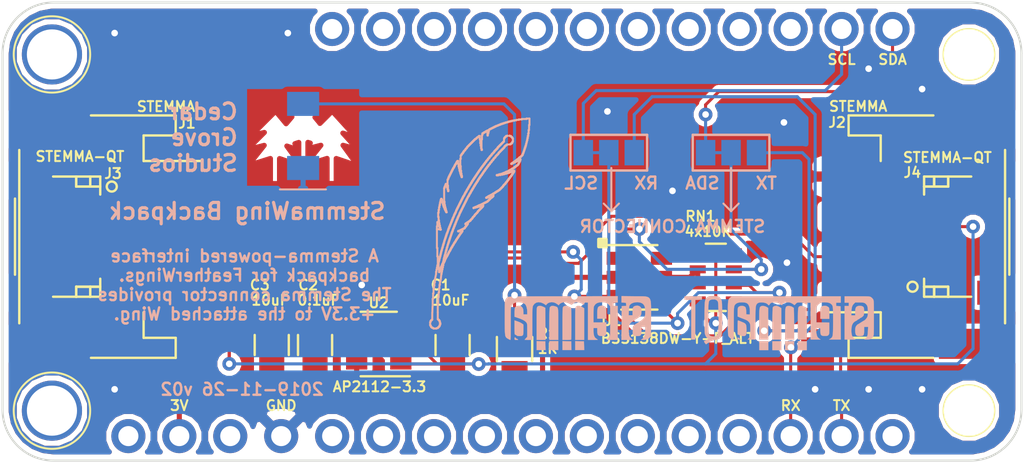
<source format=kicad_pcb>
(kicad_pcb (version 20171130) (host pcbnew "(5.0.0-rc2-dev-444-g2974a2c10)")
  (title_block (title StemmaPower_WingPack) (date 2019-11-26) (rev v02) (company "Cedar Grove Studios"))
  (layers (0 F.Cu signal) (31 B.Cu signal) (34 B.Paste user hide) (35 F.Paste user hide) (36 B.SilkS user hide) (37 F.SilkS user) (38 B.Mask user hide) (39 F.Mask user) (44 Edge.Cuts user))
  (net 0 "")
  (net 1 GND)
  (net 2 /SCL)
  (net 3 /SDA)
  (net 4 +3V3)
  (net 5 /STEMMA_SCL)
  (net 6 /STEMMA_SDA)
  (net 7 /+V)
  (net 8 "Net-(D1-Pad2)")
  (net 9 /RX)
  (net 10 /TX)
  (module Connectors_JST:JST_SH_SM04B-SRSS-TB_04x1.00mm_Angled (layer F.Cu) (at 110.7 95.25 270)
    (fp_text reference J3 (at -3.15 -2.25) (layer F.SilkS) (effects (font (size 0.5 0.5) (thickness 0.1))))
    (fp_text value STEMMA-QT (at -4 -0.6) (layer F.SilkS) (effects (font (size 0.5 0.5) (thickness 0.1))))
    (pad "" smd rect (at 2.8 1.9375 270) (size 1.2 1.8) (layers F.Cu F.Paste F.Mask))
    (pad "" smd rect (at -2.8 1.9375 270) (size 1.2 1.8) (layers F.Cu F.Paste F.Mask))
    (pad 4 smd rect (at 1.5 -1.9375 270) (size 0.6 1.55) (layers F.Cu F.Paste F.Mask) (net 1 GND))
    (pad 3 smd rect (at 0.5 -1.9375 270) (size 0.6 1.55) (layers F.Cu F.Paste F.Mask) (net 7 /+V))
    (pad 2 smd rect (at -0.5 -1.9375 270) (size 0.6 1.55) (layers F.Cu F.Paste F.Mask) (net 6 /STEMMA_SDA))
    (pad 1 smd rect (at -1.5 -1.9375 270) (size 0.6 1.55) (layers F.Cu F.Paste F.Mask) (net 5 /STEMMA_SCL))
  )
  (module Connectors_JST:JST_SH_SM04B-SRSS-TB_04x1.00mm_Angled (layer F.Cu) (at 155 95.25 90)
    (fp_text reference J4 (at 3.2 -2.2 180) (layer F.SilkS) (effects (font (size 0.5 0.5) (thickness 0.1))))
    (fp_text value STEMMA-QT (at 3.95 -0.45 180) (layer F.SilkS) (effects (font (size 0.5 0.5) (thickness 0.1))))
    (pad "" smd rect (at 2.8 1.9375 90) (size 1.2 1.8) (layers F.Cu F.Paste F.Mask))
    (pad "" smd rect (at -2.8 1.9375 90) (size 1.2 1.8) (layers F.Cu F.Paste F.Mask))
    (pad 4 smd rect (at 1.5 -1.9375 90) (size 0.6 1.55) (layers F.Cu F.Paste F.Mask) (net 1 GND))
    (pad 3 smd rect (at 0.5 -1.9375 90) (size 0.6 1.55) (layers F.Cu F.Paste F.Mask) (net 7 /+V))
    (pad 2 smd rect (at -0.5 -1.9375 90) (size 0.6 1.55) (layers F.Cu F.Paste F.Mask) (net 6 /STEMMA_SDA))
    (pad 1 smd rect (at -1.5 -1.9375 90) (size 0.6 1.55) (layers F.Cu F.Paste F.Mask) (net 5 /STEMMA_SCL))
  )
  (module Adafruit:New_STEMMA_logo (layer B.Cu) (at 135.91 99.45 180)
    (fp_text reference G*** hide)
    (fp_text value STEMMA_LOGO hide)
  )
  (module Capacitors_SMD:C_0805 (layer F.Cu) (at 129.880683 100.658746 90)
    (fp_text reference C1 (at 2.995746 -0.594683 180) (layer F.SilkS) (effects (font (size 0.5 0.5) (thickness 0.1))))
    (fp_text value 10uF (at 2.233746 -0.086683 180) (layer F.SilkS) (effects (font (size 0.5 0.5) (thickness 0.1))))
    (pad 2 smd rect (at 1 0 90) (size 1 1.25) (layers F.Cu F.Paste F.Mask) (net 1 GND))
    (pad 1 smd rect (at -1 0 90) (size 1 1.25) (layers F.Cu F.Paste F.Mask) (net 7 /+V))
  )
  (module Capacitors_SMD:C_0805 (layer F.Cu) (at 123.022683 100.658746 90)
    (fp_text reference C2 (at 2.995746 -0.340683 180) (layer F.SilkS) (effects (font (size 0.5 0.5) (thickness 0.1))))
    (fp_text value 0.1uF (at 2.233746 0.167317 180) (layer F.SilkS) (effects (font (size 0.5 0.5) (thickness 0.1))))
    (pad 2 smd rect (at 1 0 90) (size 1 1.25) (layers F.Cu F.Paste F.Mask) (net 1 GND))
    (pad 1 smd rect (at -1 0 90) (size 1 1.25) (layers F.Cu F.Paste F.Mask) (net 4 +3V3))
  )
  (module Capacitors_SMD:C_0805 (layer F.Cu) (at 120.863683 100.658746 90)
    (fp_text reference C3 (at 2.995746 -0.594683 180) (layer F.SilkS) (effects (font (size 0.5 0.5) (thickness 0.1))))
    (fp_text value 10uF (at 2.233746 -0.086683 180) (layer F.SilkS) (effects (font (size 0.5 0.5) (thickness 0.1))))
    (pad 1 smd rect (at -1 0 90) (size 1 1.25) (layers F.Cu F.Paste F.Mask) (net 4 +3V3))
    (pad 2 smd rect (at 1 0 90) (size 1 1.25) (layers F.Cu F.Paste F.Mask) (net 1 GND))
  )
  (module Connectors:GS3 (layer B.Cu) (at 137.668 91.059 270)
    (fp_text reference JMP1)
    (fp_text value SCL_RX)
    (pad 1 smd rect (at 0 1.27 270) (size 1.27 0.97) (layers B.Cu B.Paste B.Mask) (net 2 /SCL))
    (pad 2 smd rect (at 0 0 270) (size 1.27 0.97) (layers B.Cu B.Paste B.Mask) (net 2 /SCL))
    (pad 3 smd rect (at 0 -1.27 270) (size 1.27 0.97) (layers B.Cu B.Paste B.Mask) (net 9 /RX))
  )
  (module Connectors:GS3 (layer B.Cu) (at 143.764 91.059 270)
    (fp_text reference JMP2)
    (fp_text value SDA_TX)
    (pad 3 smd rect (at 0 -1.27 270) (size 1.27 0.97) (layers B.Cu B.Paste B.Mask) (net 10 /TX))
    (pad 2 smd rect (at 0 0 270) (size 1.27 0.97) (layers B.Cu B.Paste B.Mask) (net 3 /SDA))
    (pad 1 smd rect (at 0 1.27 270) (size 1.27 0.97) (layers B.Cu B.Paste B.Mask) (net 3 /SDA))
  )
  (module Adafruit:Adafruit_Feather_M4_Express_bare (layer F.Cu) (at 132.765001 95.046001)
    (fp_text reference M1)
    (fp_text value Feather_M4_Express)
    (fp_text user 3V (at -16.51 8.636) (layer F.SilkS) (effects (font (size 0.5 0.5) (thickness 0.1))))
    (fp_text user GND (at -11.43 8.636) (layer F.SilkS) (effects (font (size 0.5 0.5) (thickness 0.1))))
    (fp_text user RX (at 13.97 8.636) (layer F.SilkS) (effects (font (size 0.5 0.5) (thickness 0.1))))
    (fp_text user SDA (at 19.05 -8.636) (layer F.SilkS) (effects (font (size 0.5 0.5) (thickness 0.1))))
    (fp_text user SCL (at 16.51 -8.636) (layer F.SilkS) (effects (font (size 0.5 0.5) (thickness 0.1))))
    (fp_text user TX (at 16.51 8.636) (layer F.SilkS) (effects (font (size 0.5 0.5) (thickness 0.1))))
    (pad 1 thru_hole circle (at -19.05 10.16) (size 1.7 1.7) (drill 1) (layers *.Cu *.Mask))
    (pad 2 thru_hole circle (at -16.51 10.16) (size 1.7 1.7) (drill 1) (layers *.Cu *.Mask) (net 4 +3V3))
    (pad 3 thru_hole circle (at -13.97 10.16) (size 1.7 1.7) (drill 1) (layers *.Cu *.Mask))
    (pad 4 thru_hole circle (at -11.43 10.16) (size 1.7 1.7) (drill 1) (layers *.Cu *.Mask) (net 1 GND))
    (pad 5 thru_hole circle (at -8.89 10.16) (size 1.7 1.7) (drill 1) (layers *.Cu *.Mask))
    (pad 6 thru_hole circle (at -6.35 10.16) (size 1.7 1.7) (drill 1) (layers *.Cu *.Mask))
    (pad 7 thru_hole circle (at -3.81 10.16) (size 1.7 1.7) (drill 1) (layers *.Cu *.Mask))
    (pad 8 thru_hole circle (at -1.27 10.16) (size 1.7 1.7) (drill 1) (layers *.Cu *.Mask))
    (pad 9 thru_hole circle (at 1.27 10.16) (size 1.7 1.7) (drill 1) (layers *.Cu *.Mask))
    (pad 10 thru_hole circle (at 3.81 10.16) (size 1.7 1.7) (drill 1) (layers *.Cu *.Mask))
    (pad 11 thru_hole circle (at 6.35 10.16) (size 1.7 1.7) (drill 1) (layers *.Cu *.Mask))
    (pad 12 thru_hole circle (at 8.89 10.16) (size 1.7 1.7) (drill 1) (layers *.Cu *.Mask))
    (pad 13 thru_hole circle (at 11.43 10.16) (size 1.7 1.7) (drill 1) (layers *.Cu *.Mask))
    (pad 14 thru_hole circle (at 13.97 10.16) (size 1.7 1.7) (drill 1) (layers *.Cu *.Mask) (net 9 /RX))
    (pad 15 thru_hole circle (at 16.51 10.16) (size 1.7 1.7) (drill 1) (layers *.Cu *.Mask) (net 10 /TX))
    (pad 16 thru_hole circle (at 19.05 10.16) (size 1.7 1.7) (drill 1) (layers *.Cu *.Mask))
    (pad 17 thru_hole circle (at -8.89 -10.16) (size 1.7 1.7) (drill 1) (layers *.Cu *.Mask))
    (pad 18 thru_hole circle (at -6.35 -10.16) (size 1.7 1.7) (drill 1) (layers *.Cu *.Mask))
    (pad 19 thru_hole circle (at -3.81 -10.16) (size 1.7 1.7) (drill 1) (layers *.Cu *.Mask))
    (pad 20 thru_hole circle (at -1.27 -10.16) (size 1.7 1.7) (drill 1) (layers *.Cu *.Mask))
    (pad 21 thru_hole circle (at 1.27 -10.16) (size 1.7 1.7) (drill 1) (layers *.Cu *.Mask))
    (pad 22 thru_hole circle (at 3.81 -10.16) (size 1.7 1.7) (drill 1) (layers *.Cu *.Mask))
    (pad 23 thru_hole circle (at 6.35 -10.16) (size 1.7 1.7) (drill 1) (layers *.Cu *.Mask))
    (pad 24 thru_hole circle (at 8.89 -10.16) (size 1.7 1.7) (drill 1) (layers *.Cu *.Mask))
    (pad 25 thru_hole circle (at 11.43 -10.16) (size 1.7 1.7) (drill 1) (layers *.Cu *.Mask))
    (pad 26 thru_hole circle (at 13.97 -10.16) (size 1.7 1.7) (drill 1) (layers *.Cu *.Mask))
    (pad 27 thru_hole circle (at 16.51 -10.16) (size 1.7 1.7) (drill 1) (layers *.Cu *.Mask) (net 2 /SCL))
    (pad 28 thru_hole circle (at 19.05 -10.16) (size 1.7 1.7) (drill 1) (layers *.Cu *.Mask) (net 3 /SDA))
    (pad "" np_thru_hole circle (at 22.86 -8.89) (size 2.5 2.5) (drill 2.5) (layers *.Cu *.Mask))
    (pad "" np_thru_hole circle (at 22.86 8.89) (size 2.5 2.5) (drill 2.5) (layers *.Cu *.Mask))
    (pad "" thru_hole circle (at -22.86 8.89) (size 3 3) (drill 2.5) (layers *.Cu *.Mask))
    (pad "" thru_hole circle (at -22.86 -8.89) (size 3 3) (drill 2.5) (layers *.Cu *.Mask))
  )
  (module Resistors_SMD:R_0805 (layer F.Cu) (at 132.969 100.858746 90)
    (fp_text reference R1 (at 0.782746 1.651 180) (layer F.SilkS) (effects (font (size 0.5 0.5) (thickness 0.1))))
    (fp_text value 1K (at 0.020746 1.651 180) (layer F.SilkS) (effects (font (size 0.5 0.5) (thickness 0.1))))
    (pad 2 smd rect (at 0.95 0 90) (size 0.7 1.3) (layers F.Cu F.Paste F.Mask) (net 8 "Net-(D1-Pad2)"))
    (pad 1 smd rect (at -0.95 0 90) (size 0.7 1.3) (layers F.Cu F.Paste F.Mask) (net 4 +3V3))
  )
  (module Resistors_SMD:R_Array_Convex_4x0603 (layer F.Cu) (at 143.002 97.282)
    (fp_text reference RN1 (at -0.762 -3.048) (layer F.SilkS) (effects (font (size 0.5 0.5) (thickness 0.1))))
    (fp_text value 4x10K (at -0.381 -2.286) (layer F.SilkS) (effects (font (size 0.5 0.5) (thickness 0.1))))
    (pad 5 smd rect (at 0.9 1.2) (size 0.8 0.5) (layers F.Cu F.Paste F.Mask) (net 5 /STEMMA_SCL))
    (pad 6 smd rect (at 0.9 0.4) (size 0.8 0.4) (layers F.Cu F.Paste F.Mask) (net 2 /SCL))
    (pad 8 smd rect (at 0.9 -1.2) (size 0.8 0.5) (layers F.Cu F.Paste F.Mask) (net 6 /STEMMA_SDA))
    (pad 7 smd rect (at 0.9 -0.4) (size 0.8 0.4) (layers F.Cu F.Paste F.Mask) (net 3 /SDA))
    (pad 4 smd rect (at -0.9 1.2) (size 0.8 0.5) (layers F.Cu F.Paste F.Mask) (net 7 /+V))
    (pad 2 smd rect (at -0.9 -0.4) (size 0.8 0.4) (layers F.Cu F.Paste F.Mask) (net 4 +3V3))
    (pad 3 smd rect (at -0.9 0.4) (size 0.8 0.4) (layers F.Cu F.Paste F.Mask) (net 4 +3V3))
    (pad 1 smd rect (at -0.9 -1.2) (size 0.8 0.5) (layers F.Cu F.Paste F.Mask) (net 7 /+V))
  )
  (module TO_SOT_Packages_SMD:SOT-23-6 (layer F.Cu) (at 139.192 97.282)
    (fp_text reference U1 (at -1.397 2.159) (layer F.SilkS) (effects (font (size 0.5 0.5) (thickness 0.1))))
    (fp_text value BSS138DW-Y-F_ALT (at 1.905 3.048) (layer F.SilkS) (effects (font (size 0.5 0.5) (thickness 0.1))))
    (pad 5 smd rect (at 1.1 0) (size 1.06 0.65) (layers F.Cu F.Paste F.Mask) (net 4 +3V3))
    (pad 6 smd rect (at 1.1 -0.95) (size 1.06 0.65) (layers F.Cu F.Paste F.Mask) (net 6 /STEMMA_SDA))
    (pad 4 smd rect (at 1.1 0.95) (size 1.06 0.65) (layers F.Cu F.Paste F.Mask) (net 2 /SCL))
    (pad 3 smd rect (at -1.1 0.95) (size 1.06 0.65) (layers F.Cu F.Paste F.Mask) (net 5 /STEMMA_SCL))
    (pad 2 smd rect (at -1.1 0) (size 1.06 0.65) (layers F.Cu F.Paste F.Mask) (net 4 +3V3))
    (pad 1 smd rect (at -1.1 -0.95) (size 1.06 0.65) (layers F.Cu F.Paste F.Mask) (net 3 /SDA))
  )
  (module TO_SOT_Packages_SMD:SOT-23-5 (layer F.Cu) (at 126.197683 100.608746 180)
    (fp_text reference U2 (at 0 2.056746 180) (layer F.SilkS) (effects (font (size 0.5 0.5) (thickness 0.1))))
    (fp_text value AP2112-3.3 (at -0.040317 -2.134254 180) (layer F.SilkS) (effects (font (size 0.5 0.5) (thickness 0.1))))
    (pad 5 smd rect (at 1.1 -0.95 180) (size 1.06 0.65) (layers F.Cu F.Paste F.Mask) (net 4 +3V3))
    (pad 4 smd rect (at 1.1 0.95 180) (size 1.06 0.65) (layers F.Cu F.Paste F.Mask))
    (pad 3 smd rect (at -1.1 0.95 180) (size 1.06 0.65) (layers F.Cu F.Paste F.Mask) (net 7 /+V))
    (pad 2 smd rect (at -1.1 0 180) (size 1.06 0.65) (layers F.Cu F.Paste F.Mask) (net 1 GND))
    (pad 1 smd rect (at -1.1 -0.95 180) (size 1.06 0.65) (layers F.Cu F.Paste F.Mask) (net 7 /+V))
  )
  (module Connectors_JST:JST_PH_S4B-PH-SM4-TB_04x2.00mm_Angled (layer F.Cu) (at 112.75 95.25 270)
    (fp_text reference J1 (at -5.66 -3.888) (layer F.SilkS) (effects (font (size 0.5 0.5) (thickness 0.1))))
    (fp_text value STEMMA (at -6.49 -2.838) (layer F.SilkS) (effects (font (size 0.5 0.5) (thickness 0.1))))
    (pad 1 smd rect (at -3 -2.875 270) (size 1 3.5) (layers F.Cu F.Paste F.Mask) (net 5 /STEMMA_SCL))
    (pad 2 smd rect (at -1 -2.875 270) (size 1 3.5) (layers F.Cu F.Paste F.Mask) (net 6 /STEMMA_SDA))
    (pad 3 smd rect (at 1 -2.875 270) (size 1 3.5) (layers F.Cu F.Paste F.Mask) (net 7 /+V))
    (pad 4 smd rect (at 3 -2.875 270) (size 1 3.5) (layers F.Cu F.Paste F.Mask) (net 1 GND))
    (pad "" smd rect (at -5.35 2.875 270) (size 1.5 3.4) (layers F.Cu F.Paste F.Mask))
    (pad "" smd rect (at 5.35 2.875 270) (size 1.5 3.4) (layers F.Cu F.Paste F.Mask))
  )
  (module Connectors_JST:JST_PH_S4B-PH-SM4-TB_04x2.00mm_Angled (layer F.Cu) (at 152.95 95.25 90)
    (fp_text reference J2 (at 5.7 -3.9 180) (layer F.SilkS) (effects (font (size 0.5 0.5) (thickness 0.1))))
    (fp_text value STEMMA (at 6.5 -2.85 180) (layer F.SilkS) (effects (font (size 0.5 0.5) (thickness 0.1))))
    (pad "" smd rect (at 5.35 2.875 90) (size 1.5 3.4) (layers F.Cu F.Paste F.Mask))
    (pad "" smd rect (at -5.35 2.875 90) (size 1.5 3.4) (layers F.Cu F.Paste F.Mask))
    (pad 4 smd rect (at 3 -2.875 90) (size 1 3.5) (layers F.Cu F.Paste F.Mask) (net 1 GND))
    (pad 3 smd rect (at 1 -2.875 90) (size 1 3.5) (layers F.Cu F.Paste F.Mask) (net 7 /+V))
    (pad 2 smd rect (at -1 -2.875 90) (size 1 3.5) (layers F.Cu F.Paste F.Mask) (net 6 /STEMMA_SDA))
    (pad 1 smd rect (at -3 -2.875 90) (size 1 3.5) (layers F.Cu F.Paste F.Mask) (net 5 /STEMMA_SCL))
  )
  (module Adafruit:Cedar_Grove_logo_lighted (layer F.Cu) (at 122.428 90.424)
    (fp_text reference D1)
    (fp_text value GRN)
    (pad 1 smd rect (at 0 1.4) (size 1.6 1.2) (layers B.Cu B.Paste B.Mask) (net 1 GND))
    (pad 2 smd rect (at 0 -1.8) (size 1.6 1.2) (layers B.Cu B.Paste B.Mask) (net 8 "Net-(D1-Pad2)"))
  )
  (module Adafruit:New_STEMMA-QT_logo (layer B.Cu) (at 146.27 99.54 180)
    (fp_text reference G*** hide)
    (fp_text value STEMMA-QT_LOGO hide)
  )
  (gr_poly (pts (xy 137.16 95.377) (xy 137.541 95.377) (xy 137.541 95.758) (xy 137.16 95.758)) (layer F.SilkS) (width 0.15))
  (gr_text "2019-11-26 v02" (at 119.38 102.87) (layer B.SilkS) (effects (font (size 0.6 0.6) (thickness 0.12)) (justify mirror)))
  (gr_arc (start 109.982 103.886) (end 107.442 103.886) (angle -90) (layer Edge.Cuts) (width 0.1))
  (gr_arc (start 155.702 103.886) (end 155.702 106.426) (angle -90) (layer Edge.Cuts) (width 0.1))
  (gr_arc (start 109.982 86.106) (end 109.982 83.566) (angle -90) (layer Edge.Cuts) (width 0.1))
  (gr_arc (start 155.702 86.106) (end 158.242 86.106) (angle -90) (layer Edge.Cuts) (width 0.1))
  (gr_line (start 129 97.39) (end 129.06 97.1) (layer B.SilkS) (width 0.1))
  (gr_line (start 129.29 97.37) (end 129.32 97.12) (layer B.SilkS) (width 0.1))
  (gr_line (start 128.87 99.03) (end 128.88 98.75) (layer B.SilkS) (width 0.1))
  (gr_line (start 129.14 99.02) (end 129.14 98.78) (layer B.SilkS) (width 0.1))
  (gr_line (start 130.178597 95.263878) (end 130.178597 95.221578) (layer B.SilkS) (width 0.1))
  (gr_line (start 130.136597 95.327478) (end 130.136597 95.285078) (layer B.SilkS) (width 0.1))
  (gr_line (start 130.136597 95.285078) (end 130.157597 95.285078) (layer B.SilkS) (width 0.1))
  (gr_line (start 130.390597 94.861678) (end 130.432597 94.861678) (layer B.SilkS) (width 0.1))
  (gr_line (start 130.326597 95.009878) (end 130.347597 95.009878) (layer B.SilkS) (width 0.1))
  (gr_line (start 130.559597 94.734678) (end 130.559597 94.692378) (layer B.SilkS) (width 0.1))
  (gr_line (start 130.263597 94.946378) (end 130.263597 94.925178) (layer B.SilkS) (width 0.1))
  (gr_line (start 130.432597 94.861678) (end 130.432597 94.840578) (layer B.SilkS) (width 0.1))
  (gr_line (start 130.305597 94.925178) (end 130.305597 94.904078) (layer B.SilkS) (width 0.1))
  (gr_line (start 130.390597 94.882878) (end 130.390597 94.861678) (layer B.SilkS) (width 0.1))
  (gr_line (start 130.347597 95.009878) (end 130.347597 94.988678) (layer B.SilkS) (width 0.1))
  (gr_line (start 130.072597 95.390978) (end 130.093597 95.390978) (layer B.SilkS) (width 0.1))
  (gr_line (start 130.241597 95.136878) (end 130.263597 95.136878) (layer B.SilkS) (width 0.1))
  (gr_line (start 130.559597 94.692378) (end 130.580597 94.692378) (layer B.SilkS) (width 0.1))
  (gr_line (start 130.644597 94.607678) (end 130.644597 94.586478) (layer B.SilkS) (width 0.1))
  (gr_line (start 130.284597 94.967578) (end 130.220597 94.967578) (layer B.SilkS) (width 0.1))
  (gr_line (start 130.093597 95.390978) (end 130.093597 95.348578) (layer B.SilkS) (width 0.1))
  (gr_line (start 130.432597 94.840578) (end 130.474597 94.840578) (layer B.SilkS) (width 0.1))
  (gr_line (start 130.495597 94.819378) (end 130.495597 94.776978) (layer B.SilkS) (width 0.1))
  (gr_line (start 130.157597 95.285078) (end 130.157597 95.263878) (layer B.SilkS) (width 0.1))
  (gr_line (start 130.114597 95.348578) (end 130.114597 95.327478) (layer B.SilkS) (width 0.1))
  (gr_line (start 130.347597 94.904078) (end 130.347597 94.882878) (layer B.SilkS) (width 0.1))
  (gr_line (start 130.369597 94.988678) (end 130.369597 94.946378) (layer B.SilkS) (width 0.1))
  (gr_line (start 130.284597 95.073378) (end 130.305597 95.073378) (layer B.SilkS) (width 0.1))
  (gr_line (start 130.093597 95.348578) (end 130.114597 95.348578) (layer B.SilkS) (width 0.1))
  (gr_line (start 130.326597 95.052178) (end 130.326597 95.009878) (layer B.SilkS) (width 0.1))
  (gr_line (start 130.178597 95.221578) (end 130.199597 95.221578) (layer B.SilkS) (width 0.1))
  (gr_line (start 130.474597 94.840578) (end 130.474597 94.819378) (layer B.SilkS) (width 0.1))
  (gr_line (start 130.517597 94.755878) (end 130.538597 94.755878) (layer B.SilkS) (width 0.1))
  (gr_line (start 130.157597 95.263878) (end 130.178597 95.263878) (layer B.SilkS) (width 0.1))
  (gr_line (start 130.199597 95.200378) (end 130.220597 95.200378) (layer B.SilkS) (width 0.1))
  (gr_line (start 129.141597 99.794278) (end 129.162597 99.794278) (layer B.SilkS) (width 0.1))
  (gr_line (start 130.369597 94.946378) (end 130.284597 94.946378) (layer B.SilkS) (width 0.1))
  (gr_line (start 128.844597 99.392078) (end 128.844597 99.413278) (layer B.SilkS) (width 0.1))
  (gr_line (start 130.623597 94.649978) (end 130.623597 94.607678) (layer B.SilkS) (width 0.1))
  (gr_line (start 130.263597 95.136878) (end 130.263597 95.094578) (layer B.SilkS) (width 0.1))
  (gr_line (start 130.241597 95.158078) (end 130.241597 95.136878) (layer B.SilkS) (width 0.1))
  (gr_line (start 129.162597 99.794278) (end 129.162597 99.773178) (layer B.SilkS) (width 0.1))
  (gr_line (start 130.051597 95.454478) (end 130.051597 95.412078) (layer B.SilkS) (width 0.1))
  (gr_line (start 130.263597 95.094578) (end 130.284597 95.094578) (layer B.SilkS) (width 0.1))
  (gr_line (start 130.538597 94.755878) (end 130.538597 94.734678) (layer B.SilkS) (width 0.1))
  (gr_line (start 130.284597 95.094578) (end 130.284597 95.073378) (layer B.SilkS) (width 0.1))
  (gr_line (start 130.305597 94.904078) (end 130.347597 94.904078) (layer B.SilkS) (width 0.1))
  (gr_line (start 130.580597 94.692378) (end 130.580597 94.671178) (layer B.SilkS) (width 0.1))
  (gr_line (start 129.204597 99.730778) (end 129.225597 99.730778) (layer B.SilkS) (width 0.1))
  (gr_line (start 130.114597 95.327478) (end 130.136597 95.327478) (layer B.SilkS) (width 0.1))
  (gr_line (start 130.263597 94.925178) (end 130.305597 94.925178) (layer B.SilkS) (width 0.1))
  (gr_line (start 128.781597 99.709578) (end 128.802597 99.709578) (layer B.SilkS) (width 0.1))
  (gr_line (start 129.268597 99.561378) (end 129.246597 99.561378) (layer B.SilkS) (width 0.1))
  (gr_line (start 130.623597 94.607678) (end 130.644597 94.607678) (layer B.SilkS) (width 0.1))
  (gr_line (start 130.030597 95.454478) (end 130.051597 95.454478) (layer B.SilkS) (width 0.1))
  (gr_line (start 130.220597 95.158078) (end 130.241597 95.158078) (layer B.SilkS) (width 0.1))
  (gr_line (start 130.347597 94.988678) (end 130.369597 94.988678) (layer B.SilkS) (width 0.1))
  (gr_line (start 130.051597 95.412078) (end 130.072597 95.412078) (layer B.SilkS) (width 0.1))
  (gr_line (start 130.517597 94.776978) (end 130.517597 94.755878) (layer B.SilkS) (width 0.1))
  (gr_line (start 130.601597 94.649978) (end 130.623597 94.649978) (layer B.SilkS) (width 0.1))
  (gr_line (start 128.929597 99.836678) (end 129.077597 99.836678) (layer B.SilkS) (width 0.1))
  (gr_line (start 129.246597 99.688478) (end 129.246597 99.624978) (layer B.SilkS) (width 0.1))
  (gr_line (start 130.199597 95.221578) (end 130.199597 95.200378) (layer B.SilkS) (width 0.1))
  (gr_line (start 130.347597 94.882878) (end 130.390597 94.882878) (layer B.SilkS) (width 0.1))
  (gr_line (start 130.220597 94.967578) (end 130.220597 94.946378) (layer B.SilkS) (width 0.1))
  (gr_line (start 130.474597 94.819378) (end 130.495597 94.819378) (layer B.SilkS) (width 0.1))
  (gr_line (start 130.220597 95.200378) (end 130.220597 95.158078) (layer B.SilkS) (width 0.1))
  (gr_line (start 130.580597 94.671178) (end 130.601597 94.671178) (layer B.SilkS) (width 0.1))
  (gr_line (start 130.495597 94.776978) (end 130.517597 94.776978) (layer B.SilkS) (width 0.1))
  (gr_line (start 130.072597 95.412078) (end 130.072597 95.390978) (layer B.SilkS) (width 0.1))
  (gr_line (start 129.183597 99.773178) (end 129.183597 99.751978) (layer B.SilkS) (width 0.1))
  (gr_line (start 129.183597 99.751978) (end 129.204597 99.751978) (layer B.SilkS) (width 0.1))
  (gr_line (start 129.162597 99.773178) (end 129.183597 99.773178) (layer B.SilkS) (width 0.1))
  (gr_line (start 130.284597 94.946378) (end 130.284597 94.967578) (layer B.SilkS) (width 0.1))
  (gr_line (start 130.305597 95.073378) (end 130.305597 95.052178) (layer B.SilkS) (width 0.1))
  (gr_line (start 130.601597 94.671178) (end 130.601597 94.649978) (layer B.SilkS) (width 0.1))
  (gr_line (start 129.246597 99.624978) (end 129.268597 99.624978) (layer B.SilkS) (width 0.1))
  (gr_line (start 130.538597 94.734678) (end 130.559597 94.734678) (layer B.SilkS) (width 0.1))
  (gr_line (start 130.220597 94.946378) (end 130.263597 94.946378) (layer B.SilkS) (width 0.1))
  (gr_line (start 128.865597 99.053378) (end 128.865597 99.392078) (layer B.SilkS) (width 0.1))
  (gr_line (start 130.305597 95.052178) (end 130.326597 95.052178) (layer B.SilkS) (width 0.1))
  (gr_line (start 129.310597 97.105678) (end 129.331597 97.105678) (layer B.SilkS) (width 0.1))
  (gr_line (start 129.204597 99.751978) (end 129.204597 99.730778) (layer B.SilkS) (width 0.1))
  (gr_line (start 128.844597 99.794278) (end 128.887597 99.794278) (layer B.SilkS) (width 0.1))
  (gr_line (start 129.077597 99.815478) (end 129.141597 99.815478) (layer B.SilkS) (width 0.1))
  (gr_line (start 129.141597 99.815478) (end 129.141597 99.794278) (layer B.SilkS) (width 0.1))
  (gr_line (start 129.373597 96.788178) (end 129.395597 96.788178) (layer B.SilkS) (width 0.1))
  (gr_line (start 129.246597 99.561378) (end 129.246597 99.476778) (layer B.SilkS) (width 0.1))
  (gr_line (start 128.844597 99.413278) (end 128.823597 99.413278) (layer B.SilkS) (width 0.1))
  (gr_line (start 128.865597 99.392078) (end 128.844597 99.392078) (layer B.SilkS) (width 0.1))
  (gr_line (start 129.077597 99.836678) (end 129.077597 99.815478) (layer B.SilkS) (width 0.1))
  (gr_line (start 128.802597 99.455578) (end 128.781597 99.455578) (layer B.SilkS) (width 0.1))
  (gr_line (start 128.823597 99.773178) (end 128.844597 99.773178) (layer B.SilkS) (width 0.1))
  (gr_line (start 128.823597 99.434378) (end 128.802597 99.434378) (layer B.SilkS) (width 0.1))
  (gr_line (start 129.268597 99.624978) (end 129.268597 99.561378) (layer B.SilkS) (width 0.1))
  (gr_line (start 129.225597 99.688478) (end 129.246597 99.688478) (layer B.SilkS) (width 0.1))
  (gr_line (start 128.802597 99.709578) (end 128.802597 99.751978) (layer B.SilkS) (width 0.1))
  (gr_line (start 129.246597 99.476778) (end 129.225597 99.476778) (layer B.SilkS) (width 0.1))
  (gr_line (start 128.781597 99.519078) (end 128.760597 99.519078) (layer B.SilkS) (width 0.1))
  (gr_line (start 128.760597 99.667278) (end 128.781597 99.667278) (layer B.SilkS) (width 0.1))
  (gr_line (start 129.246597 97.656178) (end 129.246597 97.507978) (layer B.SilkS) (width 0.1))
  (gr_line (start 128.887597 99.794278) (end 128.887597 99.815478) (layer B.SilkS) (width 0.1))
  (gr_line (start 129.141597 98.587578) (end 129.162597 98.587578) (layer B.SilkS) (width 0.1))
  (gr_line (start 129.331597 97.105678) (end 129.331597 96.999878) (layer B.SilkS) (width 0.1))
  (gr_line (start 129.416597 96.682278) (end 129.416597 96.576478) (layer B.SilkS) (width 0.1))
  (gr_line (start 128.823597 99.413278) (end 128.823597 99.434378) (layer B.SilkS) (width 0.1))
  (gr_line (start 128.887597 99.815478) (end 128.929597 99.815478) (layer B.SilkS) (width 0.1))
  (gr_line (start 129.204597 97.825478) (end 129.225597 97.825478) (layer B.SilkS) (width 0.1))
  (gr_line (start 128.760597 99.519078) (end 128.760597 99.667278) (layer B.SilkS) (width 0.1))
  (gr_line (start 128.781597 99.667278) (end 128.781597 99.709578) (layer B.SilkS) (width 0.1))
  (gr_line (start 128.802597 99.751978) (end 128.823597 99.751978) (layer B.SilkS) (width 0.1))
  (gr_line (start 129.225597 97.656178) (end 129.246597 97.656178) (layer B.SilkS) (width 0.1))
  (gr_line (start 128.823597 99.751978) (end 128.823597 99.773178) (layer B.SilkS) (width 0.1))
  (gr_line (start 129.522597 96.343578) (end 129.543597 96.343578) (layer B.SilkS) (width 0.1))
  (gr_line (start 128.844597 99.773178) (end 128.844597 99.794278) (layer B.SilkS) (width 0.1))
  (gr_line (start 129.458597 96.534078) (end 129.458597 96.491778) (layer B.SilkS) (width 0.1))
  (gr_line (start 129.141597 99.370878) (end 129.141597 99.032178) (layer B.SilkS) (width 0.1))
  (gr_line (start 129.839597 95.793178) (end 129.839597 95.771978) (layer B.SilkS) (width 0.1))
  (gr_line (start 129.162597 99.370878) (end 129.141597 99.370878) (layer B.SilkS) (width 0.1))
  (gr_line (start 129.924597 95.623778) (end 129.945597 95.623778) (layer B.SilkS) (width 0.1))
  (gr_line (start 129.373597 96.893978) (end 129.373597 96.788178) (layer B.SilkS) (width 0.1))
  (gr_line (start 129.395597 96.682278) (end 129.416597 96.682278) (layer B.SilkS) (width 0.1))
  (gr_line (start 129.670597 96.068378) (end 129.691597 96.068378) (layer B.SilkS) (width 0.1))
  (gr_line (start 129.225597 99.476778) (end 129.225597 99.434378) (layer B.SilkS) (width 0.1))
  (gr_line (start 129.479597 96.449478) (end 129.500597 96.449478) (layer B.SilkS) (width 0.1))
  (gr_line (start 129.288527 97.388319) (end 129.268597 97.507978) (layer B.SilkS) (width 0.1))
  (gr_line (start 129.162597 98.270078) (end 129.183597 98.270078) (layer B.SilkS) (width 0.1))
  (gr_line (start 129.606597 96.195378) (end 129.628597 96.195378) (layer B.SilkS) (width 0.1))
  (gr_line (start 128.929597 99.815478) (end 128.929597 99.836678) (layer B.SilkS) (width 0.1))
  (gr_line (start 128.802597 99.434378) (end 128.802597 99.455578) (layer B.SilkS) (width 0.1))
  (gr_line (start 129.331597 96.999878) (end 129.352597 96.999878) (layer B.SilkS) (width 0.1))
  (gr_line (start 129.649597 96.110678) (end 129.670597 96.110678) (layer B.SilkS) (width 0.1))
  (gr_line (start 129.183597 99.413278) (end 129.183597 99.392078) (layer B.SilkS) (width 0.1))
  (gr_line (start 129.416597 96.576478) (end 129.437597 96.576478) (layer B.SilkS) (width 0.1))
  (gr_line (start 129.352597 96.999878) (end 129.352597 96.893978) (layer B.SilkS) (width 0.1))
  (gr_line (start 129.183597 99.392078) (end 129.162597 99.392078) (layer B.SilkS) (width 0.1))
  (gr_line (start 129.204597 99.434378) (end 129.204597 99.413278) (layer B.SilkS) (width 0.1))
  (gr_line (start 129.162597 98.587578) (end 129.162597 98.270078) (layer B.SilkS) (width 0.1))
  (gr_line (start 129.225597 99.730778) (end 129.225597 99.688478) (layer B.SilkS) (width 0.1))
  (gr_line (start 129.225597 97.825478) (end 129.225597 97.656178) (layer B.SilkS) (width 0.1))
  (gr_line (start 129.225597 99.434378) (end 129.204597 99.434378) (layer B.SilkS) (width 0.1))
  (gr_line (start 129.903597 95.687278) (end 129.903597 95.666178) (layer B.SilkS) (width 0.1))
  (gr_line (start 129.818597 95.835478) (end 129.818597 95.793178) (layer B.SilkS) (width 0.1))
  (gr_line (start 129.204597 99.413278) (end 129.183597 99.413278) (layer B.SilkS) (width 0.1))
  (gr_line (start 129.628597 96.195378) (end 129.628597 96.153078) (layer B.SilkS) (width 0.1))
  (gr_line (start 129.500597 96.449478) (end 129.500597 96.385878) (layer B.SilkS) (width 0.1))
  (gr_line (start 129.987597 95.560278) (end 129.987597 95.517978) (layer B.SilkS) (width 0.1))
  (gr_line (start 129.839597 95.771978) (end 129.860597 95.771978) (layer B.SilkS) (width 0.1))
  (gr_line (start 129.352597 96.893978) (end 129.373597 96.893978) (layer B.SilkS) (width 0.1))
  (gr_line (start 129.162597 99.392078) (end 129.162597 99.370878) (layer B.SilkS) (width 0.1))
  (gr_line (start 129.670597 96.110678) (end 129.670597 96.068378) (layer B.SilkS) (width 0.1))
  (gr_line (start 129.924597 95.666178) (end 129.924597 95.623778) (layer B.SilkS) (width 0.1))
  (gr_line (start 129.522597 96.385878) (end 129.522597 96.343578) (layer B.SilkS) (width 0.1))
  (gr_line (start 129.776597 95.920178) (end 129.776597 95.877878) (layer B.SilkS) (width 0.1))
  (gr_line (start 128.781597 99.455578) (end 128.781597 99.519078) (layer B.SilkS) (width 0.1))
  (gr_line (start 129.543597 96.343578) (end 129.543597 96.301278) (layer B.SilkS) (width 0.1))
  (gr_line (start 129.882597 95.729678) (end 129.882597 95.687278) (layer B.SilkS) (width 0.1))
  (gr_line (start 129.860597 95.729678) (end 129.882597 95.729678) (layer B.SilkS) (width 0.1))
  (gr_line (start 129.204597 98.037178) (end 129.204597 97.825478) (layer B.SilkS) (width 0.1))
  (gr_line (start 130.834597 92.956378) (end 130.813597 92.956378) (layer B.SilkS) (width 0.1))
  (gr_line (start 129.818597 95.793178) (end 129.839597 95.793178) (layer B.SilkS) (width 0.1))
  (gr_line (start 129.628597 96.153078) (end 129.649597 96.153078) (layer B.SilkS) (width 0.1))
  (gr_line (start 129.712597 95.983678) (end 129.733597 95.983678) (layer B.SilkS) (width 0.1))
  (gr_line (start 129.712597 96.026078) (end 129.712597 95.983678) (layer B.SilkS) (width 0.1))
  (gr_line (start 130.474597 93.633778) (end 130.453597 93.633778) (layer B.SilkS) (width 0.1))
  (gr_line (start 129.183597 98.037178) (end 129.204597 98.037178) (layer B.SilkS) (width 0.1))
  (gr_line (start 129.543597 96.301278) (end 129.564597 96.301278) (layer B.SilkS) (width 0.1))
  (gr_line (start 129.966597 95.581478) (end 129.966597 95.560278) (layer B.SilkS) (width 0.1))
  (gr_line (start 129.733597 95.983678) (end 129.733597 95.962578) (layer B.SilkS) (width 0.1))
  (gr_line (start 129.945597 95.581478) (end 129.966597 95.581478) (layer B.SilkS) (width 0.1))
  (gr_line (start 130.813597 92.998778) (end 130.792597 92.998778) (layer B.SilkS) (width 0.1))
  (gr_line (start 129.479597 96.491778) (end 129.479597 96.449478) (layer B.SilkS) (width 0.1))
  (gr_line (start 130.771597 93.041078) (end 130.771597 93.083378) (layer B.SilkS) (width 0.1))
  (gr_line (start 130.538597 93.464478) (end 130.538597 93.506778) (layer B.SilkS) (width 0.1))
  (gr_line (start 130.877597 92.892878) (end 130.855597 92.892878) (layer B.SilkS) (width 0.1))
  (gr_line (start 129.691597 96.068378) (end 129.691597 96.026078) (layer B.SilkS) (width 0.1))
  (gr_line (start 129.966597 95.560278) (end 129.987597 95.560278) (layer B.SilkS) (width 0.1))
  (gr_line (start 129.183597 98.270078) (end 129.183597 98.037178) (layer B.SilkS) (width 0.1))
  (gr_line (start 129.564597 96.301278) (end 129.564597 96.258878) (layer B.SilkS) (width 0.1))
  (gr_line (start 130.686597 93.189278) (end 130.686597 93.231578) (layer B.SilkS) (width 0.1))
  (gr_line (start 129.903597 95.666178) (end 129.924597 95.666178) (layer B.SilkS) (width 0.1))
  (gr_line (start 130.771597 93.083378) (end 130.750597 93.083378) (layer B.SilkS) (width 0.1))
  (gr_line (start 129.395597 96.788178) (end 129.395597 96.682278) (layer B.SilkS) (width 0.1))
  (gr_line (start 129.437597 96.576478) (end 129.437597 96.534078) (layer B.SilkS) (width 0.1))
  (gr_line (start 130.750597 93.083378) (end 130.750597 93.104578) (layer B.SilkS) (width 0.1))
  (gr_line (start 129.755597 95.962578) (end 129.755597 95.920178) (layer B.SilkS) (width 0.1))
  (gr_line (start 130.495597 93.549178) (end 130.495597 93.591478) (layer B.SilkS) (width 0.1))
  (gr_line (start 130.369597 93.845578) (end 130.347597 93.845578) (layer B.SilkS) (width 0.1))
  (gr_line (start 130.919597 93.824378) (end 130.919597 93.803178) (layer B.SilkS) (width 0.1))
  (gr_line (start 129.458597 96.491778) (end 129.479597 96.491778) (layer B.SilkS) (width 0.1))
  (gr_line (start 129.733597 95.962578) (end 129.755597 95.962578) (layer B.SilkS) (width 0.1))
  (gr_line (start 130.665597 93.252778) (end 130.644597 93.252778) (layer B.SilkS) (width 0.1))
  (gr_line (start 130.474597 93.591478) (end 130.474597 93.633778) (layer B.SilkS) (width 0.1))
  (gr_line (start 130.728597 93.104578) (end 130.728597 93.146878) (layer B.SilkS) (width 0.1))
  (gr_line (start 130.792597 93.041078) (end 130.771597 93.041078) (layer B.SilkS) (width 0.1))
  (gr_line (start 130.792597 92.998778) (end 130.792597 93.041078) (layer B.SilkS) (width 0.1))
  (gr_line (start 129.437597 96.534078) (end 129.458597 96.534078) (layer B.SilkS) (width 0.1))
  (gr_line (start 130.305597 93.972578) (end 130.284597 93.972578) (layer B.SilkS) (width 0.1))
  (gr_line (start 129.564597 96.258878) (end 129.585597 96.258878) (layer B.SilkS) (width 0.1))
  (gr_line (start 130.369597 93.803178) (end 130.369597 93.845578) (layer B.SilkS) (width 0.1))
  (gr_line (start 130.877597 92.850578) (end 130.877597 92.892878) (layer B.SilkS) (width 0.1))
  (gr_line (start 130.580597 93.379778) (end 130.580597 93.422178) (layer B.SilkS) (width 0.1))
  (gr_line (start 130.559597 93.422178) (end 130.559597 93.464478) (layer B.SilkS) (width 0.1))
  (gr_line (start 130.580597 93.422178) (end 130.559597 93.422178) (layer B.SilkS) (width 0.1))
  (gr_line (start 130.855597 92.892878) (end 130.855597 92.935178) (layer B.SilkS) (width 0.1))
  (gr_line (start 130.326597 93.930178) (end 130.305597 93.930178) (layer B.SilkS) (width 0.1))
  (gr_line (start 129.882597 95.687278) (end 129.903597 95.687278) (layer B.SilkS) (width 0.1))
  (gr_line (start 130.517597 93.506778) (end 130.517597 93.549178) (layer B.SilkS) (width 0.1))
  (gr_line (start 130.834597 92.935178) (end 130.834597 92.956378) (layer B.SilkS) (width 0.1))
  (gr_line (start 130.009597 95.517978) (end 130.009597 95.496778) (layer B.SilkS) (width 0.1))
  (gr_line (start 130.411597 93.760878) (end 130.390597 93.760878) (layer B.SilkS) (width 0.1))
  (gr_line (start 130.453597 93.633778) (end 130.453597 93.676178) (layer B.SilkS) (width 0.1))
  (gr_line (start 130.623597 93.295078) (end 130.623597 93.337478) (layer B.SilkS) (width 0.1))
  (gr_line (start 130.326597 93.887878) (end 130.326597 93.930178) (layer B.SilkS) (width 0.1))
  (gr_line (start 129.141597 98.735778) (end 129.141597 98.587578) (layer B.SilkS) (width 0.1))
  (gr_line (start 129.797597 95.877878) (end 129.797597 95.835478) (layer B.SilkS) (width 0.1))
  (gr_line (start 130.538597 93.506778) (end 130.517597 93.506778) (layer B.SilkS) (width 0.1))
  (gr_line (start 130.601597 93.379778) (end 130.580597 93.379778) (layer B.SilkS) (width 0.1))
  (gr_line (start 131.046597 94.120778) (end 131.046597 94.099578) (layer B.SilkS) (width 0.1))
  (gr_line (start 130.411597 93.718478) (end 130.411597 93.760878) (layer B.SilkS) (width 0.1))
  (gr_line (start 130.538597 94.586478) (end 130.580597 94.586478) (layer B.SilkS) (width 0.1))
  (gr_line (start 129.755597 95.920178) (end 129.776597 95.920178) (layer B.SilkS) (width 0.1))
  (gr_line (start 129.585597 96.258878) (end 129.585597 96.237778) (layer B.SilkS) (width 0.1))
  (gr_line (start 130.305597 93.930178) (end 130.305597 93.972578) (layer B.SilkS) (width 0.1))
  (gr_line (start 130.750597 93.104578) (end 130.728597 93.104578) (layer B.SilkS) (width 0.1))
  (gr_line (start 129.987597 95.517978) (end 130.009597 95.517978) (layer B.SilkS) (width 0.1))
  (gr_line (start 130.601597 93.337478) (end 130.601597 93.379778) (layer B.SilkS) (width 0.1))
  (gr_line (start 130.601597 94.586478) (end 130.601597 94.607678) (layer B.SilkS) (width 0.1))
  (gr_line (start 130.855597 92.935178) (end 130.834597 92.935178) (layer B.SilkS) (width 0.1))
  (gr_line (start 130.665597 94.522978) (end 130.665597 94.501778) (layer B.SilkS) (width 0.1))
  (gr_line (start 130.347597 93.887878) (end 130.326597 93.887878) (layer B.SilkS) (width 0.1))
  (gr_line (start 129.585597 96.237778) (end 129.606597 96.237778) (layer B.SilkS) (width 0.1))
  (gr_line (start 130.347597 93.845578) (end 130.347597 93.887878) (layer B.SilkS) (width 0.1))
  (gr_line (start 130.771597 94.417078) (end 130.792597 94.417078) (layer B.SilkS) (width 0.1))
  (gr_line (start 130.919597 94.268978) (end 130.919597 94.247778) (layer B.SilkS) (width 0.1))
  (gr_line (start 129.797597 95.835478) (end 129.818597 95.835478) (layer B.SilkS) (width 0.1))
  (gr_line (start 129.945597 95.623778) (end 129.945597 95.581478) (layer B.SilkS) (width 0.1))
  (gr_line (start 130.495597 93.591478) (end 130.474597 93.591478) (layer B.SilkS) (width 0.1))
  (gr_line (start 129.860597 95.771978) (end 129.860597 95.729678) (layer B.SilkS) (width 0.1))
  (gr_line (start 130.940597 93.803178) (end 130.940597 93.824378) (layer B.SilkS) (width 0.1))
  (gr_line (start 130.623597 93.337478) (end 130.601597 93.337478) (layer B.SilkS) (width 0.1))
  (gr_line (start 130.665597 94.501778) (end 130.707597 94.501778) (layer B.SilkS) (width 0.1))
  (gr_line (start 129.500597 96.385878) (end 129.522597 96.385878) (layer B.SilkS) (width 0.1))
  (gr_line (start 130.728597 93.146878) (end 130.707597 93.146878) (layer B.SilkS) (width 0.1))
  (gr_line (start 130.580597 94.565278) (end 130.601597 94.565278) (layer B.SilkS) (width 0.1))
  (gr_line (start 130.813597 94.374778) (end 130.834597 94.374778) (layer B.SilkS) (width 0.1))
  (gr_line (start 130.009597 95.496778) (end 130.030597 95.496778) (layer B.SilkS) (width 0.1))
  (gr_line (start 129.606597 96.237778) (end 129.606597 96.195378) (layer B.SilkS) (width 0.1))
  (gr_line (start 130.432597 93.676178) (end 130.432597 93.718478) (layer B.SilkS) (width 0.1))
  (gr_line (start 129.776597 95.877878) (end 129.797597 95.877878) (layer B.SilkS) (width 0.1))
  (gr_line (start 130.877597 94.332478) (end 130.877597 94.290078) (layer B.SilkS) (width 0.1))
  (gr_line (start 130.517597 93.549178) (end 130.495597 93.549178) (layer B.SilkS) (width 0.1))
  (gr_line (start 131.554597 93.316278) (end 131.554597 93.295078) (layer B.SilkS) (width 0.1))
  (gr_line (start 130.771597 94.459478) (end 130.771597 94.417078) (layer B.SilkS) (width 0.1))
  (gr_line (start 131.152597 93.972578) (end 131.173597 93.972578) (layer B.SilkS) (width 0.1))
  (gr_line (start 130.792597 94.417078) (end 130.792597 94.395978) (layer B.SilkS) (width 0.1))
  (gr_line (start 130.665597 93.231578) (end 130.665597 93.252778) (layer B.SilkS) (width 0.1))
  (gr_line (start 130.813597 92.956378) (end 130.813597 92.998778) (layer B.SilkS) (width 0.1))
  (gr_line (start 131.046597 94.099578) (end 131.067597 94.099578) (layer B.SilkS) (width 0.1))
  (gr_line (start 131.109597 94.036078) (end 131.131597 94.036078) (layer B.SilkS) (width 0.1))
  (gr_line (start 131.215597 93.930178) (end 131.215597 93.909078) (layer B.SilkS) (width 0.1))
  (gr_line (start 130.940597 93.824378) (end 130.919597 93.824378) (layer B.SilkS) (width 0.1))
  (gr_line (start 131.152597 93.993678) (end 131.152597 93.972578) (layer B.SilkS) (width 0.1))
  (gr_line (start 130.390597 93.760878) (end 130.390597 93.803178) (layer B.SilkS) (width 0.1))
  (gr_line (start 130.453597 93.676178) (end 130.432597 93.676178) (layer B.SilkS) (width 0.1))
  (gr_line (start 130.644597 94.586478) (end 130.601597 94.586478) (layer B.SilkS) (width 0.1))
  (gr_line (start 130.961597 94.205378) (end 130.982597 94.205378) (layer B.SilkS) (width 0.1))
  (gr_line (start 131.575597 93.295078) (end 131.575597 93.316278) (layer B.SilkS) (width 0.1))
  (gr_line (start 131.131597 94.036078) (end 131.131597 93.993678) (layer B.SilkS) (width 0.1))
  (gr_line (start 130.538597 94.628878) (end 130.517597 94.628878) (layer B.SilkS) (width 0.1))
  (gr_line (start 129.649597 96.153078) (end 129.649597 96.110678) (layer B.SilkS) (width 0.1))
  (gr_line (start 129.691597 96.026078) (end 129.712597 96.026078) (layer B.SilkS) (width 0.1))
  (gr_line (start 130.877597 94.290078) (end 130.898597 94.290078) (layer B.SilkS) (width 0.1))
  (gr_line (start 130.538597 94.607678) (end 130.538597 94.586478) (layer B.SilkS) (width 0.1))
  (gr_line (start 130.517597 94.628878) (end 130.517597 94.607678) (layer B.SilkS) (width 0.1))
  (gr_line (start 130.707597 93.189278) (end 130.686597 93.189278) (layer B.SilkS) (width 0.1))
  (gr_line (start 131.173597 93.972578) (end 131.173597 93.951378) (layer B.SilkS) (width 0.1))
  (gr_line (start 131.173597 93.951378) (end 131.194597 93.951378) (layer B.SilkS) (width 0.1))
  (gr_line (start 130.792597 94.395978) (end 130.813597 94.395978) (layer B.SilkS) (width 0.1))
  (gr_line (start 130.432597 93.718478) (end 130.411597 93.718478) (layer B.SilkS) (width 0.1))
  (gr_line (start 131.131597 93.993678) (end 131.152597 93.993678) (layer B.SilkS) (width 0.1))
  (gr_line (start 130.030597 95.496778) (end 130.030597 95.454478) (layer B.SilkS) (width 0.1))
  (gr_line (start 130.834597 94.374778) (end 130.834597 94.353578) (layer B.SilkS) (width 0.1))
  (gr_line (start 131.173597 93.697378) (end 131.215597 93.697378) (layer B.SilkS) (width 0.1))
  (gr_line (start 131.088597 94.057178) (end 131.109597 94.057178) (layer B.SilkS) (width 0.1))
  (gr_line (start 130.644597 94.522978) (end 130.665597 94.522978) (layer B.SilkS) (width 0.1))
  (gr_line (start 130.855597 94.332478) (end 130.877597 94.332478) (layer B.SilkS) (width 0.1))
  (gr_line (start 131.406597 93.591478) (end 131.448597 93.591478) (layer B.SilkS) (width 0.1))
  (gr_line (start 131.025597 94.141878) (end 131.025597 94.120778) (layer B.SilkS) (width 0.1))
  (gr_line (start 131.025597 93.803178) (end 130.982597 93.803178) (layer B.SilkS) (width 0.1))
  (gr_line (start 130.686597 93.231578) (end 130.665597 93.231578) (layer B.SilkS) (width 0.1))
  (gr_line (start 130.559597 93.464478) (end 130.538597 93.464478) (layer B.SilkS) (width 0.1))
  (gr_line (start 131.279597 93.654978) (end 131.321597 93.654978) (layer B.SilkS) (width 0.1))
  (gr_line (start 130.940597 94.226578) (end 130.961597 94.226578) (layer B.SilkS) (width 0.1))
  (gr_line (start 130.707597 93.146878) (end 130.707597 93.189278) (layer B.SilkS) (width 0.1))
  (gr_line (start 130.707597 94.501778) (end 130.707597 94.480678) (layer B.SilkS) (width 0.1))
  (gr_line (start 130.834597 94.353578) (end 130.855597 94.353578) (layer B.SilkS) (width 0.1))
  (gr_line (start 131.406597 93.718478) (end 131.406597 93.697378) (layer B.SilkS) (width 0.1))
  (gr_line (start 131.025597 94.120778) (end 131.046597 94.120778) (layer B.SilkS) (width 0.1))
  (gr_line (start 130.728597 94.480678) (end 130.728597 94.459478) (layer B.SilkS) (width 0.1))
  (gr_line (start 131.575597 93.527978) (end 131.575597 93.506778) (layer B.SilkS) (width 0.1))
  (gr_line (start 131.617597 93.506778) (end 131.617597 93.485678) (layer B.SilkS) (width 0.1))
  (gr_line (start 131.406597 93.612678) (end 131.406597 93.591478) (layer B.SilkS) (width 0.1))
  (gr_line (start 131.025597 93.760878) (end 131.088597 93.760878) (layer B.SilkS) (width 0.1))
  (gr_line (start 131.215597 93.676178) (end 131.279597 93.676178) (layer B.SilkS) (width 0.1))
  (gr_line (start 131.067597 94.078378) (end 131.088597 94.078378) (layer B.SilkS) (width 0.1))
  (gr_line (start 131.660597 93.443278) (end 131.681597 93.443278) (layer B.SilkS) (width 0.1))
  (gr_line (start 130.538597 94.607678) (end 130.538597 94.628878) (layer B.SilkS) (width 0.1))
  (gr_line (start 131.131597 93.718478) (end 131.173597 93.718478) (layer B.SilkS) (width 0.1))
  (gr_line (start 131.004597 94.163078) (end 131.004597 94.141878) (layer B.SilkS) (width 0.1))
  (gr_line (start 130.898597 94.268978) (end 130.919597 94.268978) (layer B.SilkS) (width 0.1))
  (gr_line (start 131.173597 93.718478) (end 131.173597 93.697378) (layer B.SilkS) (width 0.1))
  (gr_line (start 130.601597 94.565278) (end 130.601597 94.544178) (layer B.SilkS) (width 0.1))
  (gr_line (start 131.575597 93.506778) (end 131.617597 93.506778) (layer B.SilkS) (width 0.1))
  (gr_line (start 131.660597 93.464478) (end 131.660597 93.443278) (layer B.SilkS) (width 0.1))
  (gr_line (start 130.707597 94.480678) (end 130.728597 94.480678) (layer B.SilkS) (width 0.1))
  (gr_line (start 130.644597 94.544178) (end 130.644597 94.522978) (layer B.SilkS) (width 0.1))
  (gr_line (start 131.258597 93.887878) (end 131.258597 93.866678) (layer B.SilkS) (width 0.1))
  (gr_line (start 130.601597 94.607678) (end 130.538597 94.607678) (layer B.SilkS) (width 0.1))
  (gr_line (start 130.961597 94.226578) (end 130.961597 94.205378) (layer B.SilkS) (width 0.1))
  (gr_line (start 130.813597 94.395978) (end 130.813597 94.374778) (layer B.SilkS) (width 0.1))
  (gr_line (start 131.025597 93.781978) (end 131.025597 93.760878) (layer B.SilkS) (width 0.1))
  (gr_line (start 131.575597 93.316278) (end 131.554597 93.316278) (layer B.SilkS) (width 0.1))
  (gr_line (start 130.644597 93.252778) (end 130.644597 93.295078) (layer B.SilkS) (width 0.1))
  (gr_line (start 130.982597 94.163078) (end 131.004597 94.163078) (layer B.SilkS) (width 0.1))
  (gr_line (start 130.728597 94.459478) (end 130.771597 94.459478) (layer B.SilkS) (width 0.1))
  (gr_line (start 130.919597 94.247778) (end 130.940597 94.247778) (layer B.SilkS) (width 0.1))
  (gr_line (start 131.490597 93.549178) (end 131.533597 93.549178) (layer B.SilkS) (width 0.1))
  (gr_line (start 131.194597 93.951378) (end 131.194597 93.930178) (layer B.SilkS) (width 0.1))
  (gr_line (start 131.109597 94.057178) (end 131.109597 94.036078) (layer B.SilkS) (width 0.1))
  (gr_line (start 131.088597 94.078378) (end 131.088597 94.057178) (layer B.SilkS) (width 0.1))
  (gr_line (start 131.236597 93.887878) (end 131.258597 93.887878) (layer B.SilkS) (width 0.1))
  (gr_line (start 130.898597 94.290078) (end 130.898597 94.268978) (layer B.SilkS) (width 0.1))
  (gr_line (start 131.448597 93.570278) (end 131.490597 93.570278) (layer B.SilkS) (width 0.1))
  (gr_line (start 130.940597 94.247778) (end 130.940597 94.226578) (layer B.SilkS) (width 0.1))
  (gr_line (start 131.279597 93.718478) (end 131.279597 93.739678) (layer B.SilkS) (width 0.1))
  (gr_line (start 131.194597 93.930178) (end 131.215597 93.930178) (layer B.SilkS) (width 0.1))
  (gr_line (start 130.517597 94.607678) (end 130.538597 94.607678) (layer B.SilkS) (width 0.1))
  (gr_line (start 130.855597 94.353578) (end 130.855597 94.332478) (layer B.SilkS) (width 0.1))
  (gr_line (start 130.580597 94.586478) (end 130.580597 94.565278) (layer B.SilkS) (width 0.1))
  (gr_line (start 131.639597 93.485678) (end 131.639597 93.464478) (layer B.SilkS) (width 0.1))
  (gr_line (start 131.406597 93.697378) (end 131.342597 93.697378) (layer B.SilkS) (width 0.1))
  (gr_line (start 130.982597 93.781978) (end 131.025597 93.781978) (layer B.SilkS) (width 0.1))
  (gr_line (start 130.982597 93.803178) (end 130.982597 93.781978) (layer B.SilkS) (width 0.1))
  (gr_line (start 130.982597 94.205378) (end 130.982597 94.163078) (layer B.SilkS) (width 0.1))
  (gr_line (start 131.004597 94.141878) (end 131.025597 94.141878) (layer B.SilkS) (width 0.1))
  (gr_line (start 132.062597 93.019878) (end 132.062597 92.998778) (layer B.SilkS) (width 0.1))
  (gr_line (start 131.321597 93.654978) (end 131.321597 93.633778) (layer B.SilkS) (width 0.1))
  (gr_line (start 131.215597 93.909078) (end 131.236597 93.909078) (layer B.SilkS) (width 0.1))
  (gr_line (start 131.321597 93.803178) (end 131.342597 93.803178) (layer B.SilkS) (width 0.1))
  (gr_line (start 131.088597 93.739678) (end 131.131597 93.739678) (layer B.SilkS) (width 0.1))
  (gr_line (start 131.745597 93.358578) (end 131.766597 93.358578) (layer B.SilkS) (width 0.1))
  (gr_line (start 131.363597 93.760878) (end 131.385597 93.760878) (layer B.SilkS) (width 0.1))
  (gr_line (start 131.194597 93.739678) (end 131.194597 93.760878) (layer B.SilkS) (width 0.1))
  (gr_line (start 131.109597 93.781978) (end 131.025597 93.781978) (layer B.SilkS) (width 0.1))
  (gr_line (start 131.639597 93.252778) (end 131.660597 93.252778) (layer B.SilkS) (width 0.1))
  (gr_line (start 131.617597 93.485678) (end 131.639597 93.485678) (layer B.SilkS) (width 0.1))
  (gr_line (start 131.702597 93.252778) (end 131.702597 93.273978) (layer B.SilkS) (width 0.1))
  (gr_line (start 131.131597 93.739678) (end 131.131597 93.718478) (layer B.SilkS) (width 0.1))
  (gr_line (start 131.766597 93.252778) (end 131.702597 93.252778) (layer B.SilkS) (width 0.1))
  (gr_line (start 131.723597 93.400978) (end 131.723597 93.379778) (layer B.SilkS) (width 0.1))
  (gr_line (start 131.194597 93.760878) (end 131.109597 93.760878) (layer B.SilkS) (width 0.1))
  (gr_line (start 131.872597 93.189278) (end 131.872597 93.210378) (layer B.SilkS) (width 0.1))
  (gr_line (start 131.533597 93.549178) (end 131.533597 93.527978) (layer B.SilkS) (width 0.1))
  (gr_line (start 131.745597 93.210378) (end 131.745597 93.189278) (layer B.SilkS) (width 0.1))
  (gr_line (start 131.363597 93.633778) (end 131.363597 93.612678) (layer B.SilkS) (width 0.1))
  (gr_line (start 131.279597 93.676178) (end 131.279597 93.654978) (layer B.SilkS) (width 0.1))
  (gr_line (start 131.088597 93.760878) (end 131.088597 93.739678) (layer B.SilkS) (width 0.1))
  (gr_line (start 131.702597 93.422178) (end 131.702597 93.400978) (layer B.SilkS) (width 0.1))
  (gr_line (start 131.977597 93.062278) (end 131.999597 93.062278) (layer B.SilkS) (width 0.1))
  (gr_line (start 131.258597 93.866678) (end 131.279597 93.866678) (layer B.SilkS) (width 0.1))
  (gr_line (start 131.363597 93.612678) (end 131.406597 93.612678) (layer B.SilkS) (width 0.1))
  (gr_line (start 131.342597 93.803178) (end 131.342597 93.781978) (layer B.SilkS) (width 0.1))
  (gr_line (start 131.702597 93.273978) (end 131.639597 93.273978) (layer B.SilkS) (width 0.1))
  (gr_line (start 132.062597 92.998778) (end 132.104597 92.998778) (layer B.SilkS) (width 0.1))
  (gr_line (start 131.067597 94.099578) (end 131.067597 94.078378) (layer B.SilkS) (width 0.1))
  (gr_line (start 131.385597 93.718478) (end 131.406597 93.718478) (layer B.SilkS) (width 0.1))
  (gr_line (start 131.787597 93.189278) (end 131.787597 93.168078) (layer B.SilkS) (width 0.1))
  (gr_line (start 132.041597 93.019878) (end 132.062597 93.019878) (layer B.SilkS) (width 0.1))
  (gr_line (start 131.702597 93.210378) (end 131.745597 93.210378) (layer B.SilkS) (width 0.1))
  (gr_line (start 131.279597 93.739678) (end 131.194597 93.739678) (layer B.SilkS) (width 0.1))
  (gr_line (start 131.385597 93.760878) (end 131.385597 93.718478) (layer B.SilkS) (width 0.1))
  (gr_line (start 131.681597 93.422178) (end 131.702597 93.422178) (layer B.SilkS) (width 0.1))
  (gr_line (start 131.935597 93.083378) (end 131.977597 93.083378) (layer B.SilkS) (width 0.1))
  (gr_line (start 131.850597 93.273978) (end 131.872597 93.273978) (layer B.SilkS) (width 0.1))
  (gr_line (start 132.147597 92.977578) (end 132.147597 92.956378) (layer B.SilkS) (width 0.1))
  (gr_line (start 131.279597 93.866678) (end 131.279597 93.845578) (layer B.SilkS) (width 0.1))
  (gr_line (start 131.533597 93.527978) (end 131.575597 93.527978) (layer B.SilkS) (width 0.1))
  (gr_line (start 131.808597 93.210378) (end 131.808597 93.231578) (layer B.SilkS) (width 0.1))
  (gr_line (start 131.872597 93.273978) (end 131.872597 93.252778) (layer B.SilkS) (width 0.1))
  (gr_line (start 131.448597 93.591478) (end 131.448597 93.570278) (layer B.SilkS) (width 0.1))
  (gr_line (start 131.109597 93.760878) (end 131.109597 93.781978) (layer B.SilkS) (width 0.1))
  (gr_line (start 131.363597 93.781978) (end 131.363597 93.760878) (layer B.SilkS) (width 0.1))
  (gr_line (start 131.787597 93.168078) (end 131.829597 93.168078) (layer B.SilkS) (width 0.1))
  (gr_line (start 132.104597 92.998778) (end 132.104597 92.977578) (layer B.SilkS) (width 0.1))
  (gr_line (start 131.893597 93.125778) (end 131.893597 93.104578) (layer B.SilkS) (width 0.1))
  (gr_line (start 131.639597 93.464478) (end 131.660597 93.464478) (layer B.SilkS) (width 0.1))
  (gr_line (start 131.215597 93.697378) (end 131.215597 93.676178) (layer B.SilkS) (width 0.1))
  (gr_line (start 131.279597 93.845578) (end 131.300597 93.845578) (layer B.SilkS) (width 0.1))
  (gr_line (start 131.745597 93.379778) (end 131.745597 93.358578) (layer B.SilkS) (width 0.1))
  (gr_line (start 131.723597 93.379778) (end 131.745597 93.379778) (layer B.SilkS) (width 0.1))
  (gr_line (start 130.601597 94.544178) (end 130.644597 94.544178) (layer B.SilkS) (width 0.1))
  (gr_line (start 131.300597 93.824378) (end 131.321597 93.824378) (layer B.SilkS) (width 0.1))
  (gr_line (start 131.639597 93.273978) (end 131.639597 93.252778) (layer B.SilkS) (width 0.1))
  (gr_line (start 131.490597 93.570278) (end 131.490597 93.549178) (layer B.SilkS) (width 0.1))
  (gr_line (start 131.766597 93.337478) (end 131.787597 93.337478) (layer B.SilkS) (width 0.1))
  (gr_line (start 131.342597 93.781978) (end 131.363597 93.781978) (layer B.SilkS) (width 0.1))
  (gr_line (start 131.321597 93.824378) (end 131.321597 93.803178) (layer B.SilkS) (width 0.1))
  (gr_line (start 131.914597 93.189278) (end 131.872597 93.189278) (layer B.SilkS) (width 0.1))
  (gr_line (start 131.745597 93.189278) (end 131.787597 93.189278) (layer B.SilkS) (width 0.1))
  (gr_line (start 131.808597 93.231578) (end 131.766597 93.231578) (layer B.SilkS) (width 0.1))
  (gr_line (start 131.596597 93.295078) (end 131.596597 93.273978) (layer B.SilkS) (width 0.1))
  (gr_line (start 131.639597 93.273978) (end 131.639597 93.295078) (layer B.SilkS) (width 0.1))
  (gr_line (start 131.702597 93.231578) (end 131.702597 93.210378) (layer B.SilkS) (width 0.1))
  (gr_line (start 131.681597 93.443278) (end 131.681597 93.422178) (layer B.SilkS) (width 0.1))
  (gr_line (start 132.824597 92.173078) (end 132.845597 92.173078) (layer B.SilkS) (width 0.1))
  (gr_line (start 132.316597 92.829378) (end 132.316597 92.808178) (layer B.SilkS) (width 0.1))
  (gr_line (start 132.528597 92.596478) (end 132.528597 92.554178) (layer B.SilkS) (width 0.1))
  (gr_line (start 131.872597 93.210378) (end 131.808597 93.210378) (layer B.SilkS) (width 0.1))
  (gr_line (start 131.914597 93.231578) (end 131.914597 93.189278) (layer B.SilkS) (width 0.1))
  (gr_line (start 132.231597 92.914078) (end 132.231597 92.892878) (layer B.SilkS) (width 0.1))
  (gr_line (start 131.872597 93.146878) (end 131.872597 93.125778) (layer B.SilkS) (width 0.1))
  (gr_line (start 131.025597 93.781978) (end 131.025597 93.803178) (layer B.SilkS) (width 0.1))
  (gr_line (start 132.147597 92.956378) (end 132.168597 92.956378) (layer B.SilkS) (width 0.1))
  (gr_line (start 132.591597 92.490678) (end 132.612597 92.490678) (layer B.SilkS) (width 0.1))
  (gr_line (start 132.104597 92.977578) (end 132.147597 92.977578) (layer B.SilkS) (width 0.1))
  (gr_line (start 131.999597 93.041078) (end 132.041597 93.041078) (layer B.SilkS) (width 0.1))
  (gr_line (start 132.634597 92.448278) (end 132.634597 92.427178) (layer B.SilkS) (width 0.1))
  (gr_line (start 132.507597 92.596478) (end 132.528597 92.596478) (layer B.SilkS) (width 0.1))
  (gr_line (start 132.676597 92.363678) (end 132.697597 92.363678) (layer B.SilkS) (width 0.1))
  (gr_line (start 131.300597 93.845578) (end 131.300597 93.824378) (layer B.SilkS) (width 0.1))
  (gr_line (start 131.977597 93.083378) (end 131.977597 93.062278) (layer B.SilkS) (width 0.1))
  (gr_line (start 131.999597 93.062278) (end 131.999597 93.041078) (layer B.SilkS) (width 0.1))
  (gr_line (start 131.342597 93.697378) (end 131.342597 93.718478) (layer B.SilkS) (width 0.1))
  (gr_line (start 131.872597 93.125778) (end 131.893597 93.125778) (layer B.SilkS) (width 0.1))
  (gr_line (start 131.893597 93.231578) (end 131.914597 93.231578) (layer B.SilkS) (width 0.1))
  (gr_line (start 131.236597 93.909078) (end 131.236597 93.887878) (layer B.SilkS) (width 0.1))
  (gr_line (start 131.787597 93.337478) (end 131.787597 93.316278) (layer B.SilkS) (width 0.1))
  (gr_line (start 132.697597 92.363678) (end 132.697597 92.342478) (layer B.SilkS) (width 0.1))
  (gr_line (start 131.935597 93.104578) (end 131.935597 93.083378) (layer B.SilkS) (width 0.1))
  (gr_line (start 131.342597 93.718478) (end 131.279597 93.718478) (layer B.SilkS) (width 0.1))
  (gr_line (start 131.872597 93.252778) (end 131.893597 93.252778) (layer B.SilkS) (width 0.1))
  (gr_line (start 132.443597 92.659978) (end 132.464597 92.659978) (layer B.SilkS) (width 0.1))
  (gr_line (start 132.380597 92.744678) (end 132.401597 92.744678) (layer B.SilkS) (width 0.1))
  (gr_line (start 132.168597 92.935178) (end 132.210597 92.935178) (layer B.SilkS) (width 0.1))
  (gr_line (start 132.401597 92.744678) (end 132.401597 92.702378) (layer B.SilkS) (width 0.1))
  (gr_line (start 131.660597 93.252778) (end 131.660597 93.231578) (layer B.SilkS) (width 0.1))
  (gr_line (start 131.596597 93.273978) (end 131.639597 93.273978) (layer B.SilkS) (width 0.1))
  (gr_line (start 132.295597 92.850578) (end 132.295597 92.829378) (layer B.SilkS) (width 0.1))
  (gr_line (start 132.612597 92.490678) (end 132.612597 92.448278) (layer B.SilkS) (width 0.1))
  (gr_line (start 132.443597 92.681178) (end 132.443597 92.659978) (layer B.SilkS) (width 0.1))
  (gr_line (start 132.634597 92.427178) (end 132.655597 92.427178) (layer B.SilkS) (width 0.1))
  (gr_line (start 132.845597 92.173078) (end 132.845597 92.130778) (layer B.SilkS) (width 0.1))
  (gr_line (start 132.740597 92.278978) (end 132.761597 92.278978) (layer B.SilkS) (width 0.1))
  (gr_line (start 131.321597 93.633778) (end 131.363597 93.633778) (layer B.SilkS) (width 0.1))
  (gr_line (start 132.168597 92.956378) (end 132.168597 92.935178) (layer B.SilkS) (width 0.1))
  (gr_line (start 132.274597 92.871678) (end 132.274597 92.850578) (layer B.SilkS) (width 0.1))
  (gr_line (start 132.295597 92.829378) (end 132.316597 92.829378) (layer B.SilkS) (width 0.1))
  (gr_line (start 132.507597 92.617678) (end 132.507597 92.596478) (layer B.SilkS) (width 0.1))
  (gr_line (start 132.485597 92.638878) (end 132.485597 92.617678) (layer B.SilkS) (width 0.1))
  (gr_line (start 132.570597 92.511778) (end 132.591597 92.511778) (layer B.SilkS) (width 0.1))
  (gr_line (start 132.845597 92.130778) (end 132.867597 92.130778) (layer B.SilkS) (width 0.1))
  (gr_line (start 132.041597 93.041078) (end 132.041597 93.019878) (layer B.SilkS) (width 0.1))
  (gr_line (start 132.612597 92.448278) (end 132.634597 92.448278) (layer B.SilkS) (width 0.1))
  (gr_line (start 132.867597 92.130778) (end 132.867597 92.109578) (layer B.SilkS) (width 0.1))
  (gr_line (start 131.639597 93.295078) (end 131.596597 93.295078) (layer B.SilkS) (width 0.1))
  (gr_line (start 131.702597 93.400978) (end 131.723597 93.400978) (layer B.SilkS) (width 0.1))
  (gr_line (start 131.766597 93.358578) (end 131.766597 93.337478) (layer B.SilkS) (width 0.1))
  (gr_line (start 132.591597 92.511778) (end 132.591597 92.490678) (layer B.SilkS) (width 0.1))
  (gr_line (start 132.464597 92.638878) (end 132.485597 92.638878) (layer B.SilkS) (width 0.1))
  (gr_line (start 132.528597 92.554178) (end 132.549597 92.554178) (layer B.SilkS) (width 0.1))
  (gr_line (start 131.850597 93.295078) (end 131.850597 93.273978) (layer B.SilkS) (width 0.1))
  (gr_line (start 131.766597 93.231578) (end 131.766597 93.252778) (layer B.SilkS) (width 0.1))
  (gr_line (start 132.803597 92.194278) (end 132.824597 92.194278) (layer B.SilkS) (width 0.1))
  (gr_line (start 132.210597 92.935178) (end 132.210597 92.914078) (layer B.SilkS) (width 0.1))
  (gr_line (start 132.274597 92.850578) (end 132.295597 92.850578) (layer B.SilkS) (width 0.1))
  (gr_line (start 131.808597 93.295078) (end 131.850597 93.295078) (layer B.SilkS) (width 0.1))
  (gr_line (start 132.253597 92.892878) (end 132.253597 92.871678) (layer B.SilkS) (width 0.1))
  (gr_line (start 132.380597 92.765878) (end 132.380597 92.744678) (layer B.SilkS) (width 0.1))
  (gr_line (start 132.337597 92.808178) (end 132.337597 92.786978) (layer B.SilkS) (width 0.1))
  (gr_line (start 132.824597 91.876678) (end 132.845597 91.876678) (layer B.SilkS) (width 0.1))
  (gr_line (start 132.231597 92.151978) (end 132.231597 92.130778) (layer B.SilkS) (width 0.1))
  (gr_line (start 132.422597 92.681178) (end 132.443597 92.681178) (layer B.SilkS) (width 0.1))
  (gr_line (start 132.337597 92.786978) (end 132.358597 92.786978) (layer B.SilkS) (width 0.1))
  (gr_line (start 132.358597 92.765878) (end 132.380597 92.765878) (layer B.SilkS) (width 0.1))
  (gr_line (start 131.893597 93.104578) (end 131.935597 93.104578) (layer B.SilkS) (width 0.1))
  (gr_line (start 132.485597 92.617678) (end 132.507597 92.617678) (layer B.SilkS) (width 0.1))
  (gr_line (start 132.867597 92.109578) (end 132.888597 92.109578) (layer B.SilkS) (width 0.1))
  (gr_line (start 131.893597 93.252778) (end 131.893597 93.231578) (layer B.SilkS) (width 0.1))
  (gr_line (start 132.718597 92.342478) (end 132.718597 92.321278) (layer B.SilkS) (width 0.1))
  (gr_line (start 132.316597 92.808178) (end 132.337597 92.808178) (layer B.SilkS) (width 0.1))
  (gr_line (start 131.829597 93.168078) (end 131.829597 93.146878) (layer B.SilkS) (width 0.1))
  (gr_line (start 132.401597 92.702378) (end 132.422597 92.702378) (layer B.SilkS) (width 0.1))
  (gr_line (start 132.761597 92.257778) (end 132.782597 92.257778) (layer B.SilkS) (width 0.1))
  (gr_line (start 132.803597 92.236578) (end 132.803597 92.194278) (layer B.SilkS) (width 0.1))
  (gr_line (start 132.761597 92.278978) (end 132.761597 92.257778) (layer B.SilkS) (width 0.1))
  (gr_line (start 132.528597 92.046078) (end 132.528597 92.024878) (layer B.SilkS) (width 0.1))
  (gr_line (start 132.909597 92.046078) (end 132.930597 92.046078) (layer B.SilkS) (width 0.1))
  (gr_line (start 132.231597 92.130778) (end 132.316597 92.130778) (layer B.SilkS) (width 0.1))
  (gr_line (start 132.888597 91.855578) (end 132.888597 91.834378) (layer B.SilkS) (width 0.1))
  (gr_line (start 132.634597 92.067278) (end 132.634597 92.088378) (layer B.SilkS) (width 0.1))
  (gr_line (start 132.485597 92.067278) (end 132.485597 92.046078) (layer B.SilkS) (width 0.1))
  (gr_line (start 132.676597 92.405978) (end 132.676597 92.363678) (layer B.SilkS) (width 0.1))
  (gr_line (start 132.803597 92.024878) (end 132.740597 92.024878) (layer B.SilkS) (width 0.1))
  (gr_line (start 132.824597 91.897878) (end 132.824597 91.876678) (layer B.SilkS) (width 0.1))
  (gr_line (start 132.274597 92.173078) (end 132.168597 92.173078) (layer B.SilkS) (width 0.1))
  (gr_line (start 132.930597 92.003778) (end 132.951597 92.003778) (layer B.SilkS) (width 0.1))
  (gr_line (start 132.803597 92.003778) (end 132.803597 92.024878) (layer B.SilkS) (width 0.1))
  (gr_line (start 131.829597 93.146878) (end 131.872597 93.146878) (layer B.SilkS) (width 0.1))
  (gr_line (start 131.787597 93.316278) (end 131.808597 93.316278) (layer B.SilkS) (width 0.1))
  (gr_line (start 132.740597 91.940278) (end 132.740597 91.919078) (layer B.SilkS) (width 0.1))
  (gr_line (start 132.697597 92.067278) (end 132.634597 92.067278) (layer B.SilkS) (width 0.1))
  (gr_line (start 132.697597 92.342478) (end 132.718597 92.342478) (layer B.SilkS) (width 0.1))
  (gr_line (start 132.168597 92.173078) (end 132.168597 92.151978) (layer B.SilkS) (width 0.1))
  (gr_line (start 132.718597 92.321278) (end 132.740597 92.321278) (layer B.SilkS) (width 0.1))
  (gr_line (start 132.740597 92.321278) (end 132.740597 92.278978) (layer B.SilkS) (width 0.1))
  (gr_line (start 132.380597 92.109578) (end 132.380597 92.088378) (layer B.SilkS) (width 0.1))
  (gr_line (start 132.464597 92.659978) (end 132.464597 92.638878) (layer B.SilkS) (width 0.1))
  (gr_line (start 132.824597 92.194278) (end 132.824597 92.173078) (layer B.SilkS) (width 0.1))
  (gr_line (start 132.549597 92.532978) (end 132.570597 92.532978) (layer B.SilkS) (width 0.1))
  (gr_line (start 132.782597 92.236578) (end 132.803597 92.236578) (layer B.SilkS) (width 0.1))
  (gr_line (start 132.570597 92.532978) (end 132.570597 92.511778) (layer B.SilkS) (width 0.1))
  (gr_line (start 132.740597 92.046078) (end 132.697597 92.046078) (layer B.SilkS) (width 0.1))
  (gr_line (start 132.676597 91.961378) (end 132.697597 91.961378) (layer B.SilkS) (width 0.1))
  (gr_line (start 132.782597 91.897878) (end 132.824597 91.897878) (layer B.SilkS) (width 0.1))
  (gr_line (start 132.655597 92.427178) (end 132.655597 92.405978) (layer B.SilkS) (width 0.1))
  (gr_line (start 132.380597 92.151978) (end 132.274597 92.151978) (layer B.SilkS) (width 0.1))
  (gr_line (start 132.231597 92.892878) (end 132.253597 92.892878) (layer B.SilkS) (width 0.1))
  (gr_line (start 132.210597 92.914078) (end 132.231597 92.914078) (layer B.SilkS) (width 0.1))
  (gr_line (start 132.253597 92.871678) (end 132.274597 92.871678) (layer B.SilkS) (width 0.1))
  (gr_line (start 131.660597 93.231578) (end 131.702597 93.231578) (layer B.SilkS) (width 0.1))
  (gr_line (start 132.422597 92.702378) (end 132.422597 92.681178) (layer B.SilkS) (width 0.1))
  (gr_line (start 132.655597 92.405978) (end 132.676597 92.405978) (layer B.SilkS) (width 0.1))
  (gr_line (start 132.845597 91.876678) (end 132.845597 91.855578) (layer B.SilkS) (width 0.1))
  (gr_line (start 132.634597 92.088378) (end 132.549597 92.088378) (layer B.SilkS) (width 0.1))
  (gr_line (start 132.909597 92.067278) (end 132.909597 92.046078) (layer B.SilkS) (width 0.1))
  (gr_line (start 132.528597 92.024878) (end 132.570597 92.024878) (layer B.SilkS) (width 0.1))
  (gr_line (start 131.808597 93.316278) (end 131.808597 93.295078) (layer B.SilkS) (width 0.1))
  (gr_line (start 132.464597 92.130778) (end 132.380597 92.130778) (layer B.SilkS) (width 0.1))
  (gr_line (start 133.184597 91.432178) (end 133.163597 91.432178) (layer B.SilkS) (width 0.1))
  (gr_line (start 132.994597 91.474478) (end 133.015597 91.474478) (layer B.SilkS) (width 0.1))
  (gr_line (start 133.121597 91.453278) (end 133.121597 91.474478) (layer B.SilkS) (width 0.1))
  (gr_line (start 132.549597 92.109578) (end 132.464597 92.109578) (layer B.SilkS) (width 0.1))
  (gr_line (start 132.867597 91.601478) (end 132.845597 91.601478) (layer B.SilkS) (width 0.1))
  (gr_line (start 132.782597 92.257778) (end 132.782597 92.236578) (layer B.SilkS) (width 0.1))
  (gr_line (start 132.570597 92.024878) (end 132.570597 92.003778) (layer B.SilkS) (width 0.1))
  (gr_line (start 132.909597 91.537978) (end 132.930597 91.537978) (layer B.SilkS) (width 0.1))
  (gr_line (start 133.036597 91.516878) (end 132.994597 91.516878) (layer B.SilkS) (width 0.1))
  (gr_line (start 132.274597 92.151978) (end 132.274597 92.173078) (layer B.SilkS) (width 0.1))
  (gr_line (start 132.634597 92.003778) (end 132.634597 91.982578) (layer B.SilkS) (width 0.1))
  (gr_line (start 132.485597 92.046078) (end 132.528597 92.046078) (layer B.SilkS) (width 0.1))
  (gr_line (start 132.782597 91.919078) (end 132.782597 91.897878) (layer B.SilkS) (width 0.1))
  (gr_line (start 133.121597 91.686178) (end 133.121597 91.664978) (layer B.SilkS) (width 0.1))
  (gr_line (start 133.163597 91.453278) (end 133.121597 91.453278) (layer B.SilkS) (width 0.1))
  (gr_line (start 133.269597 91.410978) (end 133.269597 91.389778) (layer B.SilkS) (width 0.1))
  (gr_line (start 133.015597 91.474478) (end 133.015597 91.453278) (layer B.SilkS) (width 0.1))
  (gr_line (start 132.845597 91.982578) (end 132.845597 92.003778) (layer B.SilkS) (width 0.1))
  (gr_line (start 132.358597 92.786978) (end 132.358597 92.765878) (layer B.SilkS) (width 0.1))
  (gr_line (start 133.163597 91.643878) (end 133.163597 91.601478) (layer B.SilkS) (width 0.1))
  (gr_line (start 133.036597 91.749678) (end 133.036597 91.728578) (layer B.SilkS) (width 0.1))
  (gr_line (start 132.930597 92.046078) (end 132.930597 92.003778) (layer B.SilkS) (width 0.1))
  (gr_line (start 132.909597 91.961378) (end 132.909597 91.982578) (layer B.SilkS) (width 0.1))
  (gr_line (start 132.972597 91.792078) (end 132.972597 91.770878) (layer B.SilkS) (width 0.1))
  (gr_line (start 132.464597 92.109578) (end 132.464597 92.130778) (layer B.SilkS) (width 0.1))
  (gr_line (start 132.930597 91.516878) (end 132.972597 91.516878) (layer B.SilkS) (width 0.1))
  (gr_line (start 132.697597 92.046078) (end 132.697597 92.067278) (layer B.SilkS) (width 0.1))
  (gr_line (start 132.422597 92.088378) (end 132.422597 92.067278) (layer B.SilkS) (width 0.1))
  (gr_line (start 132.676597 91.982578) (end 132.676597 91.961378) (layer B.SilkS) (width 0.1))
  (gr_line (start 132.697597 91.940278) (end 132.740597 91.940278) (layer B.SilkS) (width 0.1))
  (gr_line (start 133.015597 91.749678) (end 133.036597 91.749678) (layer B.SilkS) (width 0.1))
  (gr_line (start 132.951597 91.813178) (end 132.951597 91.792078) (layer B.SilkS) (width 0.1))
  (gr_line (start 132.740597 92.024878) (end 132.740597 92.046078) (layer B.SilkS) (width 0.1))
  (gr_line (start 132.909597 91.559178) (end 132.909597 91.537978) (layer B.SilkS) (width 0.1))
  (gr_line (start 133.121597 91.664978) (end 133.142597 91.664978) (layer B.SilkS) (width 0.1))
  (gr_line (start 132.549597 92.554178) (end 132.549597 92.532978) (layer B.SilkS) (width 0.1))
  (gr_line (start 132.845597 91.855578) (end 132.888597 91.855578) (layer B.SilkS) (width 0.1))
  (gr_line (start 132.951597 92.003778) (end 132.951597 91.961378) (layer B.SilkS) (width 0.1))
  (gr_line (start 132.697597 91.961378) (end 132.697597 91.940278) (layer B.SilkS) (width 0.1))
  (gr_line (start 132.740597 91.919078) (end 132.782597 91.919078) (layer B.SilkS) (width 0.1))
  (gr_line (start 132.316597 92.130778) (end 132.316597 92.109578) (layer B.SilkS) (width 0.1))
  (gr_line (start 132.930597 91.834378) (end 132.930597 91.813178) (layer B.SilkS) (width 0.1))
  (gr_line (start 132.634597 91.982578) (end 132.676597 91.982578) (layer B.SilkS) (width 0.1))
  (gr_line (start 132.380597 92.130778) (end 132.380597 92.151978) (layer B.SilkS) (width 0.1))
  (gr_line (start 132.168597 92.151978) (end 132.231597 92.151978) (layer B.SilkS) (width 0.1))
  (gr_line (start 132.422597 92.067278) (end 132.485597 92.067278) (layer B.SilkS) (width 0.1))
  (gr_line (start 132.888597 91.834378) (end 132.930597 91.834378) (layer B.SilkS) (width 0.1))
  (gr_line (start 133.057597 91.432178) (end 133.078597 91.432178) (layer B.SilkS) (width 0.1))
  (gr_line (start 132.909597 91.982578) (end 132.845597 91.982578) (layer B.SilkS) (width 0.1))
  (gr_line (start 132.994597 91.495678) (end 132.994597 91.474478) (layer B.SilkS) (width 0.1))
  (gr_line (start 133.036597 91.495678) (end 133.036597 91.516878) (layer B.SilkS) (width 0.1))
  (gr_line (start 133.353597 91.199278) (end 133.353597 91.178078) (layer B.SilkS) (width 0.1))
  (gr_line (start 132.972597 91.770878) (end 133.015597 91.770878) (layer B.SilkS) (width 0.1))
  (gr_line (start 133.692597 89.675078) (end 133.713597 89.675078) (layer B.SilkS) (width 0.1))
  (gr_line (start 133.311597 91.241678) (end 133.311597 91.220478) (layer B.SilkS) (width 0.1))
  (gr_line (start 133.248597 91.410978) (end 133.269597 91.410978) (layer B.SilkS) (width 0.1))
  (gr_line (start 133.396597 91.114578) (end 133.396597 91.072278) (layer B.SilkS) (width 0.1))
  (gr_line (start 133.078597 91.410978) (end 133.099597 91.410978) (layer B.SilkS) (width 0.1))
  (gr_line (start 132.867597 91.580378) (end 132.867597 91.601478) (layer B.SilkS) (width 0.1))
  (gr_line (start 133.205597 91.516878) (end 133.227597 91.516878) (layer B.SilkS) (width 0.1))
  (gr_line (start 132.994597 91.537978) (end 132.951597 91.537978) (layer B.SilkS) (width 0.1))
  (gr_line (start 133.078597 91.474478) (end 133.078597 91.495678) (layer B.SilkS) (width 0.1))
  (gr_line (start 133.227597 91.516878) (end 133.227597 91.474478) (layer B.SilkS) (width 0.1))
  (gr_line (start 133.650597 90.225478) (end 133.650597 90.098478) (layer B.SilkS) (width 0.1))
  (gr_line (start 133.163597 91.432178) (end 133.163597 91.453278) (layer B.SilkS) (width 0.1))
  (gr_line (start 133.163597 91.601478) (end 133.184597 91.601478) (layer B.SilkS) (width 0.1))
  (gr_line (start 133.227597 91.474478) (end 133.248597 91.474478) (layer B.SilkS) (width 0.1))
  (gr_line (start 133.332597 89.378678) (end 133.332597 89.399878) (layer B.SilkS) (width 0.1))
  (gr_line (start 133.184597 91.601478) (end 133.184597 91.559178) (layer B.SilkS) (width 0.1))
  (gr_line (start 133.036597 91.728578) (end 133.057597 91.728578) (layer B.SilkS) (width 0.1))
  (gr_line (start 133.227597 91.410978) (end 133.184597 91.410978) (layer B.SilkS) (width 0.1))
  (gr_line (start 132.316597 92.109578) (end 132.380597 92.109578) (layer B.SilkS) (width 0.1))
  (gr_line (start 132.930597 91.537978) (end 132.930597 91.516878) (layer B.SilkS) (width 0.1))
  (gr_line (start 132.549597 92.088378) (end 132.549597 92.109578) (layer B.SilkS) (width 0.1))
  (gr_line (start 132.380597 92.088378) (end 132.422597 92.088378) (layer B.SilkS) (width 0.1))
  (gr_line (start 133.099597 91.707378) (end 133.099597 91.686178) (layer B.SilkS) (width 0.1))
  (gr_line (start 133.205597 91.305178) (end 133.227597 91.305178) (layer B.SilkS) (width 0.1))
  (gr_line (start 133.586597 90.521878) (end 133.586597 90.437178) (layer B.SilkS) (width 0.1))
  (gr_line (start 133.565597 89.378678) (end 133.332597 89.378678) (layer B.SilkS) (width 0.1))
  (gr_line (start 133.353597 91.178078) (end 133.375597 91.178078) (layer B.SilkS) (width 0.1))
  (gr_line (start 133.142597 91.664978) (end 133.142597 91.643878) (layer B.SilkS) (width 0.1))
  (gr_line (start 133.015597 91.453278) (end 133.057597 91.453278) (layer B.SilkS) (width 0.1))
  (gr_line (start 133.480597 90.881778) (end 133.480597 90.818178) (layer B.SilkS) (width 0.1))
  (gr_line (start 132.951597 91.961378) (end 132.909597 91.961378) (layer B.SilkS) (width 0.1))
  (gr_line (start 133.671597 90.098478) (end 133.671597 89.929078) (layer B.SilkS) (width 0.1))
  (gr_line (start 132.888597 92.067278) (end 132.909597 92.067278) (layer B.SilkS) (width 0.1))
  (gr_line (start 132.570597 92.003778) (end 132.634597 92.003778) (layer B.SilkS) (width 0.1))
  (gr_line (start 132.930597 91.813178) (end 132.951597 91.813178) (layer B.SilkS) (width 0.1))
  (gr_line (start 133.607597 90.331278) (end 133.629597 90.331278) (layer B.SilkS) (width 0.1))
  (gr_line (start 133.227597 91.283978) (end 133.269597 91.283978) (layer B.SilkS) (width 0.1))
  (gr_line (start 133.184597 91.559178) (end 133.205597 91.559178) (layer B.SilkS) (width 0.1))
  (gr_line (start 132.909597 91.559178) (end 132.909597 91.580378) (layer B.SilkS) (width 0.1))
  (gr_line (start 133.057597 91.707378) (end 133.099597 91.707378) (layer B.SilkS) (width 0.1))
  (gr_line (start 133.099597 91.686178) (end 133.121597 91.686178) (layer B.SilkS) (width 0.1))
  (gr_line (start 133.332597 91.199278) (end 133.353597 91.199278) (layer B.SilkS) (width 0.1))
  (gr_line (start 133.523597 90.754678) (end 133.523597 90.691178) (layer B.SilkS) (width 0.1))
  (gr_line (start 133.078597 91.495678) (end 133.036597 91.495678) (layer B.SilkS) (width 0.1))
  (gr_line (start 133.078597 91.432178) (end 133.078597 91.410978) (layer B.SilkS) (width 0.1))
  (gr_line (start 132.888597 92.109578) (end 132.888597 92.067278) (layer B.SilkS) (width 0.1))
  (gr_line (start 133.015597 91.770878) (end 133.015597 91.749678) (layer B.SilkS) (width 0.1))
  (gr_line (start 133.269597 91.283978) (end 133.269597 91.262778) (layer B.SilkS) (width 0.1))
  (gr_line (start 133.184597 91.410978) (end 133.184597 91.432178) (layer B.SilkS) (width 0.1))
  (gr_line (start 132.845597 92.003778) (end 132.803597 92.003778) (layer B.SilkS) (width 0.1))
  (gr_line (start 133.142597 91.643878) (end 133.163597 91.643878) (layer B.SilkS) (width 0.1))
  (gr_line (start 132.951597 91.792078) (end 132.972597 91.792078) (layer B.SilkS) (width 0.1))
  (gr_line (start 133.438597 91.008778) (end 133.438597 90.945278) (layer B.SilkS) (width 0.1))
  (gr_line (start 132.909597 91.580378) (end 132.867597 91.580378) (layer B.SilkS) (width 0.1))
  (gr_line (start 133.121597 91.474478) (end 133.078597 91.474478) (layer B.SilkS) (width 0.1))
  (gr_line (start 133.565597 90.521878) (end 133.586597 90.521878) (layer B.SilkS) (width 0.1))
  (gr_line (start 133.057597 91.728578) (end 133.057597 91.707378) (layer B.SilkS) (width 0.1))
  (gr_line (start 132.994597 91.516878) (end 132.994597 91.537978) (layer B.SilkS) (width 0.1))
  (gr_line (start 133.607597 90.437178) (end 133.607597 90.331278) (layer B.SilkS) (width 0.1))
  (gr_line (start 133.544597 90.691178) (end 133.544597 90.606478) (layer B.SilkS) (width 0.1))
  (gr_line (start 133.269597 91.389778) (end 133.227597 91.389778) (layer B.SilkS) (width 0.1))
  (gr_line (start 133.205597 91.559178) (end 133.205597 91.516878) (layer B.SilkS) (width 0.1))
  (gr_line (start 133.163597 91.347478) (end 133.184597 91.347478) (layer B.SilkS) (width 0.1))
  (gr_line (start 132.972597 91.495678) (end 132.994597 91.495678) (layer B.SilkS) (width 0.1))
  (gr_line (start 133.417597 91.008778) (end 133.438597 91.008778) (layer B.SilkS) (width 0.1))
  (gr_line (start 132.845597 91.580378) (end 132.867597 91.580378) (layer B.SilkS) (width 0.1))
  (gr_line (start 133.248597 91.474478) (end 133.248597 91.410978) (layer B.SilkS) (width 0.1))
  (gr_line (start 132.782597 90.225478) (end 132.782597 90.246678) (layer B.SilkS) (width 0.1))
  (gr_line (start 133.565597 90.606478) (end 133.565597 90.521878) (layer B.SilkS) (width 0.1))
  (gr_line (start 133.586597 90.437178) (end 133.607597 90.437178) (layer B.SilkS) (width 0.1))
  (gr_line (start 132.951597 91.537978) (end 132.951597 91.559178) (layer B.SilkS) (width 0.1))
  (gr_line (start 133.375597 91.114578) (end 133.396597 91.114578) (layer B.SilkS) (width 0.1))
  (gr_line (start 133.502597 90.818178) (end 133.502597 90.754678) (layer B.SilkS) (width 0.1))
  (gr_line (start 133.629597 90.331278) (end 133.629597 90.225478) (layer B.SilkS) (width 0.1))
  (gr_line (start 133.099597 91.410978) (end 133.099597 91.389778) (layer B.SilkS) (width 0.1))
  (gr_line (start 133.227597 91.305178) (end 133.227597 91.283978) (layer B.SilkS) (width 0.1))
  (gr_line (start 133.565597 89.357478) (end 133.565597 89.378678) (layer B.SilkS) (width 0.1))
  (gr_line (start 132.845597 91.601478) (end 132.845597 91.580378) (layer B.SilkS) (width 0.1))
  (gr_line (start 133.290597 91.241678) (end 133.311597 91.241678) (layer B.SilkS) (width 0.1))
  (gr_line (start 133.099597 91.389778) (end 133.142597 91.389778) (layer B.SilkS) (width 0.1))
  (gr_line (start 133.502597 90.754678) (end 133.523597 90.754678) (layer B.SilkS) (width 0.1))
  (gr_line (start 133.544597 90.606478) (end 133.565597 90.606478) (layer B.SilkS) (width 0.1))
  (gr_line (start 133.459597 90.881778) (end 133.480597 90.881778) (layer B.SilkS) (width 0.1))
  (gr_line (start 133.692597 89.929078) (end 133.692597 89.675078) (layer B.SilkS) (width 0.1))
  (gr_line (start 133.629597 90.225478) (end 133.650597 90.225478) (layer B.SilkS) (width 0.1))
  (gr_line (start 133.438597 90.945278) (end 133.459597 90.945278) (layer B.SilkS) (width 0.1))
  (gr_line (start 132.867597 91.580378) (end 132.867597 91.559178) (layer B.SilkS) (width 0.1))
  (gr_line (start 132.972597 91.516878) (end 132.972597 91.495678) (layer B.SilkS) (width 0.1))
  (gr_line (start 133.227597 91.389778) (end 133.227597 91.410978) (layer B.SilkS) (width 0.1))
  (gr_line (start 133.332597 91.220478) (end 133.332597 91.199278) (layer B.SilkS) (width 0.1))
  (gr_line (start 133.142597 91.389778) (end 133.142597 91.368678) (layer B.SilkS) (width 0.1))
  (gr_line (start 131.766597 89.865578) (end 131.766597 89.886778) (layer B.SilkS) (width 0.1))
  (gr_line (start 132.845597 90.288978) (end 132.845597 90.310178) (layer B.SilkS) (width 0.1))
  (gr_line (start 132.761597 89.484478) (end 132.761597 89.505678) (layer B.SilkS) (width 0.1))
  (gr_line (start 132.867597 90.310178) (end 132.867597 90.352478) (layer B.SilkS) (width 0.1))
  (gr_line (start 133.142597 91.368678) (end 133.163597 91.368678) (layer B.SilkS) (width 0.1))
  (gr_line (start 132.126597 89.717378) (end 132.062597 89.717378) (layer B.SilkS) (width 0.1))
  (gr_line (start 132.274597 89.653878) (end 132.231597 89.653878) (layer B.SilkS) (width 0.1))
  (gr_line (start 133.184597 91.347478) (end 133.184597 91.326278) (layer B.SilkS) (width 0.1))
  (gr_line (start 131.893597 89.823278) (end 131.850597 89.823278) (layer B.SilkS) (width 0.1))
  (gr_line (start 131.850597 89.844378) (end 131.808597 89.844378) (layer B.SilkS) (width 0.1))
  (gr_line (start 133.290597 91.262778) (end 133.290597 91.241678) (layer B.SilkS) (width 0.1))
  (gr_line (start 132.528597 89.547978) (end 132.528597 89.569178) (layer B.SilkS) (width 0.1))
  (gr_line (start 133.057597 89.420978) (end 133.057597 89.442178) (layer B.SilkS) (width 0.1))
  (gr_line (start 132.337597 89.632678) (end 132.274597 89.632678) (layer B.SilkS) (width 0.1))
  (gr_line (start 133.523597 90.691178) (end 133.544597 90.691178) (layer B.SilkS) (width 0.1))
  (gr_line (start 133.057597 91.453278) (end 133.057597 91.432178) (layer B.SilkS) (width 0.1))
  (gr_line (start 133.459597 90.945278) (end 133.459597 90.881778) (layer B.SilkS) (width 0.1))
  (gr_line (start 132.845597 89.484478) (end 132.761597 89.484478) (layer B.SilkS) (width 0.1))
  (gr_line (start 133.713597 89.675078) (end 133.713597 89.357478) (layer B.SilkS) (width 0.1))
  (gr_line (start 131.766597 89.886778) (end 131.723597 89.886778) (layer B.SilkS) (width 0.1))
  (gr_line (start 132.464597 89.590378) (end 132.401597 89.590378) (layer B.SilkS) (width 0.1))
  (gr_line (start 132.231597 89.675078) (end 132.168597 89.675078) (layer B.SilkS) (width 0.1))
  (gr_line (start 133.480597 90.818178) (end 133.502597 90.818178) (layer B.SilkS) (width 0.1))
  (gr_line (start 132.824597 90.267778) (end 132.824597 90.288978) (layer B.SilkS) (width 0.1))
  (gr_line (start 132.951597 91.559178) (end 132.909597 91.559178) (layer B.SilkS) (width 0.1))
  (gr_line (start 133.671597 89.929078) (end 133.692597 89.929078) (layer B.SilkS) (width 0.1))
  (gr_line (start 132.867597 91.559178) (end 132.909597 91.559178) (layer B.SilkS) (width 0.1))
  (gr_line (start 133.650597 90.098478) (end 133.671597 90.098478) (layer B.SilkS) (width 0.1))
  (gr_line (start 131.977597 89.759678) (end 131.977597 89.780878) (layer B.SilkS) (width 0.1))
  (gr_line (start 133.396597 91.072278) (end 133.417597 91.072278) (layer B.SilkS) (width 0.1))
  (gr_line (start 131.808597 89.844378) (end 131.808597 89.865578) (layer B.SilkS) (width 0.1))
  (gr_line (start 133.205597 91.326278) (end 133.205597 91.305178) (layer B.SilkS) (width 0.1))
  (gr_line (start 131.893597 89.802078) (end 131.893597 89.823278) (layer B.SilkS) (width 0.1))
  (gr_line (start 132.168597 89.675078) (end 132.168597 89.696178) (layer B.SilkS) (width 0.1))
  (gr_line (start 132.358597 90.902878) (end 132.337597 90.902878) (layer B.SilkS) (width 0.1))
  (gr_line (start 132.718597 90.225478) (end 132.782597 90.225478) (layer B.SilkS) (width 0.1))
  (gr_line (start 131.723597 89.907878) (end 131.702597 89.907878) (layer B.SilkS) (width 0.1))
  (gr_line (start 131.702597 89.907878) (end 131.702597 89.929078) (layer B.SilkS) (width 0.1))
  (gr_line (start 133.269597 91.262778) (end 133.290597 91.262778) (layer B.SilkS) (width 0.1))
  (gr_line (start 132.147597 91.114578) (end 132.147597 91.135778) (layer B.SilkS) (width 0.1))
  (gr_line (start 133.057597 89.442178) (end 132.951597 89.442178) (layer B.SilkS) (width 0.1))
  (gr_line (start 131.681597 90.013778) (end 131.660597 90.013778) (layer B.SilkS) (width 0.1))
  (gr_line (start 132.612597 89.547978) (end 132.528597 89.547978) (layer B.SilkS) (width 0.1))
  (gr_line (start 132.401597 90.860578) (end 132.380597 90.860578) (layer B.SilkS) (width 0.1))
  (gr_line (start 132.951597 89.463378) (end 132.845597 89.463378) (layer B.SilkS) (width 0.1))
  (gr_line (start 132.591597 90.670078) (end 132.570597 90.670078) (layer B.SilkS) (width 0.1))
  (gr_line (start 132.676597 89.505678) (end 132.676597 89.526878) (layer B.SilkS) (width 0.1))
  (gr_line (start 132.888597 90.500678) (end 132.867597 90.500678) (layer B.SilkS) (width 0.1))
  (gr_line (start 132.126597 91.135778) (end 132.126597 91.156978) (layer B.SilkS) (width 0.1))
  (gr_line (start 132.062597 89.738578) (end 132.020597 89.738578) (layer B.SilkS) (width 0.1))
  (gr_line (start 133.184597 89.399878) (end 133.184597 89.420978) (layer B.SilkS) (width 0.1))
  (gr_line (start 131.935597 89.780878) (end 131.935597 89.802078) (layer B.SilkS) (width 0.1))
  (gr_line (start 132.316597 90.924078) (end 132.316597 90.945278) (layer B.SilkS) (width 0.1))
  (gr_line (start 132.803597 90.246678) (end 132.803597 90.267778) (layer B.SilkS) (width 0.1))
  (gr_line (start 131.639597 90.098478) (end 131.639597 90.204278) (layer B.SilkS) (width 0.1))
  (gr_line (start 132.718597 90.204278) (end 132.718597 90.225478) (layer B.SilkS) (width 0.1))
  (gr_line (start 132.337597 89.611478) (end 132.337597 89.632678) (layer B.SilkS) (width 0.1))
  (gr_line (start 132.231597 91.029878) (end 132.210597 91.029878) (layer B.SilkS) (width 0.1))
  (gr_line (start 132.401597 90.839378) (end 132.401597 90.860578) (layer B.SilkS) (width 0.1))
  (gr_line (start 132.782597 90.246678) (end 132.803597 90.246678) (layer B.SilkS) (width 0.1))
  (gr_line (start 133.184597 91.326278) (end 133.205597 91.326278) (layer B.SilkS) (width 0.1))
  (gr_line (start 132.591597 90.648878) (end 132.591597 90.670078) (layer B.SilkS) (width 0.1))
  (gr_line (start 132.147597 91.135778) (end 132.126597 91.135778) (layer B.SilkS) (width 0.1))
  (gr_line (start 131.681597 89.929078) (end 131.681597 90.013778) (layer B.SilkS) (width 0.1))
  (gr_line (start 133.375597 91.178078) (end 133.375597 91.114578) (layer B.SilkS) (width 0.1))
  (gr_line (start 132.189597 91.072278) (end 132.168597 91.072278) (layer B.SilkS) (width 0.1))
  (gr_line (start 132.274597 90.966378) (end 132.274597 90.987578) (layer B.SilkS) (width 0.1))
  (gr_line (start 131.850597 89.823278) (end 131.850597 89.844378) (layer B.SilkS) (width 0.1))
  (gr_line (start 132.845597 90.310178) (end 132.867597 90.310178) (layer B.SilkS) (width 0.1))
  (gr_line (start 132.295597 90.945278) (end 132.295597 90.966378) (layer B.SilkS) (width 0.1))
  (gr_line (start 132.401597 89.611478) (end 132.337597 89.611478) (layer B.SilkS) (width 0.1))
  (gr_line (start 132.676597 89.526878) (end 132.612597 89.526878) (layer B.SilkS) (width 0.1))
  (gr_line (start 133.332597 89.399878) (end 133.184597 89.399878) (layer B.SilkS) (width 0.1))
  (gr_line (start 133.184597 89.420978) (end 133.057597 89.420978) (layer B.SilkS) (width 0.1))
  (gr_line (start 131.977597 89.780878) (end 131.935597 89.780878) (layer B.SilkS) (width 0.1))
  (gr_line (start 132.612597 89.526878) (end 132.612597 89.547978) (layer B.SilkS) (width 0.1))
  (gr_line (start 132.168597 91.114578) (end 132.147597 91.114578) (layer B.SilkS) (width 0.1))
  (gr_line (start 131.935597 89.802078) (end 131.893597 89.802078) (layer B.SilkS) (width 0.1))
  (gr_line (start 132.020597 89.759678) (end 131.977597 89.759678) (layer B.SilkS) (width 0.1))
  (gr_line (start 133.417597 91.072278) (end 133.417597 91.008778) (layer B.SilkS) (width 0.1))
  (gr_line (start 132.062597 89.717378) (end 132.062597 89.738578) (layer B.SilkS) (width 0.1))
  (gr_line (start 131.702597 89.929078) (end 131.681597 89.929078) (layer B.SilkS) (width 0.1))
  (gr_line (start 132.189597 91.051078) (end 132.189597 91.072278) (layer B.SilkS) (width 0.1))
  (gr_line (start 132.422597 90.818178) (end 132.422597 90.839378) (layer B.SilkS) (width 0.1))
  (gr_line (start 132.761597 89.505678) (end 132.676597 89.505678) (layer B.SilkS) (width 0.1))
  (gr_line (start 131.723597 89.886778) (end 131.723597 89.907878) (layer B.SilkS) (width 0.1))
  (gr_line (start 133.163597 91.368678) (end 133.163597 91.347478) (layer B.SilkS) (width 0.1))
  (gr_line (start 132.274597 89.632678) (end 132.274597 89.653878) (layer B.SilkS) (width 0.1))
  (gr_line (start 132.824597 90.288978) (end 132.845597 90.288978) (layer B.SilkS) (width 0.1))
  (gr_line (start 132.803597 90.267778) (end 132.824597 90.267778) (layer B.SilkS) (width 0.1))
  (gr_line (start 132.126597 89.696178) (end 132.126597 89.717378) (layer B.SilkS) (width 0.1))
  (gr_line (start 132.443597 90.797078) (end 132.443597 90.818178) (layer B.SilkS) (width 0.1))
  (gr_line (start 132.951597 89.442178) (end 132.951597 89.463378) (layer B.SilkS) (width 0.1))
  (gr_line (start 132.485597 90.754678) (end 132.464597 90.754678) (layer B.SilkS) (width 0.1))
  (gr_line (start 133.311597 91.220478) (end 133.332597 91.220478) (layer B.SilkS) (width 0.1))
  (gr_line (start 133.713597 89.357478) (end 133.565597 89.357478) (layer B.SilkS) (width 0.1))
  (gr_line (start 132.104597 91.156978) (end 132.104597 91.178078) (layer B.SilkS) (width 0.1))
  (gr_line (start 132.210597 91.051078) (end 132.189597 91.051078) (layer B.SilkS) (width 0.1))
  (gr_line (start 131.660597 90.098478) (end 131.639597 90.098478) (layer B.SilkS) (width 0.1))
  (gr_line (start 132.020597 89.738578) (end 132.020597 89.759678) (layer B.SilkS) (width 0.1))
  (gr_line (start 132.380597 90.881778) (end 132.358597 90.881778) (layer B.SilkS) (width 0.1))
  (gr_line (start 132.358597 90.881778) (end 132.358597 90.902878) (layer B.SilkS) (width 0.1))
  (gr_line (start 132.888597 90.352478) (end 132.888597 90.500678) (layer B.SilkS) (width 0.1))
  (gr_line (start 131.787597 91.537978) (end 131.787597 91.559178) (layer B.SilkS) (width 0.1))
  (gr_line (start 132.231597 91.008778) (end 132.231597 91.029878) (layer B.SilkS) (width 0.1))
  (gr_line (start 132.824597 90.585378) (end 132.824597 90.606478) (layer B.SilkS) (width 0.1))
  (gr_line (start 132.464597 89.569178) (end 132.464597 89.590378) (layer B.SilkS) (width 0.1))
  (gr_line (start 132.126597 91.156978) (end 132.104597 91.156978) (layer B.SilkS) (width 0.1))
  (gr_line (start 132.782597 90.627678) (end 132.761597 90.627678) (layer B.SilkS) (width 0.1))
  (gr_line (start 132.401597 89.590378) (end 132.401597 89.611478) (layer B.SilkS) (width 0.1))
  (gr_line (start 132.570597 90.691178) (end 132.528597 90.691178) (layer B.SilkS) (width 0.1))
  (gr_line (start 132.253597 90.987578) (end 132.253597 91.008778) (layer B.SilkS) (width 0.1))
  (gr_line (start 132.210597 91.029878) (end 132.210597 91.051078) (layer B.SilkS) (width 0.1))
  (gr_line (start 132.337597 90.902878) (end 132.337597 90.924078) (layer B.SilkS) (width 0.1))
  (gr_line (start 132.507597 90.733578) (end 132.485597 90.733578) (layer B.SilkS) (width 0.1))
  (gr_line (start 132.316597 90.945278) (end 132.295597 90.945278) (layer B.SilkS) (width 0.1))
  (gr_line (start 132.020597 91.283978) (end 131.999597 91.283978) (layer B.SilkS) (width 0.1))
  (gr_line (start 132.867597 90.352478) (end 132.888597 90.352478) (layer B.SilkS) (width 0.1))
  (gr_line (start 132.464597 90.754678) (end 132.464597 90.797078) (layer B.SilkS) (width 0.1))
  (gr_line (start 132.507597 90.712378) (end 132.507597 90.733578) (layer B.SilkS) (width 0.1))
  (gr_line (start 132.168597 89.696178) (end 132.126597 89.696178) (layer B.SilkS) (width 0.1))
  (gr_line (start 131.723597 91.622678) (end 131.723597 91.643878) (layer B.SilkS) (width 0.1))
  (gr_line (start 132.337597 90.924078) (end 132.316597 90.924078) (layer B.SilkS) (width 0.1))
  (gr_line (start 131.617597 91.749678) (end 131.617597 91.770878) (layer B.SilkS) (width 0.1))
  (gr_line (start 131.829597 91.516878) (end 131.808597 91.516878) (layer B.SilkS) (width 0.1))
  (gr_line (start 131.977597 91.305178) (end 131.977597 91.326278) (layer B.SilkS) (width 0.1))
  (gr_line (start 131.427597 92.003778) (end 131.427597 92.046078) (layer B.SilkS) (width 0.1))
  (gr_line (start 131.660597 90.013778) (end 131.660597 90.098478) (layer B.SilkS) (width 0.1))
  (gr_line (start 131.575597 91.813178) (end 131.575597 91.834378) (layer B.SilkS) (width 0.1))
  (gr_line (start 131.956597 91.326278) (end 131.956597 91.347478) (layer B.SilkS) (width 0.1))
  (gr_line (start 131.617597 91.770878) (end 131.596597 91.770878) (layer B.SilkS) (width 0.1))
  (gr_line (start 132.761597 90.627678) (end 132.761597 90.648878) (layer B.SilkS) (width 0.1))
  (gr_line (start 132.083597 91.178078) (end 132.083597 91.199278) (layer B.SilkS) (width 0.1))
  (gr_line (start 131.935597 91.368678) (end 131.914597 91.368678) (layer B.SilkS) (width 0.1))
  (gr_line (start 131.808597 89.865578) (end 131.766597 89.865578) (layer B.SilkS) (width 0.1))
  (gr_line (start 132.528597 89.569178) (end 132.464597 89.569178) (layer B.SilkS) (width 0.1))
  (gr_line (start 132.083597 91.199278) (end 132.062597 91.199278) (layer B.SilkS) (width 0.1))
  (gr_line (start 132.274597 90.987578) (end 132.253597 90.987578) (layer B.SilkS) (width 0.1))
  (gr_line (start 132.528597 90.691178) (end 132.528597 90.712378) (layer B.SilkS) (width 0.1))
  (gr_line (start 132.845597 90.542978) (end 132.845597 90.585378) (layer B.SilkS) (width 0.1))
  (gr_line (start 131.850597 91.474478) (end 131.829597 91.474478) (layer B.SilkS) (width 0.1))
  (gr_line (start 132.422597 90.839378) (end 132.401597 90.839378) (layer B.SilkS) (width 0.1))
  (gr_line (start 132.231597 89.653878) (end 132.231597 89.675078) (layer B.SilkS) (width 0.1))
  (gr_line (start 132.168597 91.072278) (end 132.168597 91.114578) (layer B.SilkS) (width 0.1))
  (gr_line (start 132.570597 90.670078) (end 132.570597 90.691178) (layer B.SilkS) (width 0.1))
  (gr_line (start 132.528597 90.712378) (end 132.507597 90.712378) (layer B.SilkS) (width 0.1))
  (gr_line (start 132.020597 91.241678) (end 132.020597 91.283978) (layer B.SilkS) (width 0.1))
  (gr_line (start 132.803597 91.622678) (end 132.803597 91.601478) (layer B.SilkS) (width 0.1))
  (gr_line (start 131.745597 91.580378) (end 131.745597 91.601478) (layer B.SilkS) (width 0.1))
  (gr_line (start 132.845597 89.463378) (end 132.845597 89.484478) (layer B.SilkS) (width 0.1))
  (gr_line (start 132.041597 91.241678) (end 132.020597 91.241678) (layer B.SilkS) (width 0.1))
  (gr_line (start 132.380597 90.860578) (end 132.380597 90.881778) (layer B.SilkS) (width 0.1))
  (gr_line (start 132.295597 90.966378) (end 132.274597 90.966378) (layer B.SilkS) (width 0.1))
  (gr_line (start 132.867597 90.542978) (end 132.845597 90.542978) (layer B.SilkS) (width 0.1))
  (gr_line (start 132.761597 90.648878) (end 132.591597 90.648878) (layer B.SilkS) (width 0.1))
  (gr_line (start 131.681597 91.686178) (end 131.660597 91.686178) (layer B.SilkS) (width 0.1))
  (gr_line (start 131.533597 91.897878) (end 131.512597 91.897878) (layer B.SilkS) (width 0.1))
  (gr_line (start 131.914597 91.368678) (end 131.914597 91.410978) (layer B.SilkS) (width 0.1))
  (gr_line (start 132.253597 91.008778) (end 132.231597 91.008778) (layer B.SilkS) (width 0.1))
  (gr_line (start 131.469597 91.982578) (end 131.448597 91.982578) (layer B.SilkS) (width 0.1))
  (gr_line (start 132.824597 90.606478) (end 132.782597 90.606478) (layer B.SilkS) (width 0.1))
  (gr_line (start 132.485597 90.733578) (end 132.485597 90.754678) (layer B.SilkS) (width 0.1))
  (gr_line (start 131.723597 91.643878) (end 131.702597 91.643878) (layer B.SilkS) (width 0.1))
  (gr_line (start 131.639597 91.749678) (end 131.617597 91.749678) (layer B.SilkS) (width 0.1))
  (gr_line (start 132.845597 90.585378) (end 132.824597 90.585378) (layer B.SilkS) (width 0.1))
  (gr_line (start 130.919597 92.786978) (end 130.919597 92.829378) (layer B.SilkS) (width 0.1))
  (gr_line (start 131.914597 91.410978) (end 131.893597 91.410978) (layer B.SilkS) (width 0.1))
  (gr_line (start 132.062597 91.220478) (end 132.041597 91.220478) (layer B.SilkS) (width 0.1))
  (gr_line (start 131.999597 91.283978) (end 131.999597 91.305178) (layer B.SilkS) (width 0.1))
  (gr_line (start 131.512597 91.919078) (end 131.490597 91.919078) (layer B.SilkS) (width 0.1))
  (gr_line (start 131.745597 91.601478) (end 131.745597 91.622678) (layer B.SilkS) (width 0.1))
  (gr_line (start 131.173597 92.384778) (end 131.173597 92.405978) (layer B.SilkS) (width 0.1))
  (gr_line (start 131.766597 91.559178) (end 131.766597 91.580378) (layer B.SilkS) (width 0.1))
  (gr_line (start 131.829597 91.474478) (end 131.829597 91.516878) (layer B.SilkS) (width 0.1))
  (gr_line (start 131.469597 91.961378) (end 131.469597 91.982578) (layer B.SilkS) (width 0.1))
  (gr_line (start 131.660597 91.728578) (end 131.639597 91.728578) (layer B.SilkS) (width 0.1))
  (gr_line (start 131.427597 92.046078) (end 131.406597 92.046078) (layer B.SilkS) (width 0.1))
  (gr_line (start 132.464597 90.797078) (end 132.443597 90.797078) (layer B.SilkS) (width 0.1))
  (gr_line (start 130.961597 92.744678) (end 130.940597 92.744678) (layer B.SilkS) (width 0.1))
  (gr_line (start 131.363597 92.130778) (end 131.342597 92.130778) (layer B.SilkS) (width 0.1))
  (gr_line (start 131.787597 91.559178) (end 131.766597 91.559178) (layer B.SilkS) (width 0.1))
  (gr_line (start 131.258597 92.278978) (end 131.236597 92.278978) (layer B.SilkS) (width 0.1))
  (gr_line (start 131.681597 91.664978) (end 131.681597 91.686178) (layer B.SilkS) (width 0.1))
  (gr_line (start 131.448597 92.003778) (end 131.427597 92.003778) (layer B.SilkS) (width 0.1))
  (gr_line (start 131.554597 91.834378) (end 131.554597 91.855578) (layer B.SilkS) (width 0.1))
  (gr_line (start 131.448597 91.982578) (end 131.448597 92.003778) (layer B.SilkS) (width 0.1))
  (gr_line (start 131.872597 91.453278) (end 131.850597 91.453278) (layer B.SilkS) (width 0.1))
  (gr_line (start 132.867597 90.500678) (end 132.867597 90.542978) (layer B.SilkS) (width 0.1))
  (gr_line (start 132.824597 91.601478) (end 132.824597 91.622678) (layer B.SilkS) (width 0.1))
  (gr_line (start 131.702597 91.664978) (end 131.681597 91.664978) (layer B.SilkS) (width 0.1))
  (gr_line (start 131.067597 92.575378) (end 131.046597 92.575378) (layer B.SilkS) (width 0.1))
  (gr_line (start 131.999597 91.305178) (end 131.977597 91.305178) (layer B.SilkS) (width 0.1))
  (gr_line (start 131.745597 91.622678) (end 131.723597 91.622678) (layer B.SilkS) (width 0.1))
  (gr_line (start 131.766597 91.580378) (end 131.745597 91.580378) (layer B.SilkS) (width 0.1))
  (gr_line (start 132.443597 90.818178) (end 132.422597 90.818178) (layer B.SilkS) (width 0.1))
  (gr_line (start 131.194597 92.384778) (end 131.173597 92.384778) (layer B.SilkS) (width 0.1))
  (gr_line (start 131.236597 92.321278) (end 131.215597 92.321278) (layer B.SilkS) (width 0.1))
  (gr_line (start 131.660597 91.686178) (end 131.660597 91.728578) (layer B.SilkS) (width 0.1))
  (gr_line (start 132.104597 91.178078) (end 132.083597 91.178078) (layer B.SilkS) (width 0.1))
  (gr_line (start 132.041597 91.220478) (end 132.041597 91.241678) (layer B.SilkS) (width 0.1))
  (gr_line (start 131.490597 91.919078) (end 131.490597 91.961378) (layer B.SilkS) (width 0.1))
  (gr_line (start 131.152597 92.405978) (end 131.152597 92.448278) (layer B.SilkS) (width 0.1))
  (gr_line (start 130.940597 92.786978) (end 130.919597 92.786978) (layer B.SilkS) (width 0.1))
  (gr_line (start 131.046597 92.617678) (end 131.025597 92.617678) (layer B.SilkS) (width 0.1))
  (gr_line (start 131.935597 91.347478) (end 131.935597 91.368678) (layer B.SilkS) (width 0.1))
  (gr_line (start 132.782597 90.606478) (end 132.782597 90.627678) (layer B.SilkS) (width 0.1))
  (gr_line (start 131.893597 91.432178) (end 131.872597 91.432178) (layer B.SilkS) (width 0.1))
  (gr_line (start 131.639597 91.728578) (end 131.639597 91.749678) (layer B.SilkS) (width 0.1))
  (gr_line (start 131.808597 91.537978) (end 131.787597 91.537978) (layer B.SilkS) (width 0.1))
  (gr_line (start 131.300597 92.194278) (end 131.300597 92.215478) (layer B.SilkS) (width 0.1))
  (gr_line (start 131.575597 91.834378) (end 131.554597 91.834378) (layer B.SilkS) (width 0.1))
  (gr_line (start 131.596597 91.770878) (end 131.596597 91.813178) (layer B.SilkS) (width 0.1))
  (gr_line (start 131.279597 92.215478) (end 131.279597 92.257778) (layer B.SilkS) (width 0.1))
  (gr_line (start 131.554597 91.855578) (end 131.533597 91.855578) (layer B.SilkS) (width 0.1))
  (gr_line (start 131.490597 91.961378) (end 131.469597 91.961378) (layer B.SilkS) (width 0.1))
  (gr_line (start 131.850597 91.453278) (end 131.850597 91.474478) (layer B.SilkS) (width 0.1))
  (gr_line (start 131.872597 91.432178) (end 131.872597 91.453278) (layer B.SilkS) (width 0.1))
  (gr_line (start 131.977597 91.326278) (end 131.956597 91.326278) (layer B.SilkS) (width 0.1))
  (gr_line (start 131.533597 91.855578) (end 131.533597 91.897878) (layer B.SilkS) (width 0.1))
  (gr_line (start 131.956597 91.347478) (end 131.935597 91.347478) (layer B.SilkS) (width 0.1))
  (gr_line (start 131.596597 91.813178) (end 131.575597 91.813178) (layer B.SilkS) (width 0.1))
  (gr_line (start 132.062597 91.199278) (end 132.062597 91.220478) (layer B.SilkS) (width 0.1))
  (gr_line (start 131.109597 92.490678) (end 131.109597 92.511778) (layer B.SilkS) (width 0.1))
  (gr_line (start 131.893597 91.410978) (end 131.893597 91.432178) (layer B.SilkS) (width 0.1))
  (gr_line (start 131.702597 91.643878) (end 131.702597 91.664978) (layer B.SilkS) (width 0.1))
  (gr_line (start 131.067597 92.554178) (end 131.067597 92.575378) (layer B.SilkS) (width 0.1))
  (gr_line (start 129.225597 94.734678) (end 129.204597 94.734678) (layer B.SilkS) (width 0.1))
  (gr_line (start 129.183597 94.057178) (end 129.162597 94.057178) (layer B.SilkS) (width 0.1))
  (gr_line (start 130.898597 92.850578) (end 130.877597 92.850578) (layer B.SilkS) (width 0.1))
  (gr_line (start 131.088597 92.554178) (end 131.067597 92.554178) (layer B.SilkS) (width 0.1))
  (gr_line (start 131.236597 92.278978) (end 131.236597 92.321278) (layer B.SilkS) (width 0.1))
  (gr_line (start 131.258597 92.257778) (end 131.258597 92.278978) (layer B.SilkS) (width 0.1))
  (gr_line (start 129.183597 94.014878) (end 129.183597 94.057178) (layer B.SilkS) (width 0.1))
  (gr_line (start 131.385597 92.067278) (end 131.385597 92.109578) (layer B.SilkS) (width 0.1))
  (gr_line (start 131.342597 92.130778) (end 131.342597 92.173078) (layer B.SilkS) (width 0.1))
  (gr_line (start 130.940597 92.744678) (end 130.940597 92.786978) (layer B.SilkS) (width 0.1))
  (gr_line (start 130.961597 92.723478) (end 130.961597 92.744678) (layer B.SilkS) (width 0.1))
  (gr_line (start 131.131597 92.490678) (end 131.109597 92.490678) (layer B.SilkS) (width 0.1))
  (gr_line (start 131.194597 92.342478) (end 131.194597 92.384778) (layer B.SilkS) (width 0.1))
  (gr_line (start 131.321597 92.194278) (end 131.300597 92.194278) (layer B.SilkS) (width 0.1))
  (gr_line (start 129.098597 95.814378) (end 129.119597 95.814378) (layer B.SilkS) (width 0.1))
  (gr_line (start 129.119597 96.682278) (end 129.119597 96.788178) (layer B.SilkS) (width 0.1))
  (gr_line (start 129.289597 94.904078) (end 129.268597 94.904078) (layer B.SilkS) (width 0.1))
  (gr_line (start 131.025597 92.617678) (end 131.025597 92.638878) (layer B.SilkS) (width 0.1))
  (gr_line (start 131.300597 92.215478) (end 131.279597 92.215478) (layer B.SilkS) (width 0.1))
  (gr_line (start 129.119597 94.734678) (end 129.098597 94.734678) (layer B.SilkS) (width 0.1))
  (gr_line (start 131.279597 92.257778) (end 131.258597 92.257778) (layer B.SilkS) (width 0.1))
  (gr_line (start 129.119597 94.522978) (end 129.119597 94.734678) (layer B.SilkS) (width 0.1))
  (gr_line (start 129.246597 94.798178) (end 129.268597 94.798178) (layer B.SilkS) (width 0.1))
  (gr_line (start 129.098597 96.893978) (end 129.077597 96.893978) (layer B.SilkS) (width 0.1))
  (gr_line (start 129.268597 94.798178) (end 129.268597 94.861678) (layer B.SilkS) (width 0.1))
  (gr_line (start 130.919597 92.829378) (end 130.898597 92.829378) (layer B.SilkS) (width 0.1))
  (gr_line (start 130.898597 92.829378) (end 130.898597 92.850578) (layer B.SilkS) (width 0.1))
  (gr_line (start 129.162597 94.057178) (end 129.162597 94.268978) (layer B.SilkS) (width 0.1))
  (gr_line (start 131.025597 92.638878) (end 131.004597 92.638878) (layer B.SilkS) (width 0.1))
  (gr_line (start 129.162597 94.607678) (end 129.162597 94.544178) (layer B.SilkS) (width 0.1))
  (gr_line (start 131.406597 92.046078) (end 131.406597 92.067278) (layer B.SilkS) (width 0.1))
  (gr_line (start 131.215597 92.342478) (end 131.194597 92.342478) (layer B.SilkS) (width 0.1))
  (gr_line (start 129.183597 94.268978) (end 129.183597 94.438278) (layer B.SilkS) (width 0.1))
  (gr_line (start 129.183597 94.671178) (end 129.183597 94.607678) (layer B.SilkS) (width 0.1))
  (gr_line (start 131.004597 92.681178) (end 130.982597 92.681178) (layer B.SilkS) (width 0.1))
  (gr_line (start 131.512597 91.897878) (end 131.512597 91.919078) (layer B.SilkS) (width 0.1))
  (gr_line (start 132.824597 91.622678) (end 132.803597 91.622678) (layer B.SilkS) (width 0.1))
  (gr_line (start 131.215597 92.321278) (end 131.215597 92.342478) (layer B.SilkS) (width 0.1))
  (gr_line (start 129.119597 95.814378) (end 129.119597 96.237778) (layer B.SilkS) (width 0.1))
  (gr_line (start 131.173597 92.405978) (end 131.152597 92.405978) (layer B.SilkS) (width 0.1))
  (gr_line (start 129.268597 94.904078) (end 129.268597 94.882878) (layer B.SilkS) (width 0.1))
  (gr_line (start 131.385597 92.109578) (end 131.363597 92.109578) (layer B.SilkS) (width 0.1))
  (gr_line (start 131.152597 92.448278) (end 131.131597 92.448278) (layer B.SilkS) (width 0.1))
  (gr_line (start 129.141597 94.522978) (end 129.119597 94.522978) (layer B.SilkS) (width 0.1))
  (gr_line (start 129.141597 94.544178) (end 129.141597 94.522978) (layer B.SilkS) (width 0.1))
  (gr_line (start 129.289597 94.882878) (end 129.289597 94.904078) (layer B.SilkS) (width 0.1))
  (gr_line (start 129.162597 94.544178) (end 129.141597 94.544178) (layer B.SilkS) (width 0.1))
  (gr_line (start 131.321597 92.173078) (end 131.321597 92.194278) (layer B.SilkS) (width 0.1))
  (gr_line (start 129.077597 96.893978) (end 129.077597 96.999878) (layer B.SilkS) (width 0.1))
  (gr_line (start 129.225597 94.586478) (end 129.225597 94.692378) (layer B.SilkS) (width 0.1))
  (gr_line (start 131.406597 92.067278) (end 131.385597 92.067278) (layer B.SilkS) (width 0.1))
  (gr_line (start 131.004597 92.638878) (end 131.004597 92.681178) (layer B.SilkS) (width 0.1))
  (gr_line (start 131.109597 92.511778) (end 131.088597 92.511778) (layer B.SilkS) (width 0.1))
  (gr_line (start 131.088597 92.511778) (end 131.088597 92.554178) (layer B.SilkS) (width 0.1))
  (gr_line (start 129.162597 94.268978) (end 129.183597 94.268978) (layer B.SilkS) (width 0.1))
  (gr_line (start 131.342597 92.173078) (end 131.321597 92.173078) (layer B.SilkS) (width 0.1))
  (gr_line (start 131.808597 91.516878) (end 131.808597 91.537978) (layer B.SilkS) (width 0.1))
  (gr_line (start 130.157597 94.247778) (end 130.157597 94.290078) (layer B.SilkS) (width 0.1))
  (gr_line (start 130.051597 94.501778) (end 130.051597 94.544178) (layer B.SilkS) (width 0.1))
  (gr_line (start 130.220597 94.099578) (end 130.220597 94.163078) (layer B.SilkS) (width 0.1))
  (gr_line (start 130.157597 94.290078) (end 130.136597 94.290078) (layer B.SilkS) (width 0.1))
  (gr_line (start 130.241597 94.057178) (end 130.241597 94.099578) (layer B.SilkS) (width 0.1))
  (gr_line (start 129.712597 95.475578) (end 129.691597 95.475578) (layer B.SilkS) (width 0.1))
  (gr_line (start 129.119597 96.237778) (end 129.141597 96.237778) (layer B.SilkS) (width 0.1))
  (gr_line (start 129.945597 94.755878) (end 129.945597 94.819378) (layer B.SilkS) (width 0.1))
  (gr_line (start 131.131597 92.448278) (end 131.131597 92.490678) (layer B.SilkS) (width 0.1))
  (gr_line (start 129.924597 94.861678) (end 129.903597 94.861678) (layer B.SilkS) (width 0.1))
  (gr_line (start 129.733597 95.412078) (end 129.712597 95.412078) (layer B.SilkS) (width 0.1))
  (gr_line (start 129.670597 95.539178) (end 129.670597 95.602678) (layer B.SilkS) (width 0.1))
  (gr_line (start 129.141597 96.682278) (end 129.119597 96.682278) (layer B.SilkS) (width 0.1))
  (gr_line (start 130.072597 94.438278) (end 130.072597 94.501778) (layer B.SilkS) (width 0.1))
  (gr_line (start 129.945597 94.819378) (end 129.924597 94.819378) (layer B.SilkS) (width 0.1))
  (gr_line (start 129.204597 94.586478) (end 129.225597 94.586478) (layer B.SilkS) (width 0.1))
  (gr_line (start 129.204597 94.671178) (end 129.183597 94.671178) (layer B.SilkS) (width 0.1))
  (gr_line (start 129.924597 94.819378) (end 129.924597 94.861678) (layer B.SilkS) (width 0.1))
  (gr_line (start 129.098597 94.734678) (end 129.098597 94.882878) (layer B.SilkS) (width 0.1))
  (gr_line (start 130.241597 94.099578) (end 130.220597 94.099578) (layer B.SilkS) (width 0.1))
  (gr_line (start 129.860597 94.988678) (end 129.860597 95.031078) (layer B.SilkS) (width 0.1))
  (gr_line (start 129.225597 94.798178) (end 129.225597 94.734678) (layer B.SilkS) (width 0.1))
  (gr_line (start 129.204597 94.438278) (end 129.204597 94.586478) (layer B.SilkS) (width 0.1))
  (gr_line (start 130.982597 92.681178) (end 130.982597 92.723478) (layer B.SilkS) (width 0.1))
  (gr_line (start 129.691597 95.539178) (end 129.670597 95.539178) (layer B.SilkS) (width 0.1))
  (gr_line (start 129.670597 95.602678) (end 129.649597 95.602678) (layer B.SilkS) (width 0.1))
  (gr_line (start 129.204597 94.734678) (end 129.204597 94.671178) (layer B.SilkS) (width 0.1))
  (gr_line (start 129.183597 94.607678) (end 129.162597 94.607678) (layer B.SilkS) (width 0.1))
  (gr_line (start 129.776597 95.221578) (end 129.776597 95.285078) (layer B.SilkS) (width 0.1))
  (gr_line (start 131.046597 92.575378) (end 131.046597 92.617678) (layer B.SilkS) (width 0.1))
  (gr_line (start 130.136597 94.290078) (end 130.136597 94.353578) (layer B.SilkS) (width 0.1))
  (gr_line (start 129.818597 95.158078) (end 129.797597 95.158078) (layer B.SilkS) (width 0.1))
  (gr_line (start 129.225597 94.692378) (end 129.246597 94.692378) (layer B.SilkS) (width 0.1))
  (gr_line (start 130.093597 94.395978) (end 130.093597 94.438278) (layer B.SilkS) (width 0.1))
  (gr_line (start 129.839597 95.094578) (end 129.818597 95.094578) (layer B.SilkS) (width 0.1))
  (gr_line (start 129.246597 94.692378) (end 129.246597 94.798178) (layer B.SilkS) (width 0.1))
  (gr_line (start 129.649597 95.666178) (end 129.628597 95.666178) (layer B.SilkS) (width 0.1))
  (gr_line (start 129.268597 94.882878) (end 129.098597 94.882878) (layer B.SilkS) (width 0.1))
  (gr_line (start 130.030597 94.544178) (end 130.030597 94.607678) (layer B.SilkS) (width 0.1))
  (gr_line (start 129.268597 94.861678) (end 129.246597 94.861678) (layer B.SilkS) (width 0.1))
  (gr_line (start 129.098597 94.882878) (end 129.289597 94.882878) (layer B.SilkS) (width 0.1))
  (gr_line (start 130.114597 94.353578) (end 130.114597 94.395978) (layer B.SilkS) (width 0.1))
  (gr_line (start 129.712597 95.412078) (end 129.712597 95.475578) (layer B.SilkS) (width 0.1))
  (gr_line (start 130.051597 94.544178) (end 130.030597 94.544178) (layer B.SilkS) (width 0.1))
  (gr_line (start 129.755597 95.348578) (end 129.733597 95.348578) (layer B.SilkS) (width 0.1))
  (gr_line (start 130.114597 94.395978) (end 130.093597 94.395978) (layer B.SilkS) (width 0.1))
  (gr_line (start 129.246597 94.861678) (end 129.246597 94.798178) (layer B.SilkS) (width 0.1))
  (gr_line (start 129.246597 94.798178) (end 129.225597 94.798178) (layer B.SilkS) (width 0.1))
  (gr_line (start 129.649597 95.602678) (end 129.649597 95.666178) (layer B.SilkS) (width 0.1))
  (gr_line (start 129.098597 96.788178) (end 129.098597 96.893978) (layer B.SilkS) (width 0.1))
  (gr_line (start 129.141597 96.237778) (end 129.141597 96.682278) (layer B.SilkS) (width 0.1))
  (gr_line (start 131.363597 92.109578) (end 131.363597 92.130778) (layer B.SilkS) (width 0.1))
  (gr_line (start 129.119597 96.788178) (end 129.098597 96.788178) (layer B.SilkS) (width 0.1))
  (gr_line (start 129.628597 95.666178) (end 129.628597 95.750878) (layer B.SilkS) (width 0.1))
  (gr_line (start 129.882597 94.925178) (end 129.882597 94.988678) (layer B.SilkS) (width 0.1))
  (gr_line (start 130.284597 93.972578) (end 130.284597 94.014878) (layer B.SilkS) (width 0.1))
  (gr_line (start 130.982597 92.723478) (end 130.961597 92.723478) (layer B.SilkS) (width 0.1))
  (gr_line (start 129.289597 96.788178) (end 129.289597 96.851678) (layer B.SilkS) (width 0.1))
  (gr_line (start 130.136597 94.353578) (end 130.114597 94.353578) (layer B.SilkS) (width 0.1))
  (gr_line (start 129.903597 94.925178) (end 129.882597 94.925178) (layer B.SilkS) (width 0.1))
  (gr_line (start 129.987597 94.713478) (end 129.966597 94.713478) (layer B.SilkS) (width 0.1))
  (gr_line (start 130.030597 94.607678) (end 130.009597 94.607678) (layer B.SilkS) (width 0.1))
  (gr_line (start 129.776597 95.285078) (end 129.755597 95.285078) (layer B.SilkS) (width 0.1))
  (gr_line (start 129.479597 96.195378) (end 129.479597 96.280078) (layer B.SilkS) (width 0.1))
  (gr_line (start 129.691597 95.475578) (end 129.691597 95.539178) (layer B.SilkS) (width 0.1))
  (gr_line (start 130.263597 94.057178) (end 130.241597 94.057178) (layer B.SilkS) (width 0.1))
  (gr_line (start 129.077597 96.999878) (end 129.056597 96.999878) (layer B.SilkS) (width 0.1))
  (gr_line (start 129.268597 96.237778) (end 129.268597 96.153078) (layer B.SilkS) (width 0.1))
  (gr_line (start 130.199597 94.163078) (end 130.199597 94.205378) (layer B.SilkS) (width 0.1))
  (gr_line (start 129.373597 96.597678) (end 129.373597 96.639978) (layer B.SilkS) (width 0.1))
  (gr_line (start 129.797597 95.158078) (end 129.797597 95.221578) (layer B.SilkS) (width 0.1))
  (gr_line (start 129.331597 95.920178) (end 129.352597 95.920178) (layer B.SilkS) (width 0.1))
  (gr_line (start 129.564597 95.962578) (end 129.543597 95.962578) (layer B.SilkS) (width 0.1))
  (gr_line (start 129.628597 95.750878) (end 129.606597 95.750878) (layer B.SilkS) (width 0.1))
  (gr_line (start 129.268597 96.893978) (end 129.246597 96.893978) (layer B.SilkS) (width 0.1))
  (gr_line (start 129.458597 96.364778) (end 129.437597 96.364778) (layer B.SilkS) (width 0.1))
  (gr_line (start 129.395597 96.555278) (end 129.395597 96.597678) (layer B.SilkS) (width 0.1))
  (gr_line (start 129.543597 95.962578) (end 129.543597 96.047178) (layer B.SilkS) (width 0.1))
  (gr_line (start 129.204597 96.830478) (end 129.183597 96.830478) (layer B.SilkS) (width 0.1))
  (gr_line (start 129.987597 94.649978) (end 129.987597 94.713478) (layer B.SilkS) (width 0.1))
  (gr_line (start 129.839597 95.031078) (end 129.839597 95.094578) (layer B.SilkS) (width 0.1))
  (gr_line (start 129.056597 96.999878) (end 129.056597 97.084578) (layer B.SilkS) (width 0.1))
  (gr_line (start 129.098597 94.882878) (end 129.098597 95.814378) (layer B.SilkS) (width 0.1))
  (gr_line (start 129.331597 96.703478) (end 129.331597 96.745778) (layer B.SilkS) (width 0.1))
  (gr_line (start 129.268597 96.851678) (end 129.268597 96.893978) (layer B.SilkS) (width 0.1))
  (gr_line (start 129.183597 96.491778) (end 129.204597 96.491778) (layer B.SilkS) (width 0.1))
  (gr_line (start 129.289597 96.068378) (end 129.310597 96.068378) (layer B.SilkS) (width 0.1))
  (gr_line (start 130.178597 94.205378) (end 130.178597 94.247778) (layer B.SilkS) (width 0.1))
  (gr_line (start 129.585597 95.814378) (end 129.585597 95.898978) (layer B.SilkS) (width 0.1))
  (gr_line (start 130.009597 94.607678) (end 130.009597 94.649978) (layer B.SilkS) (width 0.1))
  (gr_line (start 129.522597 96.047178) (end 129.522597 96.131878) (layer B.SilkS) (width 0.1))
  (gr_line (start 129.373597 95.771978) (end 129.395597 95.771978) (layer B.SilkS) (width 0.1))
  (gr_line (start 129.225597 97.021078) (end 129.204597 97.021078) (layer B.SilkS) (width 0.1))
  (gr_line (start 129.458597 96.280078) (end 129.458597 96.364778) (layer B.SilkS) (width 0.1))
  (gr_line (start 129.204597 96.407078) (end 129.225597 96.407078) (layer B.SilkS) (width 0.1))
  (gr_line (start 129.500597 96.131878) (end 129.500597 96.195378) (layer B.SilkS) (width 0.1))
  (gr_line (start 129.331597 95.983678) (end 129.331597 95.920178) (layer B.SilkS) (width 0.1))
  (gr_line (start 129.860597 95.031078) (end 129.839597 95.031078) (layer B.SilkS) (width 0.1))
  (gr_line (start 129.966597 94.755878) (end 129.945597 94.755878) (layer B.SilkS) (width 0.1))
  (gr_line (start 130.093597 94.438278) (end 130.072597 94.438278) (layer B.SilkS) (width 0.1))
  (gr_line (start 129.479597 96.280078) (end 129.458597 96.280078) (layer B.SilkS) (width 0.1))
  (gr_line (start 129.818597 95.094578) (end 129.818597 95.158078) (layer B.SilkS) (width 0.1))
  (gr_line (start 129.966597 94.713478) (end 129.966597 94.755878) (layer B.SilkS) (width 0.1))
  (gr_line (start 129.395597 96.597678) (end 129.373597 96.597678) (layer B.SilkS) (width 0.1))
  (gr_line (start 129.183597 96.830478) (end 129.183597 96.491778) (layer B.SilkS) (width 0.1))
  (gr_line (start 129.310597 95.983678) (end 129.331597 95.983678) (layer B.SilkS) (width 0.1))
  (gr_line (start 129.246597 96.237778) (end 129.268597 96.237778) (layer B.SilkS) (width 0.1))
  (gr_line (start 129.310597 96.068378) (end 129.310597 95.983678) (layer B.SilkS) (width 0.1))
  (gr_line (start 129.310597 96.788178) (end 129.289597 96.788178) (layer B.SilkS) (width 0.1))
  (gr_line (start 129.416597 95.623778) (end 129.437597 95.623778) (layer B.SilkS) (width 0.1))
  (gr_line (start 129.225597 96.322378) (end 129.246597 96.322378) (layer B.SilkS) (width 0.1))
  (gr_line (start 130.072597 94.501778) (end 130.051597 94.501778) (layer B.SilkS) (width 0.1))
  (gr_line (start 129.183597 94.438278) (end 129.204597 94.438278) (layer B.SilkS) (width 0.1))
  (gr_line (start 129.373597 96.639978) (end 129.352597 96.639978) (layer B.SilkS) (width 0.1))
  (gr_line (start 129.606597 95.750878) (end 129.606597 95.814378) (layer B.SilkS) (width 0.1))
  (gr_line (start 129.882597 94.988678) (end 129.860597 94.988678) (layer B.SilkS) (width 0.1))
  (gr_line (start 129.204597 96.491778) (end 129.204597 96.407078) (layer B.SilkS) (width 0.1))
  (gr_line (start 129.416597 96.555278) (end 129.395597 96.555278) (layer B.SilkS) (width 0.1))
  (gr_line (start 129.797597 95.221578) (end 129.776597 95.221578) (layer B.SilkS) (width 0.1))
  (gr_line (start 129.437597 96.470578) (end 129.416597 96.470578) (layer B.SilkS) (width 0.1))
  (gr_line (start 129.543597 96.047178) (end 129.522597 96.047178) (layer B.SilkS) (width 0.1))
  (gr_line (start 129.585597 95.898978) (end 129.564597 95.898978) (layer B.SilkS) (width 0.1))
  (gr_line (start 130.220597 94.163078) (end 130.199597 94.163078) (layer B.SilkS) (width 0.1))
  (gr_line (start 129.966597 94.184278) (end 129.966597 94.141878) (layer B.SilkS) (width 0.1))
  (gr_line (start 129.860597 94.438278) (end 129.860597 94.395978) (layer B.SilkS) (width 0.1))
  (gr_line (start 129.289597 96.851678) (end 129.268597 96.851678) (layer B.SilkS) (width 0.1))
  (gr_line (start 129.564597 95.898978) (end 129.564597 95.962578) (layer B.SilkS) (width 0.1))
  (gr_line (start 129.246597 96.957478) (end 129.225597 96.957478) (layer B.SilkS) (width 0.1))
  (gr_line (start 129.882597 94.332478) (end 129.903597 94.332478) (layer B.SilkS) (width 0.1))
  (gr_line (start 130.284597 94.014878) (end 130.263597 94.014878) (layer B.SilkS) (width 0.1))
  (gr_line (start 129.352597 95.835478) (end 129.373597 95.835478) (layer B.SilkS) (width 0.1))
  (gr_line (start 129.903597 94.861678) (end 129.903597 94.925178) (layer B.SilkS) (width 0.1))
  (gr_line (start 130.009597 94.649978) (end 129.987597 94.649978) (layer B.SilkS) (width 0.1))
  (gr_line (start 129.755597 95.285078) (end 129.755597 95.348578) (layer B.SilkS) (width 0.1))
  (gr_line (start 129.416597 95.687278) (end 129.416597 95.623778) (layer B.SilkS) (width 0.1))
  (gr_line (start 129.331597 96.745778) (end 129.310597 96.745778) (layer B.SilkS) (width 0.1))
  (gr_line (start 129.755597 94.713478) (end 129.755597 94.649978) (layer B.SilkS) (width 0.1))
  (gr_line (start 129.500597 96.195378) (end 129.479597 96.195378) (layer B.SilkS) (width 0.1))
  (gr_line (start 129.204597 97.021078) (end 129.204597 96.830478) (layer B.SilkS) (width 0.1))
  (gr_line (start 130.051597 93.951378) (end 130.072597 93.951378) (layer B.SilkS) (width 0.1))
  (gr_line (start 129.733597 95.348578) (end 129.733597 95.412078) (layer B.SilkS) (width 0.1))
  (gr_line (start 129.628597 94.988678) (end 129.649597 94.988678) (layer B.SilkS) (width 0.1))
  (gr_line (start 129.987597 94.141878) (end 129.987597 94.099578) (layer B.SilkS) (width 0.1))
  (gr_line (start 129.987597 94.099578) (end 130.009597 94.099578) (layer B.SilkS) (width 0.1))
  (gr_line (start 129.818597 94.501778) (end 129.839597 94.501778) (layer B.SilkS) (width 0.1))
  (gr_line (start 130.051597 94.014878) (end 130.051597 93.951378) (layer B.SilkS) (width 0.1))
  (gr_line (start 129.882597 94.395978) (end 129.882597 94.332478) (layer B.SilkS) (width 0.1))
  (gr_line (start 129.416597 96.470578) (end 129.416597 96.555278) (layer B.SilkS) (width 0.1))
  (gr_line (start 129.522597 96.131878) (end 129.500597 96.131878) (layer B.SilkS) (width 0.1))
  (gr_line (start 129.352597 96.639978) (end 129.352597 96.703478) (layer B.SilkS) (width 0.1))
  (gr_line (start 129.691597 94.819378) (end 129.712597 94.819378) (layer B.SilkS) (width 0.1))
  (gr_line (start 129.776597 94.649978) (end 129.776597 94.607678) (layer B.SilkS) (width 0.1))
  (gr_line (start 129.395597 95.771978) (end 129.395597 95.687278) (layer B.SilkS) (width 0.1))
  (gr_line (start 129.712597 94.755878) (end 129.733597 94.755878) (layer B.SilkS) (width 0.1))
  (gr_line (start 129.268597 96.153078) (end 129.289597 96.153078) (layer B.SilkS) (width 0.1))
  (gr_line (start 129.395597 95.687278) (end 129.416597 95.687278) (layer B.SilkS) (width 0.1))
  (gr_line (start 129.839597 94.438278) (end 129.860597 94.438278) (layer B.SilkS) (width 0.1))
  (gr_line (start 129.839597 94.501778) (end 129.839597 94.438278) (layer B.SilkS) (width 0.1))
  (gr_line (start 129.352597 96.703478) (end 129.331597 96.703478) (layer B.SilkS) (width 0.1))
  (gr_line (start 129.606597 95.814378) (end 129.585597 95.814378) (layer B.SilkS) (width 0.1))
  (gr_line (start 129.225597 96.407078) (end 129.225597 96.322378) (layer B.SilkS) (width 0.1))
  (gr_line (start 129.289597 96.153078) (end 129.289597 96.068378) (layer B.SilkS) (width 0.1))
  (gr_line (start 129.691597 94.861678) (end 129.691597 94.819378) (layer B.SilkS) (width 0.1))
  (gr_line (start 130.199597 94.205378) (end 130.178597 94.205378) (layer B.SilkS) (width 0.1))
  (gr_line (start 129.945597 94.184278) (end 129.966597 94.184278) (layer B.SilkS) (width 0.1))
  (gr_line (start 129.246597 96.893978) (end 129.246597 96.957478) (layer B.SilkS) (width 0.1))
  (gr_line (start 129.860597 94.395978) (end 129.882597 94.395978) (layer B.SilkS) (width 0.1))
  (gr_line (start 129.352597 95.920178) (end 129.352597 95.835478) (layer B.SilkS) (width 0.1))
  (gr_line (start 129.437597 96.364778) (end 129.437597 96.470578) (layer B.SilkS) (width 0.1))
  (gr_line (start 129.437597 95.623778) (end 129.437597 95.560278) (layer B.SilkS) (width 0.1))
  (gr_line (start 130.030597 94.057178) (end 130.030597 94.014878) (layer B.SilkS) (width 0.1))
  (gr_line (start 129.670597 94.861678) (end 129.691597 94.861678) (layer B.SilkS) (width 0.1))
  (gr_line (start 130.030597 94.014878) (end 130.051597 94.014878) (layer B.SilkS) (width 0.1))
  (gr_line (start 129.797597 94.544178) (end 129.818597 94.544178) (layer B.SilkS) (width 0.1))
  (gr_line (start 129.755597 94.649978) (end 129.776597 94.649978) (layer B.SilkS) (width 0.1))
  (gr_line (start 129.543597 95.285078) (end 129.543597 95.221578) (layer B.SilkS) (width 0.1))
  (gr_line (start 129.246597 96.322378) (end 129.246597 96.237778) (layer B.SilkS) (width 0.1))
  (gr_line (start 130.263597 94.014878) (end 130.263597 94.057178) (layer B.SilkS) (width 0.1))
  (gr_line (start 129.649597 94.988678) (end 129.649597 94.925178) (layer B.SilkS) (width 0.1))
  (gr_line (start 130.093597 93.909078) (end 130.093597 93.866678) (layer B.SilkS) (width 0.1))
  (gr_line (start 129.818597 94.544178) (end 129.818597 94.501778) (layer B.SilkS) (width 0.1))
  (gr_line (start 129.564597 95.158078) (end 129.585597 95.158078) (layer B.SilkS) (width 0.1))
  (gr_line (start 130.178597 94.247778) (end 130.157597 94.247778) (layer B.SilkS) (width 0.1))
  (gr_line (start 130.263597 93.527978) (end 130.284597 93.527978) (layer B.SilkS) (width 0.1))
  (gr_line (start 130.178597 93.697378) (end 130.199597 93.697378) (layer B.SilkS) (width 0.1))
  (gr_line (start 129.373597 95.835478) (end 129.373597 95.771978) (layer B.SilkS) (width 0.1))
  (gr_line (start 130.665597 92.829378) (end 130.665597 92.786978) (layer B.SilkS) (width 0.1))
  (gr_line (start 130.009597 94.099578) (end 130.009597 94.057178) (layer B.SilkS) (width 0.1))
  (gr_line (start 129.924597 94.290078) (end 129.924597 94.247778) (layer B.SilkS) (width 0.1))
  (gr_line (start 130.644597 92.829378) (end 130.665597 92.829378) (layer B.SilkS) (width 0.1))
  (gr_line (start 129.458597 95.475578) (end 129.479597 95.475578) (layer B.SilkS) (width 0.1))
  (gr_line (start 129.479597 95.475578) (end 129.479597 95.412078) (layer B.SilkS) (width 0.1))
  (gr_line (start 129.310597 96.745778) (end 129.310597 96.788178) (layer B.SilkS) (width 0.1))
  (gr_line (start 130.644597 92.871678) (end 130.644597 92.829378) (layer B.SilkS) (width 0.1))
  (gr_line (start 129.903597 94.332478) (end 129.903597 94.290078) (layer B.SilkS) (width 0.1))
  (gr_line (start 130.601597 92.892878) (end 130.623597 92.892878) (layer B.SilkS) (width 0.1))
  (gr_line (start 129.225597 96.957478) (end 129.225597 97.021078) (layer B.SilkS) (width 0.1))
  (gr_line (start 130.474597 93.168078) (end 130.474597 93.125778) (layer B.SilkS) (width 0.1))
  (gr_line (start 129.585597 95.158078) (end 129.585597 95.094578) (layer B.SilkS) (width 0.1))
  (gr_line (start 129.649597 94.925178) (end 129.670597 94.925178) (layer B.SilkS) (width 0.1))
  (gr_line (start 130.009597 94.057178) (end 130.030597 94.057178) (layer B.SilkS) (width 0.1))
  (gr_line (start 130.072597 93.951378) (end 130.072597 93.909078) (layer B.SilkS) (width 0.1))
  (gr_line (start 130.495597 93.083378) (end 130.517597 93.083378) (layer B.SilkS) (width 0.1))
  (gr_line (start 130.284597 93.527978) (end 130.284597 93.485678) (layer B.SilkS) (width 0.1))
  (gr_line (start 129.543597 95.221578) (end 129.564597 95.221578) (layer B.SilkS) (width 0.1))
  (gr_line (start 129.500597 95.412078) (end 129.500597 95.348578) (layer B.SilkS) (width 0.1))
  (gr_line (start 130.580597 92.935178) (end 130.601597 92.935178) (layer B.SilkS) (width 0.1))
  (gr_line (start 130.136597 93.824378) (end 130.136597 93.781978) (layer B.SilkS) (width 0.1))
  (gr_line (start 130.453597 93.168078) (end 130.474597 93.168078) (layer B.SilkS) (width 0.1))
  (gr_line (start 129.500597 95.348578) (end 129.522597 95.348578) (layer B.SilkS) (width 0.1))
  (gr_line (start 129.522597 95.348578) (end 129.522597 95.285078) (layer B.SilkS) (width 0.1))
  (gr_line (start 129.966597 94.141878) (end 129.987597 94.141878) (layer B.SilkS) (width 0.1))
  (gr_line (start 129.903597 94.290078) (end 129.924597 94.290078) (layer B.SilkS) (width 0.1))
  (gr_line (start 129.606597 95.094578) (end 129.606597 95.052178) (layer B.SilkS) (width 0.1))
  (gr_line (start 129.479597 95.412078) (end 129.500597 95.412078) (layer B.SilkS) (width 0.1))
  (gr_line (start 130.411597 93.231578) (end 130.432597 93.231578) (layer B.SilkS) (width 0.1))
  (gr_line (start 130.538597 93.041078) (end 130.538597 93.019878) (layer B.SilkS) (width 0.1))
  (gr_line (start 130.623597 92.871678) (end 130.644597 92.871678) (layer B.SilkS) (width 0.1))
  (gr_line (start 130.241597 93.570278) (end 130.263597 93.570278) (layer B.SilkS) (width 0.1))
  (gr_line (start 130.284597 93.485678) (end 130.305597 93.485678) (layer B.SilkS) (width 0.1))
  (gr_line (start 130.623597 92.892878) (end 130.623597 92.871678) (layer B.SilkS) (width 0.1))
  (gr_line (start 130.369597 93.316278) (end 130.390597 93.316278) (layer B.SilkS) (width 0.1))
  (gr_line (start 130.707597 92.765878) (end 130.707597 92.723478) (layer B.SilkS) (width 0.1))
  (gr_line (start 130.220597 93.612678) (end 130.241597 93.612678) (layer B.SilkS) (width 0.1))
  (gr_line (start 130.559597 93.019878) (end 130.559597 92.977578) (layer B.SilkS) (width 0.1))
  (gr_line (start 130.347597 93.358578) (end 130.369597 93.358578) (layer B.SilkS) (width 0.1))
  (gr_line (start 130.771597 92.617678) (end 130.792597 92.617678) (layer B.SilkS) (width 0.1))
  (gr_line (start 130.411597 93.273978) (end 130.411597 93.231578) (layer B.SilkS) (width 0.1))
  (gr_line (start 130.369597 93.358578) (end 130.369597 93.316278) (layer B.SilkS) (width 0.1))
  (gr_line (start 130.538597 93.019878) (end 130.559597 93.019878) (layer B.SilkS) (width 0.1))
  (gr_line (start 129.628597 95.052178) (end 129.628597 94.988678) (layer B.SilkS) (width 0.1))
  (gr_line (start 130.728597 92.681178) (end 130.750597 92.681178) (layer B.SilkS) (width 0.1))
  (gr_line (start 130.114597 93.866678) (end 130.114597 93.824378) (layer B.SilkS) (width 0.1))
  (gr_line (start 129.458597 95.560278) (end 129.458597 95.475578) (layer B.SilkS) (width 0.1))
  (gr_line (start 129.945597 94.247778) (end 129.945597 94.184278) (layer B.SilkS) (width 0.1))
  (gr_line (start 129.924597 94.247778) (end 129.945597 94.247778) (layer B.SilkS) (width 0.1))
  (gr_line (start 130.157597 93.781978) (end 130.157597 93.739678) (layer B.SilkS) (width 0.1))
  (gr_line (start 129.585597 95.094578) (end 129.606597 95.094578) (layer B.SilkS) (width 0.1))
  (gr_line (start 130.390597 93.273978) (end 130.411597 93.273978) (layer B.SilkS) (width 0.1))
  (gr_line (start 130.432597 93.210378) (end 130.453597 93.210378) (layer B.SilkS) (width 0.1))
  (gr_line (start 130.326597 93.443278) (end 130.326597 93.400978) (layer B.SilkS) (width 0.1))
  (gr_line (start 129.564597 95.221578) (end 129.564597 95.158078) (layer B.SilkS) (width 0.1))
  (gr_line (start 129.606597 95.052178) (end 129.628597 95.052178) (layer B.SilkS) (width 0.1))
  (gr_line (start 129.437597 95.560278) (end 129.458597 95.560278) (layer B.SilkS) (width 0.1))
  (gr_line (start 130.453597 93.210378) (end 130.453597 93.168078) (layer B.SilkS) (width 0.1))
  (gr_line (start 130.072597 93.909078) (end 130.093597 93.909078) (layer B.SilkS) (width 0.1))
  (gr_line (start 130.347597 93.400978) (end 130.347597 93.358578) (layer B.SilkS) (width 0.1))
  (gr_line (start 131.406597 91.707378) (end 131.406597 91.686178) (layer B.SilkS) (width 0.1))
  (gr_line (start 130.517597 93.041078) (end 130.538597 93.041078) (layer B.SilkS) (width 0.1))
  (gr_line (start 131.236597 91.940278) (end 131.236597 91.919078) (layer B.SilkS) (width 0.1))
  (gr_line (start 130.178597 93.739678) (end 130.178597 93.697378) (layer B.SilkS) (width 0.1))
  (gr_line (start 130.580597 92.977578) (end 130.580597 92.935178) (layer B.SilkS) (width 0.1))
  (gr_line (start 131.067597 92.194278) (end 131.067597 92.151978) (layer B.SilkS) (width 0.1))
  (gr_line (start 129.733597 94.713478) (end 129.755597 94.713478) (layer B.SilkS) (width 0.1))
  (gr_line (start 131.385597 91.728578) (end 131.385597 91.707378) (layer B.SilkS) (width 0.1))
  (gr_line (start 130.728597 92.723478) (end 130.728597 92.681178) (layer B.SilkS) (width 0.1))
  (gr_line (start 130.771597 92.659978) (end 130.771597 92.617678) (layer B.SilkS) (width 0.1))
  (gr_line (start 131.258597 91.919078) (end 131.258597 91.876678) (layer B.SilkS) (width 0.1))
  (gr_line (start 131.131597 92.067278) (end 131.152597 92.067278) (layer B.SilkS) (width 0.1))
  (gr_line (start 130.686597 92.786978) (end 130.686597 92.765878) (layer B.SilkS) (width 0.1))
  (gr_line (start 130.390597 93.316278) (end 130.390597 93.273978) (layer B.SilkS) (width 0.1))
  (gr_line (start 130.517597 93.083378) (end 130.517597 93.041078) (layer B.SilkS) (width 0.1))
  (gr_line (start 129.776597 94.607678) (end 129.797597 94.607678) (layer B.SilkS) (width 0.1))
  (gr_line (start 130.707597 92.723478) (end 130.728597 92.723478) (layer B.SilkS) (width 0.1))
  (gr_line (start 131.215597 91.940278) (end 131.236597 91.940278) (layer B.SilkS) (width 0.1))
  (gr_line (start 130.601597 92.935178) (end 130.601597 92.892878) (layer B.SilkS) (width 0.1))
  (gr_line (start 130.750597 92.681178) (end 130.750597 92.659978) (layer B.SilkS) (width 0.1))
  (gr_line (start 130.136597 93.781978) (end 130.157597 93.781978) (layer B.SilkS) (width 0.1))
  (gr_line (start 130.199597 93.697378) (end 130.199597 93.654978) (layer B.SilkS) (width 0.1))
  (gr_line (start 130.114597 93.824378) (end 130.136597 93.824378) (layer B.SilkS) (width 0.1))
  (gr_line (start 131.215597 91.961378) (end 131.215597 91.940278) (layer B.SilkS) (width 0.1))
  (gr_line (start 129.797597 94.607678) (end 129.797597 94.544178) (layer B.SilkS) (width 0.1))
  (gr_line (start 130.093597 93.866678) (end 130.114597 93.866678) (layer B.SilkS) (width 0.1))
  (gr_line (start 131.342597 91.770878) (end 131.363597 91.770878) (layer B.SilkS) (width 0.1))
  (gr_line (start 129.712597 94.819378) (end 129.712597 94.755878) (layer B.SilkS) (width 0.1))
  (gr_line (start 131.300597 91.813178) (end 131.321597 91.813178) (layer B.SilkS) (width 0.1))
  (gr_line (start 130.855597 92.511778) (end 130.855597 92.469478) (layer B.SilkS) (width 0.1))
  (gr_line (start 130.665597 92.786978) (end 130.686597 92.786978) (layer B.SilkS) (width 0.1))
  (gr_line (start 130.305597 93.485678) (end 130.305597 93.443278) (layer B.SilkS) (width 0.1))
  (gr_line (start 130.263597 93.570278) (end 130.263597 93.527978) (layer B.SilkS) (width 0.1))
  (gr_line (start 130.326597 93.400978) (end 130.347597 93.400978) (layer B.SilkS) (width 0.1))
  (gr_line (start 130.220597 93.654978) (end 130.220597 93.612678) (layer B.SilkS) (width 0.1))
  (gr_line (start 130.834597 92.554178) (end 130.834597 92.511778) (layer B.SilkS) (width 0.1))
  (gr_line (start 130.241597 93.612678) (end 130.241597 93.570278) (layer B.SilkS) (width 0.1))
  (gr_line (start 130.940597 92.342478) (end 130.961597 92.342478) (layer B.SilkS) (width 0.1))
  (gr_line (start 130.686597 92.765878) (end 130.707597 92.765878) (layer B.SilkS) (width 0.1))
  (gr_line (start 130.432597 93.231578) (end 130.432597 93.210378) (layer B.SilkS) (width 0.1))
  (gr_line (start 130.495597 93.125778) (end 130.495597 93.083378) (layer B.SilkS) (width 0.1))
  (gr_line (start 130.750597 92.659978) (end 130.771597 92.659978) (layer B.SilkS) (width 0.1))
  (gr_line (start 130.305597 93.443278) (end 130.326597 93.443278) (layer B.SilkS) (width 0.1))
  (gr_line (start 130.474597 93.125778) (end 130.495597 93.125778) (layer B.SilkS) (width 0.1))
  (gr_line (start 129.733597 94.755878) (end 129.733597 94.713478) (layer B.SilkS) (width 0.1))
  (gr_line (start 131.406597 91.686178) (end 131.427597 91.686178) (layer B.SilkS) (width 0.1))
  (gr_line (start 131.004597 92.278978) (end 131.004597 92.257778) (layer B.SilkS) (width 0.1))
  (gr_line (start 131.342597 91.792078) (end 131.342597 91.770878) (layer B.SilkS) (width 0.1))
  (gr_line (start 131.088597 92.130778) (end 131.109597 92.130778) (layer B.SilkS) (width 0.1))
  (gr_line (start 130.559597 92.977578) (end 130.580597 92.977578) (layer B.SilkS) (width 0.1))
  (gr_line (start 131.173597 92.024878) (end 131.173597 92.003778) (layer B.SilkS) (width 0.1))
  (gr_line (start 131.173597 92.003778) (end 131.194597 92.003778) (layer B.SilkS) (width 0.1))
  (gr_line (start 129.522597 95.285078) (end 129.543597 95.285078) (layer B.SilkS) (width 0.1))
  (gr_line (start 131.046597 92.215478) (end 131.046597 92.194278) (layer B.SilkS) (width 0.1))
  (gr_line (start 131.088597 92.151978) (end 131.088597 92.130778) (layer B.SilkS) (width 0.1))
  (gr_line (start 130.898597 92.448278) (end 130.898597 92.405978) (layer B.SilkS) (width 0.1))
  (gr_line (start 129.670597 94.925178) (end 129.670597 94.861678) (layer B.SilkS) (width 0.1))
  (gr_line (start 131.152597 92.024878) (end 131.173597 92.024878) (layer B.SilkS) (width 0.1))
  (gr_line (start 130.919597 92.384778) (end 130.940597 92.384778) (layer B.SilkS) (width 0.1))
  (gr_line (start 130.199597 93.654978) (end 130.220597 93.654978) (layer B.SilkS) (width 0.1))
  (gr_line (start 131.385597 91.707378) (end 131.406597 91.707378) (layer B.SilkS) (width 0.1))
  (gr_line (start 130.961597 92.342478) (end 130.961597 92.321278) (layer B.SilkS) (width 0.1))
  (gr_line (start 131.427597 91.643878) (end 131.448597 91.643878) (layer B.SilkS) (width 0.1))
  (gr_line (start 130.157597 93.739678) (end 130.178597 93.739678) (layer B.SilkS) (width 0.1))
  (gr_line (start 132.147597 90.797078) (end 132.147597 90.775878) (layer B.SilkS) (width 0.1))
  (gr_line (start 131.469597 91.601478) (end 131.490597 91.601478) (layer B.SilkS) (width 0.1))
  (gr_line (start 131.999597 90.966378) (end 131.999597 90.945278) (layer B.SilkS) (width 0.1))
  (gr_line (start 132.041597 90.902878) (end 132.062597 90.902878) (layer B.SilkS) (width 0.1))
  (gr_line (start 131.956597 91.029878) (end 131.956597 90.987578) (layer B.SilkS) (width 0.1))
  (gr_line (start 131.554597 91.516878) (end 131.554597 91.474478) (layer B.SilkS) (width 0.1))
  (gr_line (start 132.422597 90.500678) (end 132.443597 90.500678) (layer B.SilkS) (width 0.1))
  (gr_line (start 131.490597 91.601478) (end 131.490597 91.559178) (layer B.SilkS) (width 0.1))
  (gr_line (start 130.855597 92.469478) (end 130.877597 92.469478) (layer B.SilkS) (width 0.1))
  (gr_line (start 131.766597 91.241678) (end 131.766597 91.220478) (layer B.SilkS) (width 0.1))
  (gr_line (start 131.935597 91.051078) (end 131.935597 91.029878) (layer B.SilkS) (width 0.1))
  (gr_line (start 131.575597 89.971378) (end 131.575597 89.992578) (layer B.SilkS) (width 0.1))
  (gr_line (start 131.004597 92.257778) (end 131.025597 92.257778) (layer B.SilkS) (width 0.1))
  (gr_line (start 131.427597 90.056078) (end 131.427597 90.077278) (layer B.SilkS) (width 0.1))
  (gr_line (start 131.872597 91.093478) (end 131.893597 91.093478) (layer B.SilkS) (width 0.1))
  (gr_line (start 132.147597 90.775878) (end 132.168597 90.775878) (layer B.SilkS) (width 0.1))
  (gr_line (start 131.977597 90.966378) (end 131.999597 90.966378) (layer B.SilkS) (width 0.1))
  (gr_line (start 130.898597 92.405978) (end 130.919597 92.405978) (layer B.SilkS) (width 0.1))
  (gr_line (start 131.872597 91.114578) (end 131.872597 91.093478) (layer B.SilkS) (width 0.1))
  (gr_line (start 132.020597 90.945278) (end 132.020597 90.924078) (layer B.SilkS) (width 0.1))
  (gr_line (start 131.342597 90.394778) (end 131.321597 90.394778) (layer B.SilkS) (width 0.1))
  (gr_line (start 132.443597 90.352478) (end 132.464597 90.352478) (layer B.SilkS) (width 0.1))
  (gr_line (start 132.401597 90.542978) (end 132.401597 90.521878) (layer B.SilkS) (width 0.1))
  (gr_line (start 131.702597 91.326278) (end 131.702597 91.305178) (layer B.SilkS) (width 0.1))
  (gr_line (start 132.210597 90.712378) (end 132.231597 90.712378) (layer B.SilkS) (width 0.1))
  (gr_line (start 131.850597 91.114578) (end 131.872597 91.114578) (layer B.SilkS) (width 0.1))
  (gr_line (start 131.512597 91.537978) (end 131.533597 91.537978) (layer B.SilkS) (width 0.1))
  (gr_line (start 130.982597 92.278978) (end 131.004597 92.278978) (layer B.SilkS) (width 0.1))
  (gr_line (start 132.422597 90.521878) (end 132.422597 90.500678) (layer B.SilkS) (width 0.1))
  (gr_line (start 132.189597 90.733578) (end 132.210597 90.733578) (layer B.SilkS) (width 0.1))
  (gr_line (start 131.617597 89.950278) (end 131.617597 89.971378) (layer B.SilkS) (width 0.1))
  (gr_line (start 131.766597 91.220478) (end 131.787597 91.220478) (layer B.SilkS) (width 0.1))
  (gr_line (start 132.316597 90.606478) (end 132.337597 90.606478) (layer B.SilkS) (width 0.1))
  (gr_line (start 132.358597 90.564178) (end 132.380597 90.564178) (layer B.SilkS) (width 0.1))
  (gr_line (start 131.363597 90.098478) (end 131.363597 90.183078) (layer B.SilkS) (width 0.1))
  (gr_line (start 132.337597 90.606478) (end 132.337597 90.585378) (layer B.SilkS) (width 0.1))
  (gr_line (start 132.168597 90.775878) (end 132.168597 90.754678) (layer B.SilkS) (width 0.1))
  (gr_line (start 132.443597 90.500678) (end 132.443597 90.352478) (layer B.SilkS) (width 0.1))
  (gr_line (start 131.469597 90.056078) (end 131.427597 90.056078) (layer B.SilkS) (width 0.1))
  (gr_line (start 132.295597 90.627678) (end 132.316597 90.627678) (layer B.SilkS) (width 0.1))
  (gr_line (start 132.401597 90.521878) (end 132.422597 90.521878) (layer B.SilkS) (width 0.1))
  (gr_line (start 132.528597 90.267778) (end 132.528597 90.246678) (layer B.SilkS) (width 0.1))
  (gr_line (start 132.528597 90.246678) (end 132.549597 90.246678) (layer B.SilkS) (width 0.1))
  (gr_line (start 132.507597 90.267778) (end 132.528597 90.267778) (layer B.SilkS) (width 0.1))
  (gr_line (start 131.533597 90.013778) (end 131.512597 90.013778) (layer B.SilkS) (width 0.1))
  (gr_line (start 132.062597 90.902878) (end 132.062597 90.881778) (layer B.SilkS) (width 0.1))
  (gr_line (start 131.914597 91.072278) (end 131.914597 91.051078) (layer B.SilkS) (width 0.1))
  (gr_line (start 131.723597 91.305178) (end 131.723597 91.262778) (layer B.SilkS) (width 0.1))
  (gr_line (start 132.612597 90.225478) (end 132.612597 90.204278) (layer B.SilkS) (width 0.1))
  (gr_line (start 131.935597 91.029878) (end 131.956597 91.029878) (layer B.SilkS) (width 0.1))
  (gr_line (start 131.363597 90.183078) (end 131.342597 90.183078) (layer B.SilkS) (width 0.1))
  (gr_line (start 131.512597 90.034878) (end 131.469597 90.034878) (layer B.SilkS) (width 0.1))
  (gr_line (start 132.168597 90.754678) (end 132.189597 90.754678) (layer B.SilkS) (width 0.1))
  (gr_line (start 131.639597 89.950278) (end 131.617597 89.950278) (layer B.SilkS) (width 0.1))
  (gr_line (start 132.231597 90.691178) (end 132.253597 90.691178) (layer B.SilkS) (width 0.1))
  (gr_line (start 130.877597 92.448278) (end 130.898597 92.448278) (layer B.SilkS) (width 0.1))
  (gr_line (start 131.914597 91.051078) (end 131.935597 91.051078) (layer B.SilkS) (width 0.1))
  (gr_line (start 132.104597 90.860578) (end 132.104597 90.839378) (layer B.SilkS) (width 0.1))
  (gr_line (start 132.062597 90.881778) (end 132.083597 90.881778) (layer B.SilkS) (width 0.1))
  (gr_line (start 131.617597 91.432178) (end 131.617597 91.410978) (layer B.SilkS) (width 0.1))
  (gr_line (start 131.617597 90.204278) (end 131.617597 90.056078) (layer B.SilkS) (width 0.1))
  (gr_line (start 131.427597 90.077278) (end 131.406597 90.077278) (layer B.SilkS) (width 0.1))
  (gr_line (start 132.274597 90.670078) (end 132.274597 90.648878) (layer B.SilkS) (width 0.1))
  (gr_line (start 131.300597 90.839378) (end 131.300597 90.712378) (layer B.SilkS) (width 0.1))
  (gr_line (start 130.623597 90.754678) (end 130.623597 90.775878) (layer B.SilkS) (width 0.1))
  (gr_line (start 130.771597 90.627678) (end 130.750597 90.627678) (layer B.SilkS) (width 0.1))
  (gr_line (start 132.380597 90.564178) (end 132.380597 90.542978) (layer B.SilkS) (width 0.1))
  (gr_line (start 130.707597 90.670078) (end 130.707597 90.691178) (layer B.SilkS) (width 0.1))
  (gr_line (start 130.750597 90.627678) (end 130.750597 90.648878) (layer B.SilkS) (width 0.1))
  (gr_line (start 132.231597 90.712378) (end 132.231597 90.691178) (layer B.SilkS) (width 0.1))
  (gr_line (start 130.686597 90.691178) (end 130.686597 90.712378) (layer B.SilkS) (width 0.1))
  (gr_line (start 132.253597 90.691178) (end 132.253597 90.670078) (layer B.SilkS) (width 0.1))
  (gr_line (start 131.046597 90.352478) (end 131.046597 90.373678) (layer B.SilkS) (width 0.1))
  (gr_line (start 131.617597 90.056078) (end 131.639597 90.056078) (layer B.SilkS) (width 0.1))
  (gr_line (start 131.088597 90.331278) (end 131.067597 90.331278) (layer B.SilkS) (width 0.1))
  (gr_line (start 132.316597 90.627678) (end 132.316597 90.606478) (layer B.SilkS) (width 0.1))
  (gr_line (start 131.639597 90.056078) (end 131.639597 89.950278) (layer B.SilkS) (width 0.1))
  (gr_line (start 131.469597 90.034878) (end 131.469597 90.056078) (layer B.SilkS) (width 0.1))
  (gr_line (start 132.295597 90.648878) (end 132.295597 90.627678) (layer B.SilkS) (width 0.1))
  (gr_line (start 132.358597 90.585378) (end 132.358597 90.564178) (layer B.SilkS) (width 0.1))
  (gr_line (start 131.575597 89.992578) (end 131.533597 89.992578) (layer B.SilkS) (width 0.1))
  (gr_line (start 132.253597 90.670078) (end 132.274597 90.670078) (layer B.SilkS) (width 0.1))
  (gr_line (start 131.533597 89.992578) (end 131.533597 90.013778) (layer B.SilkS) (width 0.1))
  (gr_line (start 132.485597 90.288978) (end 132.507597 90.288978) (layer B.SilkS) (width 0.1))
  (gr_line (start 131.660597 91.347478) (end 131.681597 91.347478) (layer B.SilkS) (width 0.1))
  (gr_line (start 130.707597 90.691178) (end 130.686597 90.691178) (layer B.SilkS) (width 0.1))
  (gr_line (start 131.702597 91.305178) (end 131.723597 91.305178) (layer B.SilkS) (width 0.1))
  (gr_line (start 131.723597 91.262778) (end 131.745597 91.262778) (layer B.SilkS) (width 0.1))
  (gr_line (start 131.406597 90.077278) (end 131.406597 90.098478) (layer B.SilkS) (width 0.1))
  (gr_line (start 130.834597 90.542978) (end 130.834597 90.564178) (layer B.SilkS) (width 0.1))
  (gr_line (start 132.464597 90.310178) (end 132.485597 90.310178) (layer B.SilkS) (width 0.1))
  (gr_line (start 132.210597 90.733578) (end 132.210597 90.712378) (layer B.SilkS) (width 0.1))
  (gr_line (start 131.639597 91.410978) (end 131.639597 91.368678) (layer B.SilkS) (width 0.1))
  (gr_line (start 130.898597 90.500678) (end 130.877597 90.500678) (layer B.SilkS) (width 0.1))
  (gr_line (start 132.464597 90.352478) (end 132.464597 90.310178) (layer B.SilkS) (width 0.1))
  (gr_line (start 132.380597 90.542978) (end 132.401597 90.542978) (layer B.SilkS) (width 0.1))
  (gr_line (start 130.665597 90.712378) (end 130.665597 90.733578) (layer B.SilkS) (width 0.1))
  (gr_line (start 131.745597 91.262778) (end 131.745597 91.241678) (layer B.SilkS) (width 0.1))
  (gr_line (start 132.189597 90.754678) (end 132.189597 90.733578) (layer B.SilkS) (width 0.1))
  (gr_line (start 131.067597 90.352478) (end 131.046597 90.352478) (layer B.SilkS) (width 0.1))
  (gr_line (start 131.258597 90.585378) (end 131.258597 90.394778) (layer B.SilkS) (width 0.1))
  (gr_line (start 131.152597 90.267778) (end 131.152597 90.288978) (layer B.SilkS) (width 0.1))
  (gr_line (start 131.236597 90.225478) (end 131.194597 90.225478) (layer B.SilkS) (width 0.1))
  (gr_line (start 130.855597 90.542978) (end 130.834597 90.542978) (layer B.SilkS) (width 0.1))
  (gr_line (start 132.337597 90.585378) (end 132.358597 90.585378) (layer B.SilkS) (width 0.1))
  (gr_line (start 132.274597 90.648878) (end 132.295597 90.648878) (layer B.SilkS) (width 0.1))
  (gr_line (start 131.067597 90.331278) (end 131.067597 90.352478) (layer B.SilkS) (width 0.1))
  (gr_line (start 130.686597 90.712378) (end 130.665597 90.712378) (layer B.SilkS) (width 0.1))
  (gr_line (start 131.512597 90.013778) (end 131.512597 90.034878) (layer B.SilkS) (width 0.1))
  (gr_line (start 130.813597 90.585378) (end 130.792597 90.585378) (layer B.SilkS) (width 0.1))
  (gr_line (start 131.109597 90.288978) (end 131.109597 90.310178) (layer B.SilkS) (width 0.1))
  (gr_line (start 131.194597 90.225478) (end 131.194597 90.246678) (layer B.SilkS) (width 0.1))
  (gr_line (start 132.507597 90.288978) (end 132.507597 90.267778) (layer B.SilkS) (width 0.1))
  (gr_line (start 131.342597 90.183078) (end 131.342597 90.394778) (layer B.SilkS) (width 0.1))
  (gr_line (start 132.549597 90.225478) (end 132.612597 90.225478) (layer B.SilkS) (width 0.1))
  (gr_line (start 131.617597 89.971378) (end 131.575597 89.971378) (layer B.SilkS) (width 0.1))
  (gr_line (start 132.485597 90.310178) (end 132.485597 90.288978) (layer B.SilkS) (width 0.1))
  (gr_line (start 132.549597 90.246678) (end 132.549597 90.225478) (layer B.SilkS) (width 0.1))
  (gr_line (start 131.406597 90.098478) (end 131.363597 90.098478) (layer B.SilkS) (width 0.1))
  (gr_line (start 131.533597 91.537978) (end 131.533597 91.516878) (layer B.SilkS) (width 0.1))
  (gr_line (start 131.512597 91.559178) (end 131.512597 91.537978) (layer B.SilkS) (width 0.1))
  (gr_line (start 130.644597 90.733578) (end 130.644597 90.754678) (layer B.SilkS) (width 0.1))
  (gr_line (start 130.961597 90.415978) (end 130.961597 90.437178) (layer B.SilkS) (width 0.1))
  (gr_line (start 131.236597 90.394778) (end 131.236597 90.225478) (layer B.SilkS) (width 0.1))
  (gr_line (start 131.660597 91.368678) (end 131.660597 91.347478) (layer B.SilkS) (width 0.1))
  (gr_line (start 131.279597 90.585378) (end 131.258597 90.585378) (layer B.SilkS) (width 0.1))
  (gr_line (start 131.321597 90.839378) (end 131.300597 90.839378) (layer B.SilkS) (width 0.1))
  (gr_line (start 131.258597 90.394778) (end 131.236597 90.394778) (layer B.SilkS) (width 0.1))
  (gr_line (start 130.495597 90.945278) (end 130.474597 90.945278) (layer B.SilkS) (width 0.1))
  (gr_line (start 131.109597 90.310178) (end 131.088597 90.310178) (layer B.SilkS) (width 0.1))
  (gr_line (start 130.305597 92.151978) (end 130.284597 92.151978) (layer B.SilkS) (width 0.1))
  (gr_line (start 130.369597 91.114578) (end 130.347597 91.114578) (layer B.SilkS) (width 0.1))
  (gr_line (start 130.347597 92.215478) (end 130.347597 92.278978) (layer B.SilkS) (width 0.1))
  (gr_line (start 130.601597 90.818178) (end 130.580597 90.818178) (layer B.SilkS) (width 0.1))
  (gr_line (start 130.305597 92.109578) (end 130.326597 92.109578) (layer B.SilkS) (width 0.1))
  (gr_line (start 130.898597 90.479478) (end 130.898597 90.500678) (layer B.SilkS) (width 0.1))
  (gr_line (start 130.982597 90.394778) (end 130.982597 90.415978) (layer B.SilkS) (width 0.1))
  (gr_line (start 131.004597 90.373678) (end 131.004597 90.394778) (layer B.SilkS) (width 0.1))
  (gr_line (start 130.834597 90.564178) (end 130.813597 90.564178) (layer B.SilkS) (width 0.1))
  (gr_line (start 130.792597 90.585378) (end 130.792597 90.606478) (layer B.SilkS) (width 0.1))
  (gr_line (start 130.453597 90.966378) (end 130.453597 90.987578) (layer B.SilkS) (width 0.1))
  (gr_line (start 130.919597 90.479478) (end 130.898597 90.479478) (layer B.SilkS) (width 0.1))
  (gr_line (start 130.601597 90.775878) (end 130.601597 90.818178) (layer B.SilkS) (width 0.1))
  (gr_line (start 131.046597 90.373678) (end 131.004597 90.373678) (layer B.SilkS) (width 0.1))
  (gr_line (start 130.411597 91.051078) (end 130.390597 91.051078) (layer B.SilkS) (width 0.1))
  (gr_line (start 131.173597 90.267778) (end 131.152597 90.267778) (layer B.SilkS) (width 0.1))
  (gr_line (start 130.877597 90.500678) (end 130.877597 90.521878) (layer B.SilkS) (width 0.1))
  (gr_line (start 130.263597 92.088378) (end 130.263597 92.003778) (layer B.SilkS) (width 0.1))
  (gr_line (start 131.194597 90.246678) (end 131.173597 90.246678) (layer B.SilkS) (width 0.1))
  (gr_line (start 130.792597 90.606478) (end 130.771597 90.606478) (layer B.SilkS) (width 0.1))
  (gr_line (start 130.559597 90.839378) (end 130.559597 90.860578) (layer B.SilkS) (width 0.1))
  (gr_line (start 130.305597 91.199278) (end 130.284597 91.199278) (layer B.SilkS) (width 0.1))
  (gr_line (start 130.199597 91.749678) (end 130.178597 91.749678) (layer B.SilkS) (width 0.1))
  (gr_line (start 130.284597 92.151978) (end 130.284597 92.088378) (layer B.SilkS) (width 0.1))
  (gr_line (start 130.580597 90.839378) (end 130.559597 90.839378) (layer B.SilkS) (width 0.1))
  (gr_line (start 130.326597 92.215478) (end 130.305597 92.215478) (layer B.SilkS) (width 0.1))
  (gr_line (start 130.961597 90.437178) (end 130.940597 90.437178) (layer B.SilkS) (width 0.1))
  (gr_line (start 131.004597 90.394778) (end 130.982597 90.394778) (layer B.SilkS) (width 0.1))
  (gr_line (start 130.305597 91.178078) (end 130.305597 91.199278) (layer B.SilkS) (width 0.1))
  (gr_line (start 130.728597 90.670078) (end 130.707597 90.670078) (layer B.SilkS) (width 0.1))
  (gr_line (start 130.728597 90.648878) (end 130.728597 90.670078) (layer B.SilkS) (width 0.1))
  (gr_line (start 130.453597 90.987578) (end 130.432597 90.987578) (layer B.SilkS) (width 0.1))
  (gr_line (start 130.623597 90.775878) (end 130.601597 90.775878) (layer B.SilkS) (width 0.1))
  (gr_line (start 130.474597 90.945278) (end 130.474597 90.966378) (layer B.SilkS) (width 0.1))
  (gr_line (start 130.263597 91.728578) (end 130.284597 91.728578) (layer B.SilkS) (width 0.1))
  (gr_line (start 130.284597 91.728578) (end 130.284597 91.961378) (layer B.SilkS) (width 0.1))
  (gr_line (start 130.220597 91.834378) (end 130.199597 91.834378) (layer B.SilkS) (width 0.1))
  (gr_line (start 131.173597 90.246678) (end 131.173597 90.267778) (layer B.SilkS) (width 0.1))
  (gr_line (start 130.665597 90.733578) (end 130.644597 90.733578) (layer B.SilkS) (width 0.1))
  (gr_line (start 130.940597 90.437178) (end 130.940597 90.458278) (layer B.SilkS) (width 0.1))
  (gr_line (start 130.326597 92.215478) (end 130.347597 92.215478) (layer B.SilkS) (width 0.1))
  (gr_line (start 130.199597 91.834378) (end 130.199597 91.749678) (layer B.SilkS) (width 0.1))
  (gr_line (start 131.321597 90.394778) (end 131.321597 90.839378) (layer B.SilkS) (width 0.1))
  (gr_line (start 131.152597 90.288978) (end 131.109597 90.288978) (layer B.SilkS) (width 0.1))
  (gr_line (start 130.877597 90.521878) (end 130.855597 90.521878) (layer B.SilkS) (width 0.1))
  (gr_line (start 130.263597 91.368678) (end 130.263597 91.728578) (layer B.SilkS) (width 0.1))
  (gr_line (start 130.919597 90.458278) (end 130.919597 90.479478) (layer B.SilkS) (width 0.1))
  (gr_line (start 130.284597 91.199278) (end 130.284597 91.368678) (layer B.SilkS) (width 0.1))
  (gr_line (start 130.369597 91.093478) (end 130.369597 91.114578) (layer B.SilkS) (width 0.1))
  (gr_line (start 130.220597 91.940278) (end 130.220597 91.834378) (layer B.SilkS) (width 0.1))
  (gr_line (start 130.157597 91.622678) (end 130.157597 91.474478) (layer B.SilkS) (width 0.1))
  (gr_line (start 130.644597 90.754678) (end 130.623597 90.754678) (layer B.SilkS) (width 0.1))
  (gr_line (start 130.411597 91.029878) (end 130.411597 91.051078) (layer B.SilkS) (width 0.1))
  (gr_line (start 130.305597 91.961378) (end 130.305597 92.109578) (layer B.SilkS) (width 0.1))
  (gr_line (start 131.088597 90.310178) (end 131.088597 90.331278) (layer B.SilkS) (width 0.1))
  (gr_line (start 130.284597 91.961378) (end 130.305597 91.961378) (layer B.SilkS) (width 0.1))
  (gr_line (start 130.750597 90.648878) (end 130.728597 90.648878) (layer B.SilkS) (width 0.1))
  (gr_line (start 130.432597 91.029878) (end 130.411597 91.029878) (layer B.SilkS) (width 0.1))
  (gr_line (start 130.517597 90.881778) (end 130.517597 90.924078) (layer B.SilkS) (width 0.1))
  (gr_line (start 130.305597 92.215478) (end 130.305597 92.151978) (layer B.SilkS) (width 0.1))
  (gr_line (start 130.855597 90.521878) (end 130.855597 90.542978) (layer B.SilkS) (width 0.1))
  (gr_line (start 130.326597 91.178078) (end 130.305597 91.178078) (layer B.SilkS) (width 0.1))
  (gr_line (start 130.178597 91.749678) (end 130.178597 91.622678) (layer B.SilkS) (width 0.1))
  (gr_line (start 130.178597 91.622678) (end 130.157597 91.622678) (layer B.SilkS) (width 0.1))
  (gr_line (start 130.093597 91.516878) (end 130.093597 91.537978) (layer B.SilkS) (width 0.1))
  (gr_line (start 130.114597 91.516878) (end 130.093597 91.516878) (layer B.SilkS) (width 0.1))
  (gr_line (start 129.776597 92.088378) (end 129.776597 92.130778) (layer B.SilkS) (width 0.1))
  (gr_line (start 129.966597 91.770878) (end 129.945597 91.770878) (layer B.SilkS) (width 0.1))
  (gr_line (start 129.479597 92.829378) (end 129.458597 92.829378) (layer B.SilkS) (width 0.1))
  (gr_line (start 130.517597 90.924078) (end 130.495597 90.924078) (layer B.SilkS) (width 0.1))
  (gr_line (start 130.326597 91.135778) (end 130.326597 91.178078) (layer B.SilkS) (width 0.1))
  (gr_line (start 129.543597 92.617678) (end 129.543597 92.659978) (layer B.SilkS) (width 0.1))
  (gr_line (start 130.284597 92.088378) (end 130.263597 92.088378) (layer B.SilkS) (width 0.1))
  (gr_line (start 130.326597 92.278978) (end 130.326597 92.215478) (layer B.SilkS) (width 0.1))
  (gr_line (start 130.114597 91.474478) (end 130.114597 91.516878) (layer B.SilkS) (width 0.1))
  (gr_line (start 129.776597 92.130778) (end 129.755597 92.130778) (layer B.SilkS) (width 0.1))
  (gr_line (start 129.670597 92.363678) (end 129.649597 92.363678) (layer B.SilkS) (width 0.1))
  (gr_line (start 129.628597 92.405978) (end 129.628597 92.702378) (layer B.SilkS) (width 0.1))
  (gr_line (start 130.580597 90.818178) (end 130.580597 90.839378) (layer B.SilkS) (width 0.1))
  (gr_line (start 131.342597 90.881778) (end 131.342597 90.924078) (layer B.SilkS) (width 0.1))
  (gr_line (start 129.564597 92.617678) (end 129.543597 92.617678) (layer B.SilkS) (width 0.1))
  (gr_line (start 129.987597 91.728578) (end 129.966597 91.728578) (layer B.SilkS) (width 0.1))
  (gr_line (start 130.390597 91.093478) (end 130.369597 91.093478) (layer B.SilkS) (width 0.1))
  (gr_line (start 130.940597 90.458278) (end 130.919597 90.458278) (layer B.SilkS) (width 0.1))
  (gr_line (start 129.522597 92.659978) (end 129.522597 92.723478) (layer B.SilkS) (width 0.1))
  (gr_line (start 129.649597 92.363678) (end 129.649597 92.405978) (layer B.SilkS) (width 0.1))
  (gr_line (start 129.987597 91.686178) (end 129.987597 91.728578) (layer B.SilkS) (width 0.1))
  (gr_line (start 131.342597 90.924078) (end 131.321597 90.924078) (layer B.SilkS) (width 0.1))
  (gr_line (start 130.813597 90.564178) (end 130.813597 90.585378) (layer B.SilkS) (width 0.1))
  (gr_line (start 130.263597 92.003778) (end 130.241597 92.003778) (layer B.SilkS) (width 0.1))
  (gr_line (start 130.982597 90.415978) (end 130.961597 90.415978) (layer B.SilkS) (width 0.1))
  (gr_line (start 130.347597 92.278978) (end 130.326597 92.278978) (layer B.SilkS) (width 0.1))
  (gr_line (start 130.390597 91.051078) (end 130.390597 91.093478) (layer B.SilkS) (width 0.1))
  (gr_line (start 130.771597 90.606478) (end 130.771597 90.627678) (layer B.SilkS) (width 0.1))
  (gr_line (start 129.797597 92.088378) (end 129.776597 92.088378) (layer B.SilkS) (width 0.1))
  (gr_line (start 129.691597 92.257778) (end 129.691597 92.300078) (layer B.SilkS) (width 0.1))
  (gr_line (start 129.628597 92.702378) (end 129.649597 92.702378) (layer B.SilkS) (width 0.1))
  (gr_line (start 129.585597 92.638878) (end 129.564597 92.638878) (layer B.SilkS) (width 0.1))
  (gr_line (start 130.030597 91.643878) (end 130.009597 91.643878) (layer B.SilkS) (width 0.1))
  (gr_line (start 129.649597 92.892878) (end 129.628597 92.892878) (layer B.SilkS) (width 0.1))
  (gr_line (start 129.628597 92.892878) (end 129.628597 92.808178) (layer B.SilkS) (width 0.1))
  (gr_line (start 129.691597 92.300078) (end 129.670597 92.300078) (layer B.SilkS) (width 0.1))
  (gr_line (start 129.818597 92.003778) (end 129.818597 92.046078) (layer B.SilkS) (width 0.1))
  (gr_line (start 129.860597 91.919078) (end 129.860597 91.961378) (layer B.SilkS) (width 0.1))
  (gr_line (start 129.712597 92.215478) (end 129.712597 92.257778) (layer B.SilkS) (width 0.1))
  (gr_line (start 130.347597 91.135778) (end 130.326597 91.135778) (layer B.SilkS) (width 0.1))
  (gr_line (start 130.284597 91.368678) (end 130.263597 91.368678) (layer B.SilkS) (width 0.1))
  (gr_line (start 130.538597 90.860578) (end 130.538597 90.881778) (layer B.SilkS) (width 0.1))
  (gr_line (start 129.966597 91.728578) (end 129.966597 91.770878) (layer B.SilkS) (width 0.1))
  (gr_line (start 130.009597 91.686178) (end 129.987597 91.686178) (layer B.SilkS) (width 0.1))
  (gr_line (start 130.051597 91.622678) (end 130.030597 91.622678) (layer B.SilkS) (width 0.1))
  (gr_line (start 130.495597 90.924078) (end 130.495597 90.945278) (layer B.SilkS) (width 0.1))
  (gr_line (start 130.009597 91.643878) (end 130.009597 91.686178) (layer B.SilkS) (width 0.1))
  (gr_line (start 130.241597 91.940278) (end 130.220597 91.940278) (layer B.SilkS) (width 0.1))
  (gr_line (start 130.051597 91.580378) (end 130.051597 91.622678) (layer B.SilkS) (width 0.1))
  (gr_line (start 129.628597 92.808178) (end 129.606597 92.808178) (layer B.SilkS) (width 0.1))
  (gr_line (start 130.241597 92.003778) (end 130.241597 91.940278) (layer B.SilkS) (width 0.1))
  (gr_line (start 131.300597 90.712378) (end 131.279597 90.712378) (layer B.SilkS) (width 0.1))
  (gr_line (start 130.559597 90.860578) (end 130.538597 90.860578) (layer B.SilkS) (width 0.1))
  (gr_line (start 129.712597 92.257778) (end 129.691597 92.257778) (layer B.SilkS) (width 0.1))
  (gr_line (start 129.585597 92.723478) (end 129.585597 92.638878) (layer B.SilkS) (width 0.1))
  (gr_line (start 129.500597 92.765878) (end 129.479597 92.765878) (layer B.SilkS) (width 0.1))
  (gr_line (start 129.564597 92.638878) (end 129.564597 92.617678) (layer B.SilkS) (width 0.1))
  (gr_line (start 131.279597 90.712378) (end 131.279597 90.585378) (layer B.SilkS) (width 0.1))
  (gr_line (start 129.755597 92.130778) (end 129.755597 92.173078) (layer B.SilkS) (width 0.1))
  (gr_line (start 130.072597 91.537978) (end 130.072597 91.580378) (layer B.SilkS) (width 0.1))
  (gr_line (start 129.606597 92.723478) (end 129.585597 92.723478) (layer B.SilkS) (width 0.1))
  (gr_line (start 129.945597 91.770878) (end 129.945597 91.813178) (layer B.SilkS) (width 0.1))
  (gr_line (start 130.157597 91.474478) (end 130.114597 91.474478) (layer B.SilkS) (width 0.1))
  (gr_line (start 129.882597 91.919078) (end 129.860597 91.919078) (layer B.SilkS) (width 0.1))
  (gr_line (start 129.733597 92.173078) (end 129.733597 92.215478) (layer B.SilkS) (width 0.1))
  (gr_line (start 129.500597 92.723478) (end 129.500597 92.765878) (layer B.SilkS) (width 0.1))
  (gr_line (start 129.882597 91.876678) (end 129.882597 91.919078) (layer B.SilkS) (width 0.1))
  (gr_line (start 130.474597 90.966378) (end 130.453597 90.966378) (layer B.SilkS) (width 0.1))
  (gr_line (start 131.321597 90.924078) (end 131.321597 90.881778) (layer B.SilkS) (width 0.1))
  (gr_line (start 129.606597 92.808178) (end 129.606597 92.723478) (layer B.SilkS) (width 0.1))
  (gr_line (start 130.072597 91.580378) (end 130.051597 91.580378) (layer B.SilkS) (width 0.1))
  (gr_line (start 129.670597 92.300078) (end 129.670597 92.363678) (layer B.SilkS) (width 0.1))
  (gr_line (start 129.924597 91.813178) (end 129.924597 91.834378) (layer B.SilkS) (width 0.1))
  (gr_line (start 129.903597 91.876678) (end 129.882597 91.876678) (layer B.SilkS) (width 0.1))
  (gr_line (start 129.945597 91.813178) (end 129.924597 91.813178) (layer B.SilkS) (width 0.1))
  (gr_line (start 130.093597 91.537978) (end 130.072597 91.537978) (layer B.SilkS) (width 0.1))
  (gr_line (start 129.479597 92.765878) (end 129.479597 92.829378) (layer B.SilkS) (width 0.1))
  (gr_line (start 129.903597 91.834378) (end 129.903597 91.876678) (layer B.SilkS) (width 0.1))
  (gr_line (start 129.522597 92.723478) (end 129.500597 92.723478) (layer B.SilkS) (width 0.1))
  (gr_line (start 129.797597 92.046078) (end 129.797597 92.088378) (layer B.SilkS) (width 0.1))
  (gr_line (start 129.839597 91.961378) (end 129.839597 92.003778) (layer B.SilkS) (width 0.1))
  (gr_line (start 130.432597 90.987578) (end 130.432597 91.029878) (layer B.SilkS) (width 0.1))
  (gr_line (start 129.733597 92.215478) (end 129.712597 92.215478) (layer B.SilkS) (width 0.1))
  (gr_line (start 129.860597 91.961378) (end 129.839597 91.961378) (layer B.SilkS) (width 0.1))
  (gr_line (start 130.326597 92.109578) (end 130.326597 92.215478) (layer B.SilkS) (width 0.1))
  (gr_line (start 129.649597 92.405978) (end 129.628597 92.405978) (layer B.SilkS) (width 0.1))
  (gr_line (start 129.924597 91.834378) (end 129.903597 91.834378) (layer B.SilkS) (width 0.1))
  (gr_line (start 130.347597 91.114578) (end 130.347597 91.135778) (layer B.SilkS) (width 0.1))
  (gr_line (start 131.427597 91.686178) (end 131.427597 91.643878) (layer B.SilkS) (width 0.1))
  (gr_line (start 130.919597 92.405978) (end 130.919597 92.384778) (layer B.SilkS) (width 0.1))
  (gr_line (start 131.808597 91.178078) (end 131.829597 91.178078) (layer B.SilkS) (width 0.1))
  (gr_line (start 132.041597 90.924078) (end 132.041597 90.902878) (layer B.SilkS) (width 0.1))
  (gr_line (start 130.792597 92.575378) (end 130.813597 92.575378) (layer B.SilkS) (width 0.1))
  (gr_line (start 131.194597 91.961378) (end 131.215597 91.961378) (layer B.SilkS) (width 0.1))
  (gr_line (start 131.829597 91.135778) (end 131.850597 91.135778) (layer B.SilkS) (width 0.1))
  (gr_line (start 131.533597 91.516878) (end 131.554597 91.516878) (layer B.SilkS) (width 0.1))
  (gr_line (start 132.083597 90.860578) (end 132.104597 90.860578) (layer B.SilkS) (width 0.1))
  (gr_line (start 131.808597 91.199278) (end 131.808597 91.178078) (layer B.SilkS) (width 0.1))
  (gr_line (start 132.020597 90.924078) (end 132.041597 90.924078) (layer B.SilkS) (width 0.1))
  (gr_line (start 131.448597 91.643878) (end 131.448597 91.622678) (layer B.SilkS) (width 0.1))
  (gr_line (start 130.961597 92.321278) (end 130.982597 92.321278) (layer B.SilkS) (width 0.1))
  (gr_line (start 131.617597 91.410978) (end 131.639597 91.410978) (layer B.SilkS) (width 0.1))
  (gr_line (start 131.596597 91.432178) (end 131.617597 91.432178) (layer B.SilkS) (width 0.1))
  (gr_line (start 131.787597 91.199278) (end 131.808597 91.199278) (layer B.SilkS) (width 0.1))
  (gr_line (start 131.745597 91.241678) (end 131.766597 91.241678) (layer B.SilkS) (width 0.1))
  (gr_line (start 131.448597 91.622678) (end 131.469597 91.622678) (layer B.SilkS) (width 0.1))
  (gr_line (start 132.126597 90.797078) (end 132.147597 90.797078) (layer B.SilkS) (width 0.1))
  (gr_line (start 131.829597 91.178078) (end 131.829597 91.135778) (layer B.SilkS) (width 0.1))
  (gr_line (start 131.025597 92.257778) (end 131.025597 92.215478) (layer B.SilkS) (width 0.1))
  (gr_line (start 131.236597 91.919078) (end 131.258597 91.919078) (layer B.SilkS) (width 0.1))
  (gr_line (start 131.363597 91.770878) (end 131.363597 91.728578) (layer B.SilkS) (width 0.1))
  (gr_line (start 131.109597 92.130778) (end 131.109597 92.088378) (layer B.SilkS) (width 0.1))
  (gr_line (start 131.639597 91.368678) (end 131.660597 91.368678) (layer B.SilkS) (width 0.1))
  (gr_line (start 132.104597 90.839378) (end 132.126597 90.839378) (layer B.SilkS) (width 0.1))
  (gr_line (start 131.363597 91.728578) (end 131.385597 91.728578) (layer B.SilkS) (width 0.1))
  (gr_line (start 131.194597 92.003778) (end 131.194597 91.961378) (layer B.SilkS) (width 0.1))
  (gr_line (start 131.109597 92.088378) (end 131.131597 92.088378) (layer B.SilkS) (width 0.1))
  (gr_line (start 130.792597 92.617678) (end 130.792597 92.575378) (layer B.SilkS) (width 0.1))
  (gr_line (start 131.279597 91.876678) (end 131.279597 91.855578) (layer B.SilkS) (width 0.1))
  (gr_line (start 131.321597 91.813178) (end 131.321597 91.792078) (layer B.SilkS) (width 0.1))
  (gr_line (start 131.681597 91.326278) (end 131.702597 91.326278) (layer B.SilkS) (width 0.1))
  (gr_line (start 131.469597 91.622678) (end 131.469597 91.601478) (layer B.SilkS) (width 0.1))
  (gr_line (start 131.575597 91.453278) (end 131.596597 91.453278) (layer B.SilkS) (width 0.1))
  (gr_line (start 131.490597 91.559178) (end 131.512597 91.559178) (layer B.SilkS) (width 0.1))
  (gr_line (start 131.787597 91.220478) (end 131.787597 91.199278) (layer B.SilkS) (width 0.1))
  (gr_line (start 132.126597 90.839378) (end 132.126597 90.797078) (layer B.SilkS) (width 0.1))
  (gr_line (start 131.977597 90.987578) (end 131.977597 90.966378) (layer B.SilkS) (width 0.1))
  (gr_line (start 131.850597 91.135778) (end 131.850597 91.114578) (layer B.SilkS) (width 0.1))
  (gr_line (start 132.083597 90.881778) (end 132.083597 90.860578) (layer B.SilkS) (width 0.1))
  (gr_line (start 131.554597 91.474478) (end 131.575597 91.474478) (layer B.SilkS) (width 0.1))
  (gr_line (start 131.956597 90.987578) (end 131.977597 90.987578) (layer B.SilkS) (width 0.1))
  (gr_line (start 131.999597 90.945278) (end 132.020597 90.945278) (layer B.SilkS) (width 0.1))
  (gr_line (start 131.046597 92.194278) (end 131.067597 92.194278) (layer B.SilkS) (width 0.1))
  (gr_line (start 131.893597 91.072278) (end 131.914597 91.072278) (layer B.SilkS) (width 0.1))
  (gr_line (start 131.067597 92.151978) (end 131.088597 92.151978) (layer B.SilkS) (width 0.1))
  (gr_line (start 131.893597 91.093478) (end 131.893597 91.072278) (layer B.SilkS) (width 0.1))
  (gr_line (start 131.131597 92.088378) (end 131.131597 92.067278) (layer B.SilkS) (width 0.1))
  (gr_line (start 131.152597 92.067278) (end 131.152597 92.024878) (layer B.SilkS) (width 0.1))
  (gr_line (start 130.940597 92.384778) (end 130.940597 92.342478) (layer B.SilkS) (width 0.1))
  (gr_line (start 130.982597 92.321278) (end 130.982597 92.278978) (layer B.SilkS) (width 0.1))
  (gr_line (start 130.813597 92.554178) (end 130.834597 92.554178) (layer B.SilkS) (width 0.1))
  (gr_line (start 131.596597 91.453278) (end 131.596597 91.432178) (layer B.SilkS) (width 0.1))
  (gr_line (start 131.279597 91.855578) (end 131.300597 91.855578) (layer B.SilkS) (width 0.1))
  (gr_line (start 130.877597 92.469478) (end 130.877597 92.448278) (layer B.SilkS) (width 0.1))
  (gr_line (start 131.300597 91.855578) (end 131.300597 91.813178) (layer B.SilkS) (width 0.1))
  (gr_line (start 131.025597 92.215478) (end 131.046597 92.215478) (layer B.SilkS) (width 0.1))
  (gr_line (start 131.575597 91.474478) (end 131.575597 91.453278) (layer B.SilkS) (width 0.1))
  (gr_line (start 130.813597 92.575378) (end 130.813597 92.554178) (layer B.SilkS) (width 0.1))
  (gr_line (start 131.681597 91.347478) (end 131.681597 91.326278) (layer B.SilkS) (width 0.1))
  (gr_line (start 130.834597 92.511778) (end 130.855597 92.511778) (layer B.SilkS) (width 0.1))
  (gr_line (start 131.258597 91.876678) (end 131.279597 91.876678) (layer B.SilkS) (width 0.1))
  (gr_line (start 131.321597 91.792078) (end 131.342597 91.792078) (layer B.SilkS) (width 0.1))
  (gr_line (start 128.971597 97.529078) (end 128.971597 97.698478) (layer B.SilkS) (width 0.1))
  (gr_line (start 128.908597 98.079578) (end 128.908597 98.354778) (layer B.SilkS) (width 0.1))
  (gr_line (start 128.929597 98.079578) (end 128.908597 98.079578) (layer B.SilkS) (width 0.1))
  (gr_line (start 130.199597 94.988678) (end 130.157597 94.988678) (layer B.SilkS) (width 0.1))
  (gr_line (start 128.908597 98.354778) (end 128.887597 98.354778) (layer B.SilkS) (width 0.1))
  (gr_line (start 130.157597 94.988678) (end 130.157597 94.967578) (layer B.SilkS) (width 0.1))
  (gr_line (start 130.199597 94.967578) (end 130.199597 94.988678) (layer B.SilkS) (width 0.1))
  (gr_line (start 132.147597 92.194278) (end 132.083597 92.194278) (layer B.SilkS) (width 0.1))
  (gr_line (start 128.887597 98.354778) (end 128.887597 98.735778) (layer B.SilkS) (width 0.1))
  (gr_line (start 128.929597 97.867878) (end 128.929597 98.079578) (layer B.SilkS) (width 0.1))
  (gr_line (start 128.950597 97.698478) (end 128.950597 97.867878) (layer B.SilkS) (width 0.1))
  (gr_line (start 128.950597 97.867878) (end 128.929597 97.867878) (layer B.SilkS) (width 0.1))
  (gr_line (start 128.992597 97.529078) (end 128.971597 97.529078) (layer B.SilkS) (width 0.1))
  (gr_line (start 129.649597 92.977578) (end 129.649597 92.914078) (layer B.SilkS) (width 0.1))
  (gr_line (start 129.839597 92.003778) (end 129.818597 92.003778) (layer B.SilkS) (width 0.1))
  (gr_line (start 129.585597 94.014878) (end 129.585597 94.036078) (layer B.SilkS) (width 0.1))
  (gr_line (start 129.670597 92.977578) (end 129.649597 92.977578) (layer B.SilkS) (width 0.1))
  (gr_line (start 132.083597 92.194278) (end 132.083597 92.173078) (layer B.SilkS) (width 0.1))
  (gr_line (start 128.971597 97.698478) (end 128.950597 97.698478) (layer B.SilkS) (width 0.1))
  (gr_line (start 129.522597 93.781978) (end 129.522597 93.866678) (layer B.SilkS) (width 0.1))
  (gr_line (start 129.183597 93.909078) (end 129.183597 94.014878) (layer B.SilkS) (width 0.1))
  (gr_line (start 129.500597 93.781978) (end 129.522597 93.781978) (layer B.SilkS) (width 0.1))
  (gr_line (start 129.458597 93.803178) (end 129.458597 93.760878) (layer B.SilkS) (width 0.1))
  (gr_line (start 129.479597 93.676178) (end 129.500597 93.676178) (layer B.SilkS) (width 0.1))
  (gr_line (start 129.543597 93.951378) (end 129.564597 93.951378) (layer B.SilkS) (width 0.1))
  (gr_line (start 129.204597 93.909078) (end 129.183597 93.909078) (layer B.SilkS) (width 0.1))
  (gr_line (start 129.500597 93.866678) (end 129.479597 93.866678) (layer B.SilkS) (width 0.1))
  (gr_line (start 129.649597 92.914078) (end 129.670597 92.914078) (layer B.SilkS) (width 0.1))
  (gr_line (start 129.670597 92.914078) (end 129.670597 92.977578) (layer B.SilkS) (width 0.1))
  (gr_line (start 129.373597 93.549178) (end 129.373597 93.485678) (layer B.SilkS) (width 0.1))
  (gr_line (start 129.268597 93.485678) (end 129.268597 93.570278) (layer B.SilkS) (width 0.1))
  (gr_line (start 129.458597 93.506778) (end 129.479597 93.506778) (layer B.SilkS) (width 0.1))
  (gr_line (start 129.437597 93.697378) (end 129.416597 93.697378) (layer B.SilkS) (width 0.1))
  (gr_line (start 129.204597 93.781978) (end 129.204597 93.909078) (layer B.SilkS) (width 0.1))
  (gr_line (start 129.522597 93.951378) (end 129.522597 93.909078) (layer B.SilkS) (width 0.1))
  (gr_line (start 129.395597 93.633778) (end 129.395597 93.549178) (layer B.SilkS) (width 0.1))
  (gr_line (start 130.157597 94.967578) (end 130.199597 94.967578) (layer B.SilkS) (width 0.1))
  (gr_line (start 128.992597 97.402078) (end 128.992597 97.529078) (layer B.SilkS) (width 0.1))
  (gr_line (start 129.246597 93.570278) (end 129.246597 93.676178) (layer B.SilkS) (width 0.1))
  (gr_line (start 129.458597 92.829378) (end 129.458597 93.506778) (layer B.SilkS) (width 0.1))
  (gr_line (start 129.225597 93.781978) (end 129.204597 93.781978) (layer B.SilkS) (width 0.1))
  (gr_line (start 132.083597 92.173078) (end 132.147597 92.173078) (layer B.SilkS) (width 0.1))
  (gr_line (start 129.352597 93.400978) (end 129.331597 93.400978) (layer B.SilkS) (width 0.1))
  (gr_line (start 132.147597 92.173078) (end 132.147597 92.194278) (layer B.SilkS) (width 0.1))
  (gr_line (start 129.310597 93.400978) (end 129.289597 93.400978) (layer B.SilkS) (width 0.1))
  (gr_line (start 129.755597 92.173078) (end 129.733597 92.173078) (layer B.SilkS) (width 0.1))
  (gr_line (start 129.543597 92.659978) (end 129.522597 92.659978) (layer B.SilkS) (width 0.1))
  (gr_line (start 129.331597 93.400978) (end 129.331597 93.358578) (layer B.SilkS) (width 0.1))
  (gr_line (start 129.564597 93.951378) (end 129.564597 93.993678) (layer B.SilkS) (width 0.1))
  (gr_line (start 129.289597 93.485678) (end 129.268597 93.485678) (layer B.SilkS) (width 0.1))
  (gr_line (start 129.543597 93.866678) (end 129.543597 93.951378) (layer B.SilkS) (width 0.1))
  (gr_line (start 129.416597 93.633778) (end 129.395597 93.633778) (layer B.SilkS) (width 0.1))
  (gr_line (start 129.564597 93.993678) (end 129.543597 93.993678) (layer B.SilkS) (width 0.1))
  (gr_line (start 129.352597 93.485678) (end 129.352597 93.400978) (layer B.SilkS) (width 0.1))
  (gr_line (start 129.310597 93.358578) (end 129.310597 93.400978) (layer B.SilkS) (width 0.1))
  (gr_line (start 129.649597 92.702378) (end 129.649597 92.892878) (layer B.SilkS) (width 0.1))
  (gr_line (start 129.585597 94.036078) (end 129.564597 94.036078) (layer B.SilkS) (width 0.1))
  (gr_line (start 129.268597 93.570278) (end 129.246597 93.570278) (layer B.SilkS) (width 0.1))
  (gr_line (start 129.458597 93.760878) (end 129.437597 93.760878) (layer B.SilkS) (width 0.1))
  (gr_line (start 129.522597 93.866678) (end 129.543597 93.866678) (layer B.SilkS) (width 0.1))
  (gr_line (start 129.373597 93.485678) (end 129.352597 93.485678) (layer B.SilkS) (width 0.1))
  (gr_line (start 129.289597 93.400978) (end 129.289597 93.485678) (layer B.SilkS) (width 0.1))
  (gr_line (start 129.543597 93.993678) (end 129.543597 93.951378) (layer B.SilkS) (width 0.1))
  (gr_line (start 129.331597 93.358578) (end 129.310597 93.358578) (layer B.SilkS) (width 0.1))
  (gr_line (start 129.479597 93.866678) (end 129.479597 93.803178) (layer B.SilkS) (width 0.1))
  (gr_line (start 129.416597 93.697378) (end 129.416597 93.633778) (layer B.SilkS) (width 0.1))
  (gr_line (start 129.395597 93.549178) (end 129.373597 93.549178) (layer B.SilkS) (width 0.1))
  (gr_line (start 129.500597 93.676178) (end 129.500597 93.781978) (layer B.SilkS) (width 0.1))
  (gr_line (start 129.246597 93.676178) (end 129.225597 93.676178) (layer B.SilkS) (width 0.1))
  (gr_line (start 129.543597 93.951378) (end 129.522597 93.951378) (layer B.SilkS) (width 0.1))
  (gr_line (start 129.500597 93.909078) (end 129.500597 93.866678) (layer B.SilkS) (width 0.1))
  (gr_line (start 129.437597 93.760878) (end 129.437597 93.697378) (layer B.SilkS) (width 0.1))
  (gr_line (start 130.030597 91.622678) (end 130.030597 91.643878) (layer B.SilkS) (width 0.1))
  (gr_line (start 129.564597 94.036078) (end 129.564597 94.014878) (layer B.SilkS) (width 0.1))
  (gr_line (start 129.225597 93.676178) (end 129.225597 93.781978) (layer B.SilkS) (width 0.1))
  (gr_line (start 129.522597 93.909078) (end 129.500597 93.909078) (layer B.SilkS) (width 0.1))
  (gr_line (start 129.479597 93.506778) (end 129.479597 93.676178) (layer B.SilkS) (width 0.1))
  (gr_line (start 129.818597 92.046078) (end 129.797597 92.046078) (layer B.SilkS) (width 0.1))
  (gr_line (start 129.479597 93.803178) (end 129.458597 93.803178) (layer B.SilkS) (width 0.1))
  (gr_text "StemmaWing Backpack" (at 126.619 93.98) (layer B.SilkS) (effects (font (size 0.8 0.8) (thickness 0.16)) (justify left mirror)))
  (gr_text "A Stemma-powered interface\nbackpack for FeatherWings.\nThe Stemma connector provides\n+3.3V to the attached Wing." (at 119.507 97.663) (layer B.SilkS) (effects (font (size 0.6 0.6) (thickness 0.12)) (justify mirror)))
  (gr_line (start 107.442 86.106) (end 107.442 103.886) (layer Edge.Cuts) (width 0.1))
  (gr_line (start 155.702 83.566) (end 109.982 83.566) (layer Edge.Cuts) (width 0.1))
  (gr_line (start 158.242 103.886) (end 158.242 86.106) (layer Edge.Cuts) (width 0.1))
  (gr_line (start 109.982 106.426) (end 155.702 106.426) (layer Edge.Cuts) (width 0.1))
  (gr_text "STEMMA CONNECTOR" (at 140.843 94.742) (layer B.SilkS) (effects (font (size 0.6 0.6) (thickness 0.12)) (justify mirror)))
  (gr_line (start 143.764 93.98) (end 143.383 93.599) (layer B.SilkS) (width 0.1))
  (gr_line (start 143.764 91.821) (end 143.764 93.98) (layer B.SilkS) (width 0.1))
  (gr_line (start 143.764 93.98) (end 144.145 93.599) (layer B.SilkS) (width 0.1))
  (gr_line (start 137.795 93.98) (end 138.176 93.599) (layer B.SilkS) (width 0.1))
  (gr_line (start 137.795 93.98) (end 137.414 93.599) (layer B.SilkS) (width 0.1))
  (gr_line (start 137.795 91.821) (end 137.795 93.98) (layer B.SilkS) (width 0.1))
  (gr_text "RX    SCL" (at 137.795 92.583) (layer B.SilkS) (effects (font (size 0.6 0.6) (thickness 0.12)) (justify mirror)))
  (gr_text "TX    SDA" (at 143.764 92.583) (layer B.SilkS) (effects (font (size 0.6 0.6) (thickness 0.12)) (justify mirror)))
  (gr_text "Cedar\nGrove \nStudios" (at 119.253 90.297) (layer B.SilkS) (effects (font (size 0.8 0.8) (thickness 0.16)) (justify left mirror)))
  (segment (start 125.047683 101.608746) (end 125.097683 101.558746) (width 0.254) (layer F.Cu) (net 4))
  (segment (start 116.255001 103.200999) (end 116.255001 105.206001) (width 0.254) (layer F.Cu) (net 4))
  (segment (start 116.713 102.743) (end 116.255001 103.200999) (width 0.254) (layer F.Cu) (net 4))
  (segment (start 120.483429 102.743) (end 116.713 102.743) (width 0.254) (layer F.Cu) (net 4))
  (segment (start 120.863683 102.362746) (end 120.483429 102.743) (width 0.254) (layer F.Cu) (net 4))
  (segment (start 120.863683 101.608746) (end 120.863683 102.362746) (width 0.254) (layer F.Cu) (net 4))
  (segment (start 142.102 97.682) (end 142.102 96.882) (width 0.254) (layer F.Cu) (net 4))
  (segment (start 141.702 97.282) (end 140.292 97.282) (width 0.254) (layer F.Cu) (net 4))
  (segment (start 142.102 96.882) (end 141.702 97.282) (width 0.254) (layer F.Cu) (net 4))
  (segment (start 140.292 97.282) (end 138.092 97.282) (width 0.254) (layer F.Cu) (net 4))
  (segment (start 138.092 98.7094) (end 139.5856 100.203) (width 0.1524) (layer F.Cu) (net 5))
  (segment (start 138.092 98.232) (end 138.092 98.7094) (width 0.1524) (layer F.Cu) (net 5))
  (segment (start 143.902 98.8844) (end 143.902 98.482) (width 0.1524) (layer F.Cu) (net 5))
  (segment (start 143.902 99.513822) (end 143.902 98.8844) (width 0.1524) (layer F.Cu) (net 5))
  (segment (start 143.212822 100.203) (end 143.902 99.513822) (width 0.1524) (layer F.Cu) (net 5))
  (segment (start 139.5856 100.203) (end 143.212822 100.203) (width 0.1524) (layer F.Cu) (net 5))
  (segment (start 150.287 96.25) (end 151.537 96.25) (width 0.1524) (layer F.Cu) (net 6))
  (segment (start 143.902 95.6796) (end 143.902 96.082) (width 0.1524) (layer F.Cu) (net 6))
  (segment (start 143.3454 95.123) (end 143.902 95.6796) (width 0.1524) (layer F.Cu) (net 6))
  (segment (start 141.0236 95.123) (end 143.3454 95.123) (width 0.1524) (layer F.Cu) (net 6))
  (segment (start 140.292 95.8546) (end 141.0236 95.123) (width 0.1524) (layer F.Cu) (net 6))
  (segment (start 140.292 96.332) (end 140.292 95.8546) (width 0.1524) (layer F.Cu) (net 6))
  (segment (start 143.902 97.682) (end 144.672 97.682) (width 0.1524) (layer F.Cu) (net 2))
  (segment (start 144.672 97.682) (end 145.034 98.044) (width 0.1524) (layer F.Cu) (net 2))
  (segment (start 145.034 98.044) (end 146.177 98.044) (width 0.1524) (layer F.Cu) (net 2))
  (segment (start 140.292 98.7094) (end 140.335 98.7524) (width 0.1524) (layer F.Cu) (net 2))
  (segment (start 140.292 98.232) (end 140.292 98.7094) (width 0.1524) (layer F.Cu) (net 2))
  (segment (start 140.335 98.7524) (end 140.335 98.806) (width 0.1524) (layer F.Cu) (net 2))
  (segment (start 140.335 98.806) (end 141.097 99.568) (width 0.1524) (layer F.Cu) (net 2))
  (segment (start 141.097 99.568) (end 141.097 99.568) (width 0.1524) (layer F.Cu) (net 2))
  (via (at 141.097 99.568) (size 0.6858) (drill 0.3302) (layers F.Cu B.Cu) (net 2))
  (segment (start 146.177 98.044) (end 146.177 98.044) (width 0.1524) (layer F.Cu) (net 2))
  (via (at 146.177 98.044) (size 0.6858) (drill 0.3302) (layers F.Cu B.Cu) (net 2))
  (segment (start 145.692067 98.044) (end 146.177 98.044) (width 0.1524) (layer B.Cu) (net 2))
  (segment (start 142.136067 98.044) (end 145.692067 98.044) (width 0.1524) (layer B.Cu) (net 2))
  (segment (start 141.097 99.083067) (end 142.136067 98.044) (width 0.1524) (layer B.Cu) (net 2))
  (segment (start 141.097 99.568) (end 141.097 99.083067) (width 0.1524) (layer B.Cu) (net 2))
  (segment (start 141.097 99.568) (end 138.176 99.568) (width 0.1524) (layer B.Cu) (net 2))
  (segment (start 137.668 99.06) (end 137.668 91.059) (width 0.1524) (layer B.Cu) (net 2))
  (segment (start 138.176 99.568) (end 137.668 99.06) (width 0.1524) (layer B.Cu) (net 2))
  (segment (start 138.092 96.332) (end 138.092 95.334) (width 0.1524) (layer F.Cu) (net 3))
  (segment (start 138.092 95.334) (end 138.557 94.869) (width 0.1524) (layer F.Cu) (net 3))
  (segment (start 138.557 94.869) (end 139.192 94.869) (width 0.1524) (layer F.Cu) (net 3))
  (segment (start 139.192 94.869) (end 139.192 94.869) (width 0.1524) (layer F.Cu) (net 3))
  (via (at 139.192 94.869) (size 0.6858) (drill 0.3302) (layers F.Cu B.Cu) (net 3))
  (segment (start 143.902 96.882) (end 145.269 96.882) (width 0.1524) (layer F.Cu) (net 3))
  (segment (start 145.269 96.882) (end 145.269 96.882) (width 0.1524) (layer F.Cu) (net 3))
  (via (at 145.269 96.882) (size 0.6858) (drill 0.3302) (layers F.Cu B.Cu) (net 3))
  (segment (start 139.192 95.504) (end 139.192 94.869) (width 0.1524) (layer B.Cu) (net 3))
  (segment (start 140.57 96.882) (end 139.192 95.504) (width 0.1524) (layer B.Cu) (net 3))
  (segment (start 145.269 96.882) (end 140.57 96.882) (width 0.1524) (layer B.Cu) (net 3))
  (segment (start 143.764 91.8464) (end 143.764 91.059) (width 0.1524) (layer B.Cu) (net 3))
  (segment (start 143.764 94.892067) (end 143.764 91.8464) (width 0.1524) (layer B.Cu) (net 3))
  (segment (start 145.269 96.397067) (end 143.764 94.892067) (width 0.1524) (layer B.Cu) (net 3))
  (segment (start 145.269 96.882) (end 145.269 96.397067) (width 0.1524) (layer B.Cu) (net 3))
  (segment (start 142.494 91.059) (end 142.494 90.2716) (width 0.1524) (layer B.Cu) (net 3))
  (segment (start 142.494 90.2716) (end 142.494 89.154) (width 0.1524) (layer B.Cu) (net 3))
  (segment (start 142.494 89.154) (end 142.494 89.154) (width 0.1524) (layer B.Cu) (net 3))
  (via (at 142.494 89.154) (size 0.6858) (drill 0.3302) (layers F.Cu B.Cu) (net 3))
  (segment (start 142.494 88.669067) (end 143.152067 88.011) (width 0.1524) (layer F.Cu) (net 3))
  (segment (start 142.494 89.154) (end 142.494 88.669067) (width 0.1524) (layer F.Cu) (net 3))
  (segment (start 143.152067 88.011) (end 151.257 88.011) (width 0.1524) (layer F.Cu) (net 3))
  (segment (start 151.815001 87.452999) (end 151.815001 84.886001) (width 0.1524) (layer F.Cu) (net 3))
  (segment (start 151.257 88.011) (end 151.815001 87.452999) (width 0.1524) (layer F.Cu) (net 3))
  (segment (start 144.052 98.482) (end 143.902 98.482) (width 0.1524) (layer F.Cu) (net 5))
  (segment (start 144.4544 98.8844) (end 144.052 98.482) (width 0.1524) (layer F.Cu) (net 5))
  (segment (start 147.7502 98.8844) (end 144.4544 98.8844) (width 0.1524) (layer F.Cu) (net 5))
  (segment (start 148.3846 98.25) (end 147.7502 98.8844) (width 0.1524) (layer F.Cu) (net 5))
  (segment (start 150.287 98.25) (end 148.3846 98.25) (width 0.1524) (layer F.Cu) (net 5))
  (segment (start 138.092 98.232) (end 135.951 98.232) (width 0.1524) (layer F.Cu) (net 5))
  (segment (start 135.951 98.232) (end 135.89 98.171) (width 0.1524) (layer F.Cu) (net 5))
  (segment (start 135.89 96.012) (end 135.89 96.012) (width 0.1524) (layer F.Cu) (net 5))
  (via (at 135.89 96.012) (size 0.6858) (drill 0.3302) (layers F.Cu B.Cu) (net 5))
  (segment (start 135.951 98.232) (end 135.951 98.232) (width 0.1524) (layer F.Cu) (net 5))
  (via (at 135.951 98.232) (size 0.6858) (drill 0.3302) (layers F.Cu B.Cu) (net 5))
  (segment (start 136.232899 96.354899) (end 135.89 96.012) (width 0.1524) (layer B.Cu) (net 5))
  (segment (start 136.293899 96.415899) (end 136.232899 96.354899) (width 0.1524) (layer B.Cu) (net 5))
  (segment (start 136.293899 97.889101) (end 136.293899 96.415899) (width 0.1524) (layer B.Cu) (net 5))
  (segment (start 135.951 98.232) (end 136.293899 97.889101) (width 0.1524) (layer B.Cu) (net 5))
  (segment (start 129.103283 101.608746) (end 129.880683 101.608746) (width 0.1524) (layer F.Cu) (net 7))
  (segment (start 128.651 101.156463) (end 129.103283 101.608746) (width 0.1524) (layer F.Cu) (net 7))
  (segment (start 128.651 100.329663) (end 128.651 101.156463) (width 0.1524) (layer F.Cu) (net 7))
  (segment (start 127.980083 99.658746) (end 128.651 100.329663) (width 0.1524) (layer F.Cu) (net 7))
  (segment (start 127.297683 99.658746) (end 127.980083 99.658746) (width 0.1524) (layer F.Cu) (net 7))
  (segment (start 127.347683 101.608746) (end 127.297683 101.558746) (width 0.1524) (layer F.Cu) (net 7))
  (segment (start 129.880683 101.608746) (end 127.347683 101.608746) (width 0.1524) (layer F.Cu) (net 7))
  (segment (start 129.880683 101.608746) (end 131.182254 101.608746) (width 0.1524) (layer F.Cu) (net 7))
  (segment (start 131.182254 101.608746) (end 131.182254 101.608746) (width 0.1524) (layer F.Cu) (net 7))
  (via (at 131.182254 101.608746) (size 0.6858) (drill 0.3302) (layers F.Cu B.Cu) (net 7))
  (segment (start 118.745 101.6) (end 118.745 101.6) (width 0.1524) (layer F.Cu) (net 7))
  (via (at 118.745 101.6) (size 0.6858) (drill 0.3302) (layers F.Cu B.Cu) (net 7))
  (segment (start 131.173508 101.6) (end 131.182254 101.608746) (width 0.1524) (layer B.Cu) (net 7))
  (segment (start 118.745 101.6) (end 131.173508 101.6) (width 0.1524) (layer B.Cu) (net 7))
  (segment (start 155.829 95.758) (end 155.829 95.758) (width 0.1524) (layer B.Cu) (net 7))
  (via (at 155.829 94.75) (size 0.6858) (drill 0.3302) (layers F.Cu B.Cu) (net 7))
  (segment (start 142.6544 96.082) (end 143.002 96.4296) (width 0.1524) (layer F.Cu) (net 7))
  (segment (start 142.102 96.082) (end 142.6544 96.082) (width 0.1524) (layer F.Cu) (net 7))
  (segment (start 143.002 96.4296) (end 143.002 99.568) (width 0.1524) (layer F.Cu) (net 7))
  (segment (start 142.7856 99.568) (end 143.002 99.568) (width 0.1524) (layer F.Cu) (net 7))
  (segment (start 142.102 98.8844) (end 142.7856 99.568) (width 0.1524) (layer F.Cu) (net 7))
  (segment (start 142.102 98.482) (end 142.102 98.8844) (width 0.1524) (layer F.Cu) (net 7))
  (segment (start 143.002 99.568) (end 143.002 99.568) (width 0.1524) (layer F.Cu) (net 7))
  (via (at 143.002 99.568) (size 0.6858) (drill 0.3302) (layers F.Cu B.Cu) (net 7))
  (segment (start 155.829 95.758) (end 155.829 98.679) (width 0.1524) (layer B.Cu) (net 7))
  (segment (start 131.667187 101.608746) (end 131.675933 101.6) (width 0.1524) (layer B.Cu) (net 7))
  (segment (start 131.182254 101.608746) (end 131.667187 101.608746) (width 0.1524) (layer B.Cu) (net 7))
  (segment (start 131.675933 101.6) (end 142.494 101.6) (width 0.1524) (layer B.Cu) (net 7))
  (segment (start 142.494 101.6) (end 143.002 101.092) (width 0.1524) (layer B.Cu) (net 7))
  (segment (start 143.002 101.092) (end 143.002 99.568) (width 0.1524) (layer B.Cu) (net 7))
  (segment (start 142.494 101.6) (end 155.067 101.6) (width 0.1524) (layer B.Cu) (net 7))
  (segment (start 155.829 100.838) (end 155.829 95.758) (width 0.1524) (layer B.Cu) (net 7))
  (segment (start 155.067 101.6) (end 155.829 100.838) (width 0.1524) (layer B.Cu) (net 7))
  (segment (start 146.748501 100.774499) (end 146.748501 100.774499) (width 0.1524) (layer B.Cu) (net 9))
  (via (at 146.748501 100.774499) (size 0.6858) (drill 0.3302) (layers F.Cu B.Cu) (net 9))
  (segment (start 146.735001 100.787999) (end 146.748501 100.774499) (width 0.1524) (layer F.Cu) (net 9))
  (segment (start 146.735001 105.206001) (end 146.735001 100.787999) (width 0.1524) (layer F.Cu) (net 9))
  (segment (start 138.938 89.154) (end 138.938 91.059) (width 0.1524) (layer B.Cu) (net 9))
  (segment (start 139.827 88.265) (end 138.938 89.154) (width 0.1524) (layer B.Cu) (net 9))
  (segment (start 147.066 88.265) (end 139.827 88.265) (width 0.1524) (layer B.Cu) (net 9))
  (segment (start 147.955 89.154) (end 147.066 88.265) (width 0.1524) (layer B.Cu) (net 9))
  (segment (start 147.955 99.568) (end 147.955 89.154) (width 0.1524) (layer B.Cu) (net 9))
  (segment (start 146.748501 100.774499) (end 147.955 99.568) (width 0.1524) (layer B.Cu) (net 9))
  (segment (start 145.034 91.059) (end 145.6714 91.059) (width 0.1524) (layer B.Cu) (net 10))
  (segment (start 147.32 91.059) (end 147.65019 91.38919) (width 0.1524) (layer B.Cu) (net 10))
  (segment (start 145.6714 91.059) (end 147.32 91.059) (width 0.1524) (layer B.Cu) (net 10))
  (segment (start 147.65019 91.38919) (end 147.65019 99.314) (width 0.1524) (layer B.Cu) (net 10))
  (segment (start 147.65019 99.314) (end 147.65019 99.36481) (width 0.1524) (layer B.Cu) (net 10))
  (segment (start 147.65019 99.36481) (end 147.066 99.949) (width 0.1524) (layer B.Cu) (net 10))
  (segment (start 147.066 99.949) (end 145.415 99.949) (width 0.1524) (layer B.Cu) (net 10))
  (segment (start 145.415 99.949) (end 145.415 99.949) (width 0.1524) (layer B.Cu) (net 10))
  (via (at 145.415 99.949) (size 0.6858) (drill 0.3302) (layers F.Cu B.Cu) (net 10))
  (segment (start 149.275001 104.00392) (end 149.225 103.953919) (width 0.1524) (layer F.Cu) (net 10))
  (segment (start 149.275001 105.206001) (end 149.275001 104.00392) (width 0.1524) (layer F.Cu) (net 10))
  (segment (start 149.225 103.953919) (end 149.225 100.584) (width 0.1524) (layer F.Cu) (net 10))
  (segment (start 148.59 99.949) (end 145.415 99.949) (width 0.1524) (layer F.Cu) (net 10))
  (segment (start 149.225 100.584) (end 148.59 99.949) (width 0.1524) (layer F.Cu) (net 10))
  (via (at 147.955 102.87) (size 0.6858) (drill 0.3302) (layers F.Cu B.Cu) (net 1))
  (via (at 150.622 102.87) (size 0.6858) (drill 0.3302) (layers F.Cu B.Cu) (net 1))
  (via (at 140.843 92.964) (size 0.6858) (drill 0.3302) (layers F.Cu B.Cu) (net 1))
  (via (at 146.4 89.55) (size 0.6858) (drill 0.3302) (layers F.Cu B.Cu) (net 1))
  (via (at 150.622 86.868) (size 0.6858) (drill 0.3302) (layers F.Cu B.Cu) (net 1))
  (via (at 113.03 85.09) (size 0.6858) (drill 0.3302) (layers F.Cu B.Cu) (net 1))
  (via (at 113.03 102.87) (size 0.6858) (drill 0.3302) (layers F.Cu B.Cu) (net 1))
  (via (at 153.289 87.884) (size 0.6858) (drill 0.3302) (layers F.Cu B.Cu) (net 1))
  (via (at 153.289 102.87) (size 0.6858) (drill 0.3302) (layers F.Cu B.Cu) (net 1))
  (via (at 121.666 85.09) (size 0.6858) (drill 0.3302) (layers F.Cu B.Cu) (net 1))
  (via (at 125.349 97.663) (size 0.6858) (drill 0.3302) (layers F.Cu B.Cu) (net 1))
  (segment (start 122.428 91.824) (end 122.428 92.928) (width 0.254) (layer B.Cu) (net 1))
  (via (at 146.55 96.55) (size 0.6858) (drill 0.3302) (layers F.Cu B.Cu) (net 1))
  (via (at 137.6 89) (size 0.6858) (drill 0.3302) (layers F.Cu B.Cu) (net 1))
  (segment (start 136.398 91.059) (end 137.668 91.059) (width 0.1524) (layer B.Cu) (net 2))
  (segment (start 149.275001 87.145379) (end 149.275001 84.886001) (width 0.1524) (layer B.Cu) (net 2))
  (segment (start 148.46019 87.96019) (end 149.275001 87.145379) (width 0.1524) (layer B.Cu) (net 2))
  (segment (start 137.03981 87.96019) (end 148.46019 87.96019) (width 0.1524) (layer B.Cu) (net 2))
  (segment (start 136.398 88.602) (end 137.03981 87.96019) (width 0.1524) (layer B.Cu) (net 2))
  (segment (start 136.398 91.059) (end 136.398 88.602) (width 0.1524) (layer B.Cu) (net 2))
  (segment (start 142.494 91.059) (end 143.764 91.059) (width 0.1524) (layer B.Cu) (net 3))
  (segment (start 134.747 97.282) (end 138.092 97.282) (width 0.254) (layer F.Cu) (net 4))
  (segment (start 134.366 97.663) (end 134.747 97.282) (width 0.254) (layer F.Cu) (net 4))
  (segment (start 134.366 102.362) (end 134.366 97.663) (width 0.254) (layer F.Cu) (net 4))
  (segment (start 133.985 102.743) (end 134.366 102.362) (width 0.254) (layer F.Cu) (net 4))
  (segment (start 132.969 102.743) (end 133.985 102.743) (width 0.254) (layer F.Cu) (net 4))
  (segment (start 122.692429 102.743) (end 122.682 102.743) (width 0.254) (layer F.Cu) (net 4))
  (segment (start 123.022683 102.412746) (end 122.692429 102.743) (width 0.254) (layer F.Cu) (net 4))
  (segment (start 123.022683 101.658746) (end 123.022683 102.412746) (width 0.254) (layer F.Cu) (net 4))
  (segment (start 122.682 102.743) (end 120.483429 102.743) (width 0.254) (layer F.Cu) (net 4))
  (segment (start 125.097683 102.232317) (end 124.587 102.743) (width 0.254) (layer F.Cu) (net 4))
  (segment (start 125.097683 101.558746) (end 125.097683 102.232317) (width 0.254) (layer F.Cu) (net 4))
  (segment (start 125.702937 102.743) (end 124.587 102.743) (width 0.254) (layer F.Cu) (net 4))
  (segment (start 124.587 102.743) (end 122.682 102.743) (width 0.254) (layer F.Cu) (net 4))
  (segment (start 132.638746 102.743) (end 132.334 102.743) (width 0.254) (layer F.Cu) (net 4))
  (segment (start 132.969 102.412746) (end 132.638746 102.743) (width 0.254) (layer F.Cu) (net 4))
  (segment (start 132.969 101.808746) (end 132.969 102.412746) (width 0.254) (layer F.Cu) (net 4))
  (segment (start 125.702937 102.743) (end 132.334 102.743) (width 0.254) (layer F.Cu) (net 4))
  (segment (start 132.334 102.743) (end 132.969 102.743) (width 0.254) (layer F.Cu) (net 4))
  (segment (start 135.89 96.012) (end 118.840066 96.012) (width 0.1524) (layer F.Cu) (net 5))
  (segment (start 118.840066 96.012) (end 120.015 96.012) (width 0.1524) (layer F.Cu) (net 5))
  (segment (start 118.840066 96.012) (end 118.657101 95.829035) (width 0.1524) (layer F.Cu) (net 5))
  (segment (start 152.825 96.75) (end 153.0625 96.75) (width 0.1524) (layer F.Cu) (net 5))
  (segment (start 151.325 98.25) (end 152.825 96.75) (width 0.1524) (layer F.Cu) (net 5))
  (segment (start 150.075 98.25) (end 151.325 98.25) (width 0.1524) (layer F.Cu) (net 5))
  (segment (start 116.875 92.25) (end 115.625 92.25) (width 0.1524) (layer F.Cu) (net 5))
  (segment (start 117.983 93.358) (end 116.875 92.25) (width 0.1524) (layer F.Cu) (net 5))
  (segment (start 117.983 95.154934) (end 117.983 93.358) (width 0.1524) (layer F.Cu) (net 5))
  (segment (start 118.840066 96.012) (end 117.983 95.154934) (width 0.1524) (layer F.Cu) (net 5))
  (segment (start 113.7226 92.25) (end 115.625 92.25) (width 0.1524) (layer F.Cu) (net 5))
  (segment (start 113.6851 92.25) (end 113.7226 92.25) (width 0.1524) (layer F.Cu) (net 5))
  (segment (start 112.6375 93.2976) (end 113.6851 92.25) (width 0.1524) (layer F.Cu) (net 5))
  (segment (start 112.6375 93.75) (end 112.6375 93.2976) (width 0.1524) (layer F.Cu) (net 5))
  (segment (start 134.92481 96.31681) (end 118.71381 96.31681) (width 0.1524) (layer F.Cu) (net 6))
  (segment (start 135.191501 96.583501) (end 134.92481 96.31681) (width 0.1524) (layer F.Cu) (net 6))
  (segment (start 141.0236 95.123) (end 140.1346 94.234) (width 0.1524) (layer F.Cu) (net 6))
  (segment (start 140.1346 94.234) (end 137.795 94.234) (width 0.1524) (layer F.Cu) (net 6))
  (segment (start 137.795 94.234) (end 136.779 95.25) (width 0.1524) (layer F.Cu) (net 6))
  (segment (start 136.779 95.25) (end 136.779 95.968822) (width 0.1524) (layer F.Cu) (net 6))
  (segment (start 136.779 95.968822) (end 136.164321 96.583501) (width 0.1524) (layer F.Cu) (net 6))
  (segment (start 136.164321 96.583501) (end 135.191501 96.583501) (width 0.1524) (layer F.Cu) (net 6))
  (segment (start 152.5875 95.75) (end 153.0625 95.75) (width 0.1524) (layer F.Cu) (net 6))
  (segment (start 152.0875 96.25) (end 152.5875 95.75) (width 0.1524) (layer F.Cu) (net 6))
  (segment (start 150.075 96.25) (end 152.0875 96.25) (width 0.1524) (layer F.Cu) (net 6))
  (segment (start 143.3454 95.123) (end 146.773 95.123) (width 0.1524) (layer F.Cu) (net 6))
  (segment (start 147.9 96.25) (end 150.075 96.25) (width 0.1524) (layer F.Cu) (net 6))
  (segment (start 146.773 95.123) (end 147.9 96.25) (width 0.1524) (layer F.Cu) (net 6))
  (segment (start 115.125 94.75) (end 115.625 94.25) (width 0.1524) (layer F.Cu) (net 6))
  (segment (start 112.6375 94.75) (end 115.125 94.75) (width 0.1524) (layer F.Cu) (net 6))
  (segment (start 116.647 94.25) (end 118.71381 96.31681) (width 0.1524) (layer F.Cu) (net 6))
  (segment (start 115.625 94.25) (end 116.647 94.25) (width 0.1524) (layer F.Cu) (net 6))
  (segment (start 150.075 94.25) (end 150.919362 94.25) (width 0.1524) (layer F.Cu) (net 7))
  (segment (start 152.4774 94.75) (end 153.0625 94.75) (width 0.1524) (layer F.Cu) (net 7))
  (segment (start 151.9774 94.25) (end 152.4774 94.75) (width 0.1524) (layer F.Cu) (net 7))
  (segment (start 150.075 94.25) (end 151.9774 94.25) (width 0.1524) (layer F.Cu) (net 7))
  (segment (start 153.9899 94.75) (end 155.829 94.75) (width 0.1524) (layer F.Cu) (net 7))
  (segment (start 153.0625 94.75) (end 153.9899 94.75) (width 0.1524) (layer F.Cu) (net 7))
  (segment (start 155.829 95.758) (end 155.829 94.75) (width 0.1524) (layer B.Cu) (net 7))
  (segment (start 118.745 97.6956) (end 118.745 97.95) (width 0.1524) (layer F.Cu) (net 7))
  (segment (start 118.745 97.95) (end 118.745 101.6) (width 0.1524) (layer F.Cu) (net 7))
  (segment (start 115.125 95.75) (end 115.625 96.25) (width 0.1524) (layer F.Cu) (net 7))
  (segment (start 112.6375 95.75) (end 115.125 95.75) (width 0.1524) (layer F.Cu) (net 7))
  (segment (start 118.745 97.210132) (end 118.745 97.95) (width 0.1524) (layer F.Cu) (net 7))
  (segment (start 115.625 96.25) (end 117.784868 96.25) (width 0.1524) (layer F.Cu) (net 7))
  (segment (start 117.784868 96.25) (end 118.745 97.210132) (width 0.1524) (layer F.Cu) (net 7))
  (segment (start 118.745 101.6) (end 118.745 97.645) (width 0.1524) (layer F.Cu) (net 7))
  (segment (start 132.969 99.908746) (end 132.969 99.406346) (width 0.1524) (layer F.Cu) (net 8))
  (segment (start 132.969 99.406346) (end 132.969 98.171) (width 0.1524) (layer F.Cu) (net 8))
  (segment (start 132.969 98.171) (end 132.969 98.171) (width 0.1524) (layer F.Cu) (net 8))
  (via (at 132.969 98.171) (size 0.6858) (drill 0.3302) (layers F.Cu B.Cu) (net 8))
  (segment (start 132.439 88.624) (end 122.428 88.624) (width 0.1524) (layer B.Cu) (net 8))
  (segment (start 132.969 98.171) (end 132.969 89.154) (width 0.1524) (layer B.Cu) (net 8))
  (segment (start 132.969 89.154) (end 132.439 88.624) (width 0.1524) (layer B.Cu) (net 8))
  (zone (net 1) (net_name GND) (layer F.Cu) (connect_pads (clearance 0.254)) (min_thickness 0.254) (fill yes (arc_segments 16) (thermal_gap 0.508) (thermal_bridge_width 0.508))
    (polygon (pts (xy 107.475 83.487546) (xy 158.275 83.487546) (xy 158.275 106.474546) (xy 107.475 106.474546)))
  )
  (zone (net 1) (net_name GND) (layer B.Cu) (connect_pads (clearance 0.254)) (min_thickness 0.254) (fill yes (arc_segments 16) (thermal_gap 0.508) (thermal_bridge_width 0.508))
    (polygon (pts (xy 107.315 83.439) (xy 158.115 83.439) (xy 158.115 106.426) (xy 107.315 106.426)))
  )
  (zone (net 0) (net_name "") (layer B.Cu) (connect_pads (clearance 0.254)) (min_thickness 0.254)
    (keepout (tracks allowed) (vias allowed) (copperpour not_allowed))
    (fill (arc_segments 16) (thermal_gap 0.508) (thermal_bridge_width 0.508))
    (polygon (pts (xy 119.634 92.71) (xy 125.222 92.71) (xy 125.222 87.884) (xy 119.634 87.884)))
  )
  (zone (net 0) (net_name "") (layer F.Cu) (connect_pads (clearance 0.254)) (min_thickness 0.254)
    (keepout (tracks not_allowed) (vias not_allowed) (copperpour not_allowed))
    (fill (arc_segments 16) (thermal_gap 0.508) (thermal_bridge_width 0.508))
    (polygon (pts (xy 120.925 92.475) (xy 120.925 91.175) (xy 120.05 91.45) (xy 120.825 90.475) (xy 120.05 90.675) (xy 120.9 89.825) (xy 120.25 89.975) (xy 121.05 89.175) (xy 121.75 90.025) (xy 121.175 89.825) (xy 121.925 90.7) (xy 121.275 90.475) (xy 122 91.475) (xy 121.125 91.175) (xy 121.125 92.475)))
  )
  (zone (net 0) (net_name "") (layer F.Cu) (connect_pads (clearance 0.254)) (min_thickness 0.254)
    (keepout (tracks not_allowed) (vias not_allowed) (copperpour not_allowed))
    (fill (arc_segments 16) (thermal_gap 0.508) (thermal_bridge_width 0.508))
    (polygon (pts (xy 123.75 92.470961) (xy 123.75 91.170961) (xy 122.875 91.445961) (xy 123.65 90.470961) (xy 122.875 90.670961) (xy 123.725 89.820961) (xy 123.075 89.970961) (xy 123.875 89.170961) (xy 124.65 90.025) (xy 124 89.820961) (xy 124.75 90.65) (xy 124.1 90.470961) (xy 124.825 91.470961) (xy 123.95 91.170961) (xy 123.95 92.470961)))
  )
  (zone (net 0) (net_name "") (layer F.Cu) (connect_pads (clearance 0.254)) (min_thickness 0.254)
    (keepout (tracks not_allowed) (vias not_allowed) (copperpour not_allowed))
    (fill (arc_segments 16) (thermal_gap 0.508) (thermal_bridge_width 0.508))
    (polygon (pts (xy 122.33877 91.670717) (xy 122.33877 90.370717) (xy 121.95 90.5) (xy 121.775 90.3) (xy 121.85 90.225) (xy 122.1 90.275) (xy 121.95 90.075) (xy 122.125 89.75) (xy 121.75 89.8) (xy 121.675 89.7) (xy 122.2 89.075) (xy 121.7 89.175) (xy 122.46377 88.370717) (xy 123.15 89.2) (xy 122.65 89.05) (xy 123.15 89.65) (xy 123.05 89.775) (xy 122.775 89.725) (xy 122.875 89.95) (xy 122.65 90.3) (xy 123.05 90.175) (xy 123.1 90.225) (xy 122.875 90.475) (xy 122.53877 90.370717) (xy 122.53877 91.670717)))
  )
)
</source>
